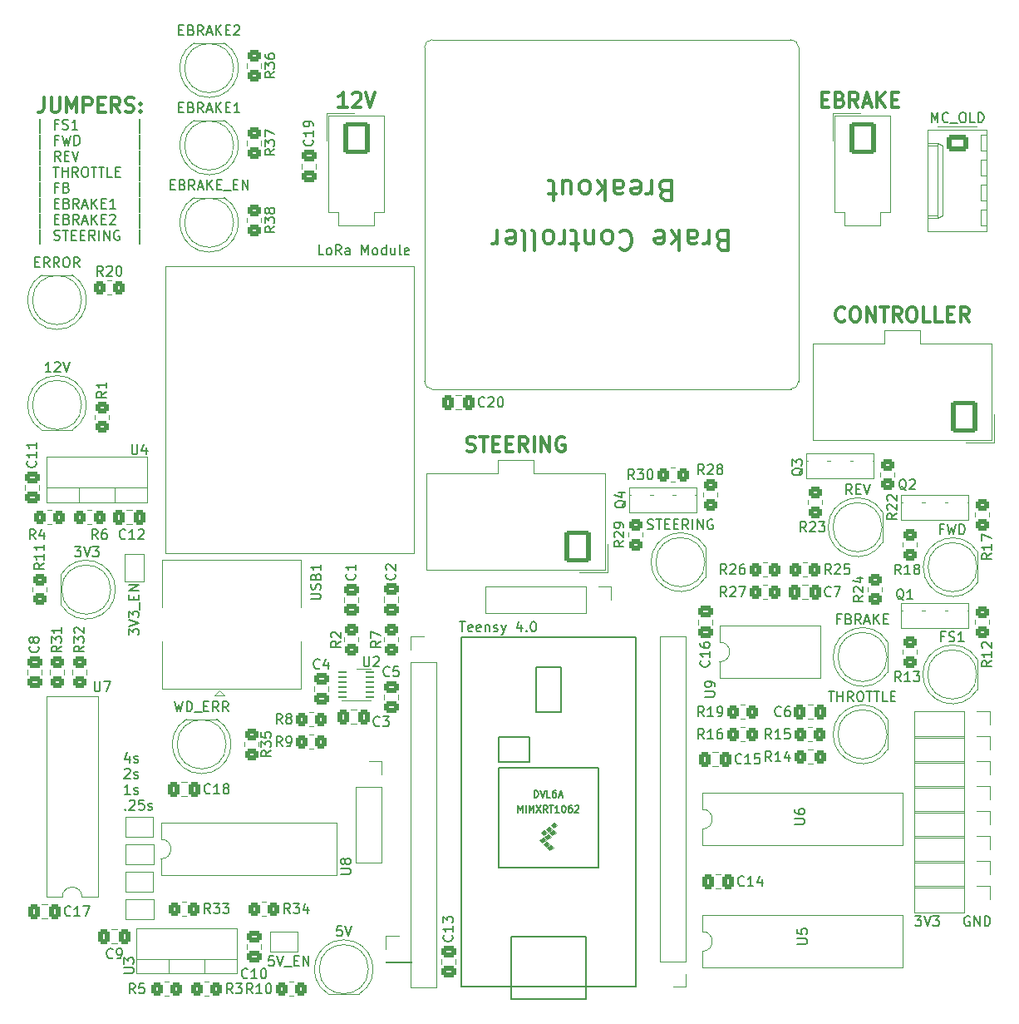
<source format=gto>
%TF.GenerationSoftware,KiCad,Pcbnew,6.0.10-86aedd382b~118~ubuntu20.04.1*%
%TF.CreationDate,2022-12-27T17:01:33-05:00*%
%TF.ProjectId,AMP_PCBv2,414d505f-5043-4427-9632-2e6b69636164,A*%
%TF.SameCoordinates,Original*%
%TF.FileFunction,Legend,Top*%
%TF.FilePolarity,Positive*%
%FSLAX46Y46*%
G04 Gerber Fmt 4.6, Leading zero omitted, Abs format (unit mm)*
G04 Created by KiCad (PCBNEW 6.0.10-86aedd382b~118~ubuntu20.04.1) date 2022-12-27 17:01:33*
%MOMM*%
%LPD*%
G01*
G04 APERTURE LIST*
G04 Aperture macros list*
%AMRoundRect*
0 Rectangle with rounded corners*
0 $1 Rounding radius*
0 $2 $3 $4 $5 $6 $7 $8 $9 X,Y pos of 4 corners*
0 Add a 4 corners polygon primitive as box body*
4,1,4,$2,$3,$4,$5,$6,$7,$8,$9,$2,$3,0*
0 Add four circle primitives for the rounded corners*
1,1,$1+$1,$2,$3*
1,1,$1+$1,$4,$5*
1,1,$1+$1,$6,$7*
1,1,$1+$1,$8,$9*
0 Add four rect primitives between the rounded corners*
20,1,$1+$1,$2,$3,$4,$5,0*
20,1,$1+$1,$4,$5,$6,$7,0*
20,1,$1+$1,$6,$7,$8,$9,0*
20,1,$1+$1,$8,$9,$2,$3,0*%
%AMFreePoly0*
4,1,6,1.000000,0.000000,0.500000,-0.750000,-0.500000,-0.750000,-0.500000,0.750000,0.500000,0.750000,1.000000,0.000000,1.000000,0.000000,$1*%
%AMFreePoly1*
4,1,6,0.500000,-0.750000,-0.650000,-0.750000,-0.150000,0.000000,-0.650000,0.750000,0.500000,0.750000,0.500000,-0.750000,0.500000,-0.750000,$1*%
G04 Aperture macros list end*
%ADD10C,0.300000*%
%ADD11C,0.150000*%
%ADD12C,0.200000*%
%ADD13C,0.120000*%
%ADD14C,0.100000*%
%ADD15RoundRect,0.250000X0.475000X-0.337500X0.475000X0.337500X-0.475000X0.337500X-0.475000X-0.337500X0*%
%ADD16RoundRect,0.062500X-0.362500X-0.062500X0.362500X-0.062500X0.362500X0.062500X-0.362500X0.062500X0*%
%ADD17R,1.600000X2.500000*%
%ADD18R,1.600000X1.600000*%
%ADD19O,1.600000X1.600000*%
%ADD20RoundRect,0.250000X0.450000X-0.350000X0.450000X0.350000X-0.450000X0.350000X-0.450000X-0.350000X0*%
%ADD21R,1.700000X1.700000*%
%ADD22O,1.700000X1.700000*%
%ADD23RoundRect,0.250000X0.337500X0.475000X-0.337500X0.475000X-0.337500X-0.475000X0.337500X-0.475000X0*%
%ADD24RoundRect,0.250000X0.350000X0.450000X-0.350000X0.450000X-0.350000X-0.450000X0.350000X-0.450000X0*%
%ADD25C,1.524000*%
%ADD26RoundRect,0.250000X-0.350000X-0.450000X0.350000X-0.450000X0.350000X0.450000X-0.350000X0.450000X0*%
%ADD27RoundRect,0.250000X-0.337500X-0.475000X0.337500X-0.475000X0.337500X0.475000X-0.337500X0.475000X0*%
%ADD28R,1.717500X1.800000*%
%ADD29O,1.717500X1.800000*%
%ADD30C,3.200000*%
%ADD31RoundRect,0.250001X-1.099999X-1.399999X1.099999X-1.399999X1.099999X1.399999X-1.099999X1.399999X0*%
%ADD32O,2.700000X3.300000*%
%ADD33R,1.800000X1.800000*%
%ADD34C,1.800000*%
%ADD35RoundRect,0.250000X-0.450000X0.350000X-0.450000X-0.350000X0.450000X-0.350000X0.450000X0.350000X0*%
%ADD36FreePoly0,0.000000*%
%ADD37FreePoly1,0.000000*%
%ADD38RoundRect,0.250000X-0.475000X0.337500X-0.475000X-0.337500X0.475000X-0.337500X0.475000X0.337500X0*%
%ADD39RoundRect,0.250001X1.099999X1.399999X-1.099999X1.399999X-1.099999X-1.399999X1.099999X-1.399999X0*%
%ADD40R,1.905000X2.000000*%
%ADD41O,1.905000X2.000000*%
%ADD42FreePoly0,270.000000*%
%ADD43FreePoly1,270.000000*%
%ADD44C,1.600000*%
%ADD45RoundRect,0.250000X-0.845000X0.620000X-0.845000X-0.620000X0.845000X-0.620000X0.845000X0.620000X0*%
%ADD46O,2.190000X1.740000*%
%ADD47R,1.400000X1.400000*%
%ADD48C,1.400000*%
%ADD49C,3.000000*%
G04 APERTURE END LIST*
D10*
X171434857Y-78259714D02*
X171363428Y-78331142D01*
X171149142Y-78402571D01*
X171006285Y-78402571D01*
X170792000Y-78331142D01*
X170649142Y-78188285D01*
X170577714Y-78045428D01*
X170506285Y-77759714D01*
X170506285Y-77545428D01*
X170577714Y-77259714D01*
X170649142Y-77116857D01*
X170792000Y-76974000D01*
X171006285Y-76902571D01*
X171149142Y-76902571D01*
X171363428Y-76974000D01*
X171434857Y-77045428D01*
X172363428Y-76902571D02*
X172649142Y-76902571D01*
X172792000Y-76974000D01*
X172934857Y-77116857D01*
X173006285Y-77402571D01*
X173006285Y-77902571D01*
X172934857Y-78188285D01*
X172792000Y-78331142D01*
X172649142Y-78402571D01*
X172363428Y-78402571D01*
X172220571Y-78331142D01*
X172077714Y-78188285D01*
X172006285Y-77902571D01*
X172006285Y-77402571D01*
X172077714Y-77116857D01*
X172220571Y-76974000D01*
X172363428Y-76902571D01*
X173649142Y-78402571D02*
X173649142Y-76902571D01*
X174506285Y-78402571D01*
X174506285Y-76902571D01*
X175006285Y-76902571D02*
X175863428Y-76902571D01*
X175434857Y-78402571D02*
X175434857Y-76902571D01*
X177220571Y-78402571D02*
X176720571Y-77688285D01*
X176363428Y-78402571D02*
X176363428Y-76902571D01*
X176934857Y-76902571D01*
X177077714Y-76974000D01*
X177149142Y-77045428D01*
X177220571Y-77188285D01*
X177220571Y-77402571D01*
X177149142Y-77545428D01*
X177077714Y-77616857D01*
X176934857Y-77688285D01*
X176363428Y-77688285D01*
X178149142Y-76902571D02*
X178434857Y-76902571D01*
X178577714Y-76974000D01*
X178720571Y-77116857D01*
X178792000Y-77402571D01*
X178792000Y-77902571D01*
X178720571Y-78188285D01*
X178577714Y-78331142D01*
X178434857Y-78402571D01*
X178149142Y-78402571D01*
X178006285Y-78331142D01*
X177863428Y-78188285D01*
X177792000Y-77902571D01*
X177792000Y-77402571D01*
X177863428Y-77116857D01*
X178006285Y-76974000D01*
X178149142Y-76902571D01*
X180149142Y-78402571D02*
X179434857Y-78402571D01*
X179434857Y-76902571D01*
X181363428Y-78402571D02*
X180649142Y-78402571D01*
X180649142Y-76902571D01*
X181863428Y-77616857D02*
X182363428Y-77616857D01*
X182577714Y-78402571D02*
X181863428Y-78402571D01*
X181863428Y-76902571D01*
X182577714Y-76902571D01*
X184077714Y-78402571D02*
X183577714Y-77688285D01*
X183220571Y-78402571D02*
X183220571Y-76902571D01*
X183792000Y-76902571D01*
X183934857Y-76974000D01*
X184006285Y-77045428D01*
X184077714Y-77188285D01*
X184077714Y-77402571D01*
X184006285Y-77545428D01*
X183934857Y-77616857D01*
X183792000Y-77688285D01*
X183220571Y-77688285D01*
D11*
X99568000Y-59158714D02*
X99568000Y-57730142D01*
X99568000Y-60768714D02*
X99568000Y-59340142D01*
X99568000Y-62378714D02*
X99568000Y-60950142D01*
X99568000Y-63988714D02*
X99568000Y-62560142D01*
X99568000Y-65598714D02*
X99568000Y-64170142D01*
X99568000Y-67208714D02*
X99568000Y-65780142D01*
X99568000Y-68818714D02*
X99568000Y-67390142D01*
X99568000Y-70428714D02*
X99568000Y-69000142D01*
X103156095Y-117054380D02*
X103394190Y-118054380D01*
X103584666Y-117340095D01*
X103775142Y-118054380D01*
X104013238Y-117054380D01*
X104394190Y-118054380D02*
X104394190Y-117054380D01*
X104632285Y-117054380D01*
X104775142Y-117102000D01*
X104870380Y-117197238D01*
X104918000Y-117292476D01*
X104965619Y-117482952D01*
X104965619Y-117625809D01*
X104918000Y-117816285D01*
X104870380Y-117911523D01*
X104775142Y-118006761D01*
X104632285Y-118054380D01*
X104394190Y-118054380D01*
X105156095Y-118149619D02*
X105918000Y-118149619D01*
X106156095Y-117530571D02*
X106489428Y-117530571D01*
X106632285Y-118054380D02*
X106156095Y-118054380D01*
X106156095Y-117054380D01*
X106632285Y-117054380D01*
X107632285Y-118054380D02*
X107298952Y-117578190D01*
X107060857Y-118054380D02*
X107060857Y-117054380D01*
X107441809Y-117054380D01*
X107537047Y-117102000D01*
X107584666Y-117149619D01*
X107632285Y-117244857D01*
X107632285Y-117387714D01*
X107584666Y-117482952D01*
X107537047Y-117530571D01*
X107441809Y-117578190D01*
X107060857Y-117578190D01*
X108632285Y-118054380D02*
X108298952Y-117578190D01*
X108060857Y-118054380D02*
X108060857Y-117054380D01*
X108441809Y-117054380D01*
X108537047Y-117102000D01*
X108584666Y-117149619D01*
X108632285Y-117244857D01*
X108632285Y-117387714D01*
X108584666Y-117482952D01*
X108537047Y-117530571D01*
X108441809Y-117578190D01*
X108060857Y-117578190D01*
X180257142Y-58110380D02*
X180257142Y-57110380D01*
X180590476Y-57824666D01*
X180923809Y-57110380D01*
X180923809Y-58110380D01*
X181971428Y-58015142D02*
X181923809Y-58062761D01*
X181780952Y-58110380D01*
X181685714Y-58110380D01*
X181542857Y-58062761D01*
X181447619Y-57967523D01*
X181400000Y-57872285D01*
X181352380Y-57681809D01*
X181352380Y-57538952D01*
X181400000Y-57348476D01*
X181447619Y-57253238D01*
X181542857Y-57158000D01*
X181685714Y-57110380D01*
X181780952Y-57110380D01*
X181923809Y-57158000D01*
X181971428Y-57205619D01*
X182161904Y-58205619D02*
X182923809Y-58205619D01*
X183352380Y-57110380D02*
X183542857Y-57110380D01*
X183638095Y-57158000D01*
X183733333Y-57253238D01*
X183780952Y-57443714D01*
X183780952Y-57777047D01*
X183733333Y-57967523D01*
X183638095Y-58062761D01*
X183542857Y-58110380D01*
X183352380Y-58110380D01*
X183257142Y-58062761D01*
X183161904Y-57967523D01*
X183114285Y-57777047D01*
X183114285Y-57443714D01*
X183161904Y-57253238D01*
X183257142Y-57158000D01*
X183352380Y-57110380D01*
X184685714Y-58110380D02*
X184209523Y-58110380D01*
X184209523Y-57110380D01*
X185019047Y-58110380D02*
X185019047Y-57110380D01*
X185257142Y-57110380D01*
X185400000Y-57158000D01*
X185495238Y-57253238D01*
X185542857Y-57348476D01*
X185590476Y-57538952D01*
X185590476Y-57681809D01*
X185542857Y-57872285D01*
X185495238Y-57967523D01*
X185400000Y-58062761D01*
X185257142Y-58110380D01*
X185019047Y-58110380D01*
D10*
X169081142Y-55772857D02*
X169581142Y-55772857D01*
X169795428Y-56558571D02*
X169081142Y-56558571D01*
X169081142Y-55058571D01*
X169795428Y-55058571D01*
X170938285Y-55772857D02*
X171152571Y-55844285D01*
X171224000Y-55915714D01*
X171295428Y-56058571D01*
X171295428Y-56272857D01*
X171224000Y-56415714D01*
X171152571Y-56487142D01*
X171009714Y-56558571D01*
X170438285Y-56558571D01*
X170438285Y-55058571D01*
X170938285Y-55058571D01*
X171081142Y-55130000D01*
X171152571Y-55201428D01*
X171224000Y-55344285D01*
X171224000Y-55487142D01*
X171152571Y-55630000D01*
X171081142Y-55701428D01*
X170938285Y-55772857D01*
X170438285Y-55772857D01*
X172795428Y-56558571D02*
X172295428Y-55844285D01*
X171938285Y-56558571D02*
X171938285Y-55058571D01*
X172509714Y-55058571D01*
X172652571Y-55130000D01*
X172724000Y-55201428D01*
X172795428Y-55344285D01*
X172795428Y-55558571D01*
X172724000Y-55701428D01*
X172652571Y-55772857D01*
X172509714Y-55844285D01*
X171938285Y-55844285D01*
X173366857Y-56130000D02*
X174081142Y-56130000D01*
X173224000Y-56558571D02*
X173724000Y-55058571D01*
X174224000Y-56558571D01*
X174724000Y-56558571D02*
X174724000Y-55058571D01*
X175581142Y-56558571D02*
X174938285Y-55701428D01*
X175581142Y-55058571D02*
X174724000Y-55915714D01*
X176224000Y-55772857D02*
X176724000Y-55772857D01*
X176938285Y-56558571D02*
X176224000Y-56558571D01*
X176224000Y-55058571D01*
X176938285Y-55058571D01*
D11*
X92995904Y-101306380D02*
X93614952Y-101306380D01*
X93281619Y-101687333D01*
X93424476Y-101687333D01*
X93519714Y-101734952D01*
X93567333Y-101782571D01*
X93614952Y-101877809D01*
X93614952Y-102115904D01*
X93567333Y-102211142D01*
X93519714Y-102258761D01*
X93424476Y-102306380D01*
X93138761Y-102306380D01*
X93043523Y-102258761D01*
X92995904Y-102211142D01*
X93900666Y-101306380D02*
X94234000Y-102306380D01*
X94567333Y-101306380D01*
X94805428Y-101306380D02*
X95424476Y-101306380D01*
X95091142Y-101687333D01*
X95234000Y-101687333D01*
X95329238Y-101734952D01*
X95376857Y-101782571D01*
X95424476Y-101877809D01*
X95424476Y-102115904D01*
X95376857Y-102211142D01*
X95329238Y-102258761D01*
X95234000Y-102306380D01*
X94948285Y-102306380D01*
X94853047Y-102258761D01*
X94805428Y-102211142D01*
X98512380Y-110291238D02*
X98512380Y-109672190D01*
X98893333Y-110005523D01*
X98893333Y-109862666D01*
X98940952Y-109767428D01*
X98988571Y-109719809D01*
X99083809Y-109672190D01*
X99321904Y-109672190D01*
X99417142Y-109719809D01*
X99464761Y-109767428D01*
X99512380Y-109862666D01*
X99512380Y-110148380D01*
X99464761Y-110243619D01*
X99417142Y-110291238D01*
X98512380Y-109386476D02*
X99512380Y-109053142D01*
X98512380Y-108719809D01*
X98512380Y-108481714D02*
X98512380Y-107862666D01*
X98893333Y-108196000D01*
X98893333Y-108053142D01*
X98940952Y-107957904D01*
X98988571Y-107910285D01*
X99083809Y-107862666D01*
X99321904Y-107862666D01*
X99417142Y-107910285D01*
X99464761Y-107957904D01*
X99512380Y-108053142D01*
X99512380Y-108338857D01*
X99464761Y-108434095D01*
X99417142Y-108481714D01*
X99607619Y-107672190D02*
X99607619Y-106910285D01*
X98988571Y-106672190D02*
X98988571Y-106338857D01*
X99512380Y-106196000D02*
X99512380Y-106672190D01*
X98512380Y-106672190D01*
X98512380Y-106196000D01*
X99512380Y-105767428D02*
X98512380Y-105767428D01*
X99512380Y-105196000D01*
X98512380Y-105196000D01*
X169775619Y-116038380D02*
X170347047Y-116038380D01*
X170061333Y-117038380D02*
X170061333Y-116038380D01*
X170680380Y-117038380D02*
X170680380Y-116038380D01*
X170680380Y-116514571D02*
X171251809Y-116514571D01*
X171251809Y-117038380D02*
X171251809Y-116038380D01*
X172299428Y-117038380D02*
X171966095Y-116562190D01*
X171728000Y-117038380D02*
X171728000Y-116038380D01*
X172108952Y-116038380D01*
X172204190Y-116086000D01*
X172251809Y-116133619D01*
X172299428Y-116228857D01*
X172299428Y-116371714D01*
X172251809Y-116466952D01*
X172204190Y-116514571D01*
X172108952Y-116562190D01*
X171728000Y-116562190D01*
X172918476Y-116038380D02*
X173108952Y-116038380D01*
X173204190Y-116086000D01*
X173299428Y-116181238D01*
X173347047Y-116371714D01*
X173347047Y-116705047D01*
X173299428Y-116895523D01*
X173204190Y-116990761D01*
X173108952Y-117038380D01*
X172918476Y-117038380D01*
X172823238Y-116990761D01*
X172728000Y-116895523D01*
X172680380Y-116705047D01*
X172680380Y-116371714D01*
X172728000Y-116181238D01*
X172823238Y-116086000D01*
X172918476Y-116038380D01*
X173632761Y-116038380D02*
X174204190Y-116038380D01*
X173918476Y-117038380D02*
X173918476Y-116038380D01*
X174394666Y-116038380D02*
X174966095Y-116038380D01*
X174680380Y-117038380D02*
X174680380Y-116038380D01*
X175775619Y-117038380D02*
X175299428Y-117038380D01*
X175299428Y-116038380D01*
X176108952Y-116514571D02*
X176442285Y-116514571D01*
X176585142Y-117038380D02*
X176108952Y-117038380D01*
X176108952Y-116038380D01*
X176585142Y-116038380D01*
X132191619Y-108926380D02*
X132763047Y-108926380D01*
X132477333Y-109926380D02*
X132477333Y-108926380D01*
X133477333Y-109878761D02*
X133382095Y-109926380D01*
X133191619Y-109926380D01*
X133096380Y-109878761D01*
X133048761Y-109783523D01*
X133048761Y-109402571D01*
X133096380Y-109307333D01*
X133191619Y-109259714D01*
X133382095Y-109259714D01*
X133477333Y-109307333D01*
X133524952Y-109402571D01*
X133524952Y-109497809D01*
X133048761Y-109593047D01*
X134334476Y-109878761D02*
X134239238Y-109926380D01*
X134048761Y-109926380D01*
X133953523Y-109878761D01*
X133905904Y-109783523D01*
X133905904Y-109402571D01*
X133953523Y-109307333D01*
X134048761Y-109259714D01*
X134239238Y-109259714D01*
X134334476Y-109307333D01*
X134382095Y-109402571D01*
X134382095Y-109497809D01*
X133905904Y-109593047D01*
X134810666Y-109259714D02*
X134810666Y-109926380D01*
X134810666Y-109354952D02*
X134858285Y-109307333D01*
X134953523Y-109259714D01*
X135096380Y-109259714D01*
X135191619Y-109307333D01*
X135239238Y-109402571D01*
X135239238Y-109926380D01*
X135667809Y-109878761D02*
X135763047Y-109926380D01*
X135953523Y-109926380D01*
X136048761Y-109878761D01*
X136096380Y-109783523D01*
X136096380Y-109735904D01*
X136048761Y-109640666D01*
X135953523Y-109593047D01*
X135810666Y-109593047D01*
X135715428Y-109545428D01*
X135667809Y-109450190D01*
X135667809Y-109402571D01*
X135715428Y-109307333D01*
X135810666Y-109259714D01*
X135953523Y-109259714D01*
X136048761Y-109307333D01*
X136429714Y-109259714D02*
X136667809Y-109926380D01*
X136905904Y-109259714D02*
X136667809Y-109926380D01*
X136572571Y-110164476D01*
X136524952Y-110212095D01*
X136429714Y-110259714D01*
X138477333Y-109259714D02*
X138477333Y-109926380D01*
X138239238Y-108878761D02*
X138001142Y-109593047D01*
X138620190Y-109593047D01*
X139001142Y-109831142D02*
X139048761Y-109878761D01*
X139001142Y-109926380D01*
X138953523Y-109878761D01*
X139001142Y-109831142D01*
X139001142Y-109926380D01*
X139667809Y-108926380D02*
X139763047Y-108926380D01*
X139858285Y-108974000D01*
X139905904Y-109021619D01*
X139953523Y-109116857D01*
X140001142Y-109307333D01*
X140001142Y-109545428D01*
X139953523Y-109735904D01*
X139905904Y-109831142D01*
X139858285Y-109878761D01*
X139763047Y-109926380D01*
X139667809Y-109926380D01*
X139572571Y-109878761D01*
X139524952Y-109831142D01*
X139477333Y-109735904D01*
X139429714Y-109545428D01*
X139429714Y-109307333D01*
X139477333Y-109116857D01*
X139524952Y-109021619D01*
X139572571Y-108974000D01*
X139667809Y-108926380D01*
X170989904Y-108640571D02*
X170656571Y-108640571D01*
X170656571Y-109164380D02*
X170656571Y-108164380D01*
X171132761Y-108164380D01*
X171847047Y-108640571D02*
X171989904Y-108688190D01*
X172037523Y-108735809D01*
X172085142Y-108831047D01*
X172085142Y-108973904D01*
X172037523Y-109069142D01*
X171989904Y-109116761D01*
X171894666Y-109164380D01*
X171513714Y-109164380D01*
X171513714Y-108164380D01*
X171847047Y-108164380D01*
X171942285Y-108212000D01*
X171989904Y-108259619D01*
X172037523Y-108354857D01*
X172037523Y-108450095D01*
X171989904Y-108545333D01*
X171942285Y-108592952D01*
X171847047Y-108640571D01*
X171513714Y-108640571D01*
X173085142Y-109164380D02*
X172751809Y-108688190D01*
X172513714Y-109164380D02*
X172513714Y-108164380D01*
X172894666Y-108164380D01*
X172989904Y-108212000D01*
X173037523Y-108259619D01*
X173085142Y-108354857D01*
X173085142Y-108497714D01*
X173037523Y-108592952D01*
X172989904Y-108640571D01*
X172894666Y-108688190D01*
X172513714Y-108688190D01*
X173466095Y-108878666D02*
X173942285Y-108878666D01*
X173370857Y-109164380D02*
X173704190Y-108164380D01*
X174037523Y-109164380D01*
X174370857Y-109164380D02*
X174370857Y-108164380D01*
X174942285Y-109164380D02*
X174513714Y-108592952D01*
X174942285Y-108164380D02*
X174370857Y-108735809D01*
X175370857Y-108640571D02*
X175704190Y-108640571D01*
X175847047Y-109164380D02*
X175370857Y-109164380D01*
X175370857Y-108164380D01*
X175847047Y-108164380D01*
X184150095Y-138946000D02*
X184054857Y-138898380D01*
X183912000Y-138898380D01*
X183769142Y-138946000D01*
X183673904Y-139041238D01*
X183626285Y-139136476D01*
X183578666Y-139326952D01*
X183578666Y-139469809D01*
X183626285Y-139660285D01*
X183673904Y-139755523D01*
X183769142Y-139850761D01*
X183912000Y-139898380D01*
X184007238Y-139898380D01*
X184150095Y-139850761D01*
X184197714Y-139803142D01*
X184197714Y-139469809D01*
X184007238Y-139469809D01*
X184626285Y-139898380D02*
X184626285Y-138898380D01*
X185197714Y-139898380D01*
X185197714Y-138898380D01*
X185673904Y-139898380D02*
X185673904Y-138898380D01*
X185912000Y-138898380D01*
X186054857Y-138946000D01*
X186150095Y-139041238D01*
X186197714Y-139136476D01*
X186245333Y-139326952D01*
X186245333Y-139469809D01*
X186197714Y-139660285D01*
X186150095Y-139755523D01*
X186054857Y-139850761D01*
X185912000Y-139898380D01*
X185673904Y-139898380D01*
X181562476Y-110418571D02*
X181229142Y-110418571D01*
X181229142Y-110942380D02*
X181229142Y-109942380D01*
X181705333Y-109942380D01*
X182038666Y-110894761D02*
X182181523Y-110942380D01*
X182419619Y-110942380D01*
X182514857Y-110894761D01*
X182562476Y-110847142D01*
X182610095Y-110751904D01*
X182610095Y-110656666D01*
X182562476Y-110561428D01*
X182514857Y-110513809D01*
X182419619Y-110466190D01*
X182229142Y-110418571D01*
X182133904Y-110370952D01*
X182086285Y-110323333D01*
X182038666Y-110228095D01*
X182038666Y-110132857D01*
X182086285Y-110037619D01*
X182133904Y-109990000D01*
X182229142Y-109942380D01*
X182467238Y-109942380D01*
X182610095Y-109990000D01*
X183562476Y-110942380D02*
X182991047Y-110942380D01*
X183276761Y-110942380D02*
X183276761Y-109942380D01*
X183181523Y-110085238D01*
X183086285Y-110180476D01*
X182991047Y-110228095D01*
X103608571Y-48701571D02*
X103941904Y-48701571D01*
X104084761Y-49225380D02*
X103608571Y-49225380D01*
X103608571Y-48225380D01*
X104084761Y-48225380D01*
X104846666Y-48701571D02*
X104989523Y-48749190D01*
X105037142Y-48796809D01*
X105084761Y-48892047D01*
X105084761Y-49034904D01*
X105037142Y-49130142D01*
X104989523Y-49177761D01*
X104894285Y-49225380D01*
X104513333Y-49225380D01*
X104513333Y-48225380D01*
X104846666Y-48225380D01*
X104941904Y-48273000D01*
X104989523Y-48320619D01*
X105037142Y-48415857D01*
X105037142Y-48511095D01*
X104989523Y-48606333D01*
X104941904Y-48653952D01*
X104846666Y-48701571D01*
X104513333Y-48701571D01*
X106084761Y-49225380D02*
X105751428Y-48749190D01*
X105513333Y-49225380D02*
X105513333Y-48225380D01*
X105894285Y-48225380D01*
X105989523Y-48273000D01*
X106037142Y-48320619D01*
X106084761Y-48415857D01*
X106084761Y-48558714D01*
X106037142Y-48653952D01*
X105989523Y-48701571D01*
X105894285Y-48749190D01*
X105513333Y-48749190D01*
X106465714Y-48939666D02*
X106941904Y-48939666D01*
X106370476Y-49225380D02*
X106703809Y-48225380D01*
X107037142Y-49225380D01*
X107370476Y-49225380D02*
X107370476Y-48225380D01*
X107941904Y-49225380D02*
X107513333Y-48653952D01*
X107941904Y-48225380D02*
X107370476Y-48796809D01*
X108370476Y-48701571D02*
X108703809Y-48701571D01*
X108846666Y-49225380D02*
X108370476Y-49225380D01*
X108370476Y-48225380D01*
X108846666Y-48225380D01*
X109227619Y-48320619D02*
X109275238Y-48273000D01*
X109370476Y-48225380D01*
X109608571Y-48225380D01*
X109703809Y-48273000D01*
X109751428Y-48320619D01*
X109799047Y-48415857D01*
X109799047Y-48511095D01*
X109751428Y-48653952D01*
X109180000Y-49225380D01*
X109799047Y-49225380D01*
D10*
X89880714Y-55566571D02*
X89880714Y-56638000D01*
X89809285Y-56852285D01*
X89666428Y-56995142D01*
X89452142Y-57066571D01*
X89309285Y-57066571D01*
X90595000Y-55566571D02*
X90595000Y-56780857D01*
X90666428Y-56923714D01*
X90737857Y-56995142D01*
X90880714Y-57066571D01*
X91166428Y-57066571D01*
X91309285Y-56995142D01*
X91380714Y-56923714D01*
X91452142Y-56780857D01*
X91452142Y-55566571D01*
X92166428Y-57066571D02*
X92166428Y-55566571D01*
X92666428Y-56638000D01*
X93166428Y-55566571D01*
X93166428Y-57066571D01*
X93880714Y-57066571D02*
X93880714Y-55566571D01*
X94452142Y-55566571D01*
X94595000Y-55638000D01*
X94666428Y-55709428D01*
X94737857Y-55852285D01*
X94737857Y-56066571D01*
X94666428Y-56209428D01*
X94595000Y-56280857D01*
X94452142Y-56352285D01*
X93880714Y-56352285D01*
X95380714Y-56280857D02*
X95880714Y-56280857D01*
X96095000Y-57066571D02*
X95380714Y-57066571D01*
X95380714Y-55566571D01*
X96095000Y-55566571D01*
X97595000Y-57066571D02*
X97095000Y-56352285D01*
X96737857Y-57066571D02*
X96737857Y-55566571D01*
X97309285Y-55566571D01*
X97452142Y-55638000D01*
X97523571Y-55709428D01*
X97595000Y-55852285D01*
X97595000Y-56066571D01*
X97523571Y-56209428D01*
X97452142Y-56280857D01*
X97309285Y-56352285D01*
X96737857Y-56352285D01*
X98166428Y-56995142D02*
X98380714Y-57066571D01*
X98737857Y-57066571D01*
X98880714Y-56995142D01*
X98952142Y-56923714D01*
X99023571Y-56780857D01*
X99023571Y-56638000D01*
X98952142Y-56495142D01*
X98880714Y-56423714D01*
X98737857Y-56352285D01*
X98452142Y-56280857D01*
X98309285Y-56209428D01*
X98237857Y-56138000D01*
X98166428Y-55995142D01*
X98166428Y-55852285D01*
X98237857Y-55709428D01*
X98309285Y-55638000D01*
X98452142Y-55566571D01*
X98809285Y-55566571D01*
X99023571Y-55638000D01*
X99666428Y-56923714D02*
X99737857Y-56995142D01*
X99666428Y-57066571D01*
X99595000Y-56995142D01*
X99666428Y-56923714D01*
X99666428Y-57066571D01*
X99666428Y-56138000D02*
X99737857Y-56209428D01*
X99666428Y-56280857D01*
X99595000Y-56209428D01*
X99666428Y-56138000D01*
X99666428Y-56280857D01*
D11*
X98554166Y-122592714D02*
X98554166Y-123259380D01*
X98316071Y-122211761D02*
X98077976Y-122926047D01*
X98697023Y-122926047D01*
X99030357Y-123211761D02*
X99125595Y-123259380D01*
X99316071Y-123259380D01*
X99411309Y-123211761D01*
X99458928Y-123116523D01*
X99458928Y-123068904D01*
X99411309Y-122973666D01*
X99316071Y-122926047D01*
X99173214Y-122926047D01*
X99077976Y-122878428D01*
X99030357Y-122783190D01*
X99030357Y-122735571D01*
X99077976Y-122640333D01*
X99173214Y-122592714D01*
X99316071Y-122592714D01*
X99411309Y-122640333D01*
X98077976Y-123964619D02*
X98125595Y-123917000D01*
X98220833Y-123869380D01*
X98458928Y-123869380D01*
X98554166Y-123917000D01*
X98601785Y-123964619D01*
X98649404Y-124059857D01*
X98649404Y-124155095D01*
X98601785Y-124297952D01*
X98030357Y-124869380D01*
X98649404Y-124869380D01*
X99030357Y-124821761D02*
X99125595Y-124869380D01*
X99316071Y-124869380D01*
X99411309Y-124821761D01*
X99458928Y-124726523D01*
X99458928Y-124678904D01*
X99411309Y-124583666D01*
X99316071Y-124536047D01*
X99173214Y-124536047D01*
X99077976Y-124488428D01*
X99030357Y-124393190D01*
X99030357Y-124345571D01*
X99077976Y-124250333D01*
X99173214Y-124202714D01*
X99316071Y-124202714D01*
X99411309Y-124250333D01*
X98649404Y-126479380D02*
X98077976Y-126479380D01*
X98363690Y-126479380D02*
X98363690Y-125479380D01*
X98268452Y-125622238D01*
X98173214Y-125717476D01*
X98077976Y-125765095D01*
X99030357Y-126431761D02*
X99125595Y-126479380D01*
X99316071Y-126479380D01*
X99411309Y-126431761D01*
X99458928Y-126336523D01*
X99458928Y-126288904D01*
X99411309Y-126193666D01*
X99316071Y-126146047D01*
X99173214Y-126146047D01*
X99077976Y-126098428D01*
X99030357Y-126003190D01*
X99030357Y-125955571D01*
X99077976Y-125860333D01*
X99173214Y-125812714D01*
X99316071Y-125812714D01*
X99411309Y-125860333D01*
X98125595Y-127994142D02*
X98173214Y-128041761D01*
X98125595Y-128089380D01*
X98077976Y-128041761D01*
X98125595Y-127994142D01*
X98125595Y-128089380D01*
X98554166Y-127184619D02*
X98601785Y-127137000D01*
X98697023Y-127089380D01*
X98935119Y-127089380D01*
X99030357Y-127137000D01*
X99077976Y-127184619D01*
X99125595Y-127279857D01*
X99125595Y-127375095D01*
X99077976Y-127517952D01*
X98506547Y-128089380D01*
X99125595Y-128089380D01*
X100030357Y-127089380D02*
X99554166Y-127089380D01*
X99506547Y-127565571D01*
X99554166Y-127517952D01*
X99649404Y-127470333D01*
X99887500Y-127470333D01*
X99982738Y-127517952D01*
X100030357Y-127565571D01*
X100077976Y-127660809D01*
X100077976Y-127898904D01*
X100030357Y-127994142D01*
X99982738Y-128041761D01*
X99887500Y-128089380D01*
X99649404Y-128089380D01*
X99554166Y-128041761D01*
X99506547Y-127994142D01*
X100458928Y-128041761D02*
X100554166Y-128089380D01*
X100744642Y-128089380D01*
X100839880Y-128041761D01*
X100887500Y-127946523D01*
X100887500Y-127898904D01*
X100839880Y-127803666D01*
X100744642Y-127756047D01*
X100601785Y-127756047D01*
X100506547Y-127708428D01*
X100458928Y-127613190D01*
X100458928Y-127565571D01*
X100506547Y-127470333D01*
X100601785Y-127422714D01*
X100744642Y-127422714D01*
X100839880Y-127470333D01*
X90566952Y-83510380D02*
X89995523Y-83510380D01*
X90281238Y-83510380D02*
X90281238Y-82510380D01*
X90186000Y-82653238D01*
X90090761Y-82748476D01*
X89995523Y-82796095D01*
X90947904Y-82605619D02*
X90995523Y-82558000D01*
X91090761Y-82510380D01*
X91328857Y-82510380D01*
X91424095Y-82558000D01*
X91471714Y-82605619D01*
X91519333Y-82700857D01*
X91519333Y-82796095D01*
X91471714Y-82938952D01*
X90900285Y-83510380D01*
X91519333Y-83510380D01*
X91805047Y-82510380D02*
X92138380Y-83510380D01*
X92471714Y-82510380D01*
X172153571Y-95956380D02*
X171820238Y-95480190D01*
X171582142Y-95956380D02*
X171582142Y-94956380D01*
X171963095Y-94956380D01*
X172058333Y-95004000D01*
X172105952Y-95051619D01*
X172153571Y-95146857D01*
X172153571Y-95289714D01*
X172105952Y-95384952D01*
X172058333Y-95432571D01*
X171963095Y-95480190D01*
X171582142Y-95480190D01*
X172582142Y-95432571D02*
X172915476Y-95432571D01*
X173058333Y-95956380D02*
X172582142Y-95956380D01*
X172582142Y-94956380D01*
X173058333Y-94956380D01*
X173344047Y-94956380D02*
X173677380Y-95956380D01*
X174010714Y-94956380D01*
D12*
X118332761Y-71572380D02*
X117856571Y-71572380D01*
X117856571Y-70572380D01*
X118808952Y-71572380D02*
X118713714Y-71524761D01*
X118666095Y-71477142D01*
X118618476Y-71381904D01*
X118618476Y-71096190D01*
X118666095Y-71000952D01*
X118713714Y-70953333D01*
X118808952Y-70905714D01*
X118951809Y-70905714D01*
X119047047Y-70953333D01*
X119094666Y-71000952D01*
X119142285Y-71096190D01*
X119142285Y-71381904D01*
X119094666Y-71477142D01*
X119047047Y-71524761D01*
X118951809Y-71572380D01*
X118808952Y-71572380D01*
X120142285Y-71572380D02*
X119808952Y-71096190D01*
X119570857Y-71572380D02*
X119570857Y-70572380D01*
X119951809Y-70572380D01*
X120047047Y-70620000D01*
X120094666Y-70667619D01*
X120142285Y-70762857D01*
X120142285Y-70905714D01*
X120094666Y-71000952D01*
X120047047Y-71048571D01*
X119951809Y-71096190D01*
X119570857Y-71096190D01*
X120999428Y-71572380D02*
X120999428Y-71048571D01*
X120951809Y-70953333D01*
X120856571Y-70905714D01*
X120666095Y-70905714D01*
X120570857Y-70953333D01*
X120999428Y-71524761D02*
X120904190Y-71572380D01*
X120666095Y-71572380D01*
X120570857Y-71524761D01*
X120523238Y-71429523D01*
X120523238Y-71334285D01*
X120570857Y-71239047D01*
X120666095Y-71191428D01*
X120904190Y-71191428D01*
X120999428Y-71143809D01*
X122237523Y-71572380D02*
X122237523Y-70572380D01*
X122570857Y-71286666D01*
X122904190Y-70572380D01*
X122904190Y-71572380D01*
X123523238Y-71572380D02*
X123428000Y-71524761D01*
X123380380Y-71477142D01*
X123332761Y-71381904D01*
X123332761Y-71096190D01*
X123380380Y-71000952D01*
X123428000Y-70953333D01*
X123523238Y-70905714D01*
X123666095Y-70905714D01*
X123761333Y-70953333D01*
X123808952Y-71000952D01*
X123856571Y-71096190D01*
X123856571Y-71381904D01*
X123808952Y-71477142D01*
X123761333Y-71524761D01*
X123666095Y-71572380D01*
X123523238Y-71572380D01*
X124713714Y-71572380D02*
X124713714Y-70572380D01*
X124713714Y-71524761D02*
X124618476Y-71572380D01*
X124428000Y-71572380D01*
X124332761Y-71524761D01*
X124285142Y-71477142D01*
X124237523Y-71381904D01*
X124237523Y-71096190D01*
X124285142Y-71000952D01*
X124332761Y-70953333D01*
X124428000Y-70905714D01*
X124618476Y-70905714D01*
X124713714Y-70953333D01*
X125618476Y-70905714D02*
X125618476Y-71572380D01*
X125189904Y-70905714D02*
X125189904Y-71429523D01*
X125237523Y-71524761D01*
X125332761Y-71572380D01*
X125475619Y-71572380D01*
X125570857Y-71524761D01*
X125618476Y-71477142D01*
X126237523Y-71572380D02*
X126142285Y-71524761D01*
X126094666Y-71429523D01*
X126094666Y-70572380D01*
X126999428Y-71524761D02*
X126904190Y-71572380D01*
X126713714Y-71572380D01*
X126618476Y-71524761D01*
X126570857Y-71429523D01*
X126570857Y-71048571D01*
X126618476Y-70953333D01*
X126713714Y-70905714D01*
X126904190Y-70905714D01*
X126999428Y-70953333D01*
X127047047Y-71048571D01*
X127047047Y-71143809D01*
X126570857Y-71239047D01*
D11*
X178593904Y-138898380D02*
X179212952Y-138898380D01*
X178879619Y-139279333D01*
X179022476Y-139279333D01*
X179117714Y-139326952D01*
X179165333Y-139374571D01*
X179212952Y-139469809D01*
X179212952Y-139707904D01*
X179165333Y-139803142D01*
X179117714Y-139850761D01*
X179022476Y-139898380D01*
X178736761Y-139898380D01*
X178641523Y-139850761D01*
X178593904Y-139803142D01*
X179498666Y-138898380D02*
X179832000Y-139898380D01*
X180165333Y-138898380D01*
X180403428Y-138898380D02*
X181022476Y-138898380D01*
X180689142Y-139279333D01*
X180832000Y-139279333D01*
X180927238Y-139326952D01*
X180974857Y-139374571D01*
X181022476Y-139469809D01*
X181022476Y-139707904D01*
X180974857Y-139803142D01*
X180927238Y-139850761D01*
X180832000Y-139898380D01*
X180546285Y-139898380D01*
X180451047Y-139850761D01*
X180403428Y-139803142D01*
D10*
X120737428Y-56558571D02*
X119880285Y-56558571D01*
X120308857Y-56558571D02*
X120308857Y-55058571D01*
X120166000Y-55272857D01*
X120023142Y-55415714D01*
X119880285Y-55487142D01*
X121308857Y-55201428D02*
X121380285Y-55130000D01*
X121523142Y-55058571D01*
X121880285Y-55058571D01*
X122023142Y-55130000D01*
X122094571Y-55201428D01*
X122166000Y-55344285D01*
X122166000Y-55487142D01*
X122094571Y-55701428D01*
X121237428Y-56558571D01*
X122166000Y-56558571D01*
X122594571Y-55058571D02*
X123094571Y-56558571D01*
X123594571Y-55058571D01*
D11*
X88947904Y-72318571D02*
X89281238Y-72318571D01*
X89424095Y-72842380D02*
X88947904Y-72842380D01*
X88947904Y-71842380D01*
X89424095Y-71842380D01*
X90424095Y-72842380D02*
X90090761Y-72366190D01*
X89852666Y-72842380D02*
X89852666Y-71842380D01*
X90233619Y-71842380D01*
X90328857Y-71890000D01*
X90376476Y-71937619D01*
X90424095Y-72032857D01*
X90424095Y-72175714D01*
X90376476Y-72270952D01*
X90328857Y-72318571D01*
X90233619Y-72366190D01*
X89852666Y-72366190D01*
X91424095Y-72842380D02*
X91090761Y-72366190D01*
X90852666Y-72842380D02*
X90852666Y-71842380D01*
X91233619Y-71842380D01*
X91328857Y-71890000D01*
X91376476Y-71937619D01*
X91424095Y-72032857D01*
X91424095Y-72175714D01*
X91376476Y-72270952D01*
X91328857Y-72318571D01*
X91233619Y-72366190D01*
X90852666Y-72366190D01*
X92043142Y-71842380D02*
X92233619Y-71842380D01*
X92328857Y-71890000D01*
X92424095Y-71985238D01*
X92471714Y-72175714D01*
X92471714Y-72509047D01*
X92424095Y-72699523D01*
X92328857Y-72794761D01*
X92233619Y-72842380D01*
X92043142Y-72842380D01*
X91947904Y-72794761D01*
X91852666Y-72699523D01*
X91805047Y-72509047D01*
X91805047Y-72175714D01*
X91852666Y-71985238D01*
X91947904Y-71890000D01*
X92043142Y-71842380D01*
X93471714Y-72842380D02*
X93138380Y-72366190D01*
X92900285Y-72842380D02*
X92900285Y-71842380D01*
X93281238Y-71842380D01*
X93376476Y-71890000D01*
X93424095Y-71937619D01*
X93471714Y-72032857D01*
X93471714Y-72175714D01*
X93424095Y-72270952D01*
X93376476Y-72318571D01*
X93281238Y-72366190D01*
X92900285Y-72366190D01*
X113260380Y-142962380D02*
X112784190Y-142962380D01*
X112736571Y-143438571D01*
X112784190Y-143390952D01*
X112879428Y-143343333D01*
X113117523Y-143343333D01*
X113212761Y-143390952D01*
X113260380Y-143438571D01*
X113308000Y-143533809D01*
X113308000Y-143771904D01*
X113260380Y-143867142D01*
X113212761Y-143914761D01*
X113117523Y-143962380D01*
X112879428Y-143962380D01*
X112784190Y-143914761D01*
X112736571Y-143867142D01*
X113593714Y-142962380D02*
X113927047Y-143962380D01*
X114260380Y-142962380D01*
X114355619Y-144057619D02*
X115117523Y-144057619D01*
X115355619Y-143438571D02*
X115688952Y-143438571D01*
X115831809Y-143962380D02*
X115355619Y-143962380D01*
X115355619Y-142962380D01*
X115831809Y-142962380D01*
X116260380Y-143962380D02*
X116260380Y-142962380D01*
X116831809Y-143962380D01*
X116831809Y-142962380D01*
X181443428Y-99496571D02*
X181110095Y-99496571D01*
X181110095Y-100020380D02*
X181110095Y-99020380D01*
X181586285Y-99020380D01*
X181872000Y-99020380D02*
X182110095Y-100020380D01*
X182300571Y-99306095D01*
X182491047Y-100020380D01*
X182729142Y-99020380D01*
X183110095Y-100020380D02*
X183110095Y-99020380D01*
X183348190Y-99020380D01*
X183491047Y-99068000D01*
X183586285Y-99163238D01*
X183633904Y-99258476D01*
X183681523Y-99448952D01*
X183681523Y-99591809D01*
X183633904Y-99782285D01*
X183586285Y-99877523D01*
X183491047Y-99972761D01*
X183348190Y-100020380D01*
X183110095Y-100020380D01*
X89473690Y-59158714D02*
X89473690Y-57730142D01*
X91283214Y-58301571D02*
X90949880Y-58301571D01*
X90949880Y-58825380D02*
X90949880Y-57825380D01*
X91426071Y-57825380D01*
X91759404Y-58777761D02*
X91902261Y-58825380D01*
X92140357Y-58825380D01*
X92235595Y-58777761D01*
X92283214Y-58730142D01*
X92330833Y-58634904D01*
X92330833Y-58539666D01*
X92283214Y-58444428D01*
X92235595Y-58396809D01*
X92140357Y-58349190D01*
X91949880Y-58301571D01*
X91854642Y-58253952D01*
X91807023Y-58206333D01*
X91759404Y-58111095D01*
X91759404Y-58015857D01*
X91807023Y-57920619D01*
X91854642Y-57873000D01*
X91949880Y-57825380D01*
X92187976Y-57825380D01*
X92330833Y-57873000D01*
X93283214Y-58825380D02*
X92711785Y-58825380D01*
X92997500Y-58825380D02*
X92997500Y-57825380D01*
X92902261Y-57968238D01*
X92807023Y-58063476D01*
X92711785Y-58111095D01*
X89473690Y-60768714D02*
X89473690Y-59340142D01*
X91283214Y-59911571D02*
X90949880Y-59911571D01*
X90949880Y-60435380D02*
X90949880Y-59435380D01*
X91426071Y-59435380D01*
X91711785Y-59435380D02*
X91949880Y-60435380D01*
X92140357Y-59721095D01*
X92330833Y-60435380D01*
X92568928Y-59435380D01*
X92949880Y-60435380D02*
X92949880Y-59435380D01*
X93187976Y-59435380D01*
X93330833Y-59483000D01*
X93426071Y-59578238D01*
X93473690Y-59673476D01*
X93521309Y-59863952D01*
X93521309Y-60006809D01*
X93473690Y-60197285D01*
X93426071Y-60292523D01*
X93330833Y-60387761D01*
X93187976Y-60435380D01*
X92949880Y-60435380D01*
X89473690Y-62378714D02*
X89473690Y-60950142D01*
X91521309Y-62045380D02*
X91187976Y-61569190D01*
X90949880Y-62045380D02*
X90949880Y-61045380D01*
X91330833Y-61045380D01*
X91426071Y-61093000D01*
X91473690Y-61140619D01*
X91521309Y-61235857D01*
X91521309Y-61378714D01*
X91473690Y-61473952D01*
X91426071Y-61521571D01*
X91330833Y-61569190D01*
X90949880Y-61569190D01*
X91949880Y-61521571D02*
X92283214Y-61521571D01*
X92426071Y-62045380D02*
X91949880Y-62045380D01*
X91949880Y-61045380D01*
X92426071Y-61045380D01*
X92711785Y-61045380D02*
X93045119Y-62045380D01*
X93378452Y-61045380D01*
X89473690Y-63988714D02*
X89473690Y-62560142D01*
X90807023Y-62655380D02*
X91378452Y-62655380D01*
X91092738Y-63655380D02*
X91092738Y-62655380D01*
X91711785Y-63655380D02*
X91711785Y-62655380D01*
X91711785Y-63131571D02*
X92283214Y-63131571D01*
X92283214Y-63655380D02*
X92283214Y-62655380D01*
X93330833Y-63655380D02*
X92997500Y-63179190D01*
X92759404Y-63655380D02*
X92759404Y-62655380D01*
X93140357Y-62655380D01*
X93235595Y-62703000D01*
X93283214Y-62750619D01*
X93330833Y-62845857D01*
X93330833Y-62988714D01*
X93283214Y-63083952D01*
X93235595Y-63131571D01*
X93140357Y-63179190D01*
X92759404Y-63179190D01*
X93949880Y-62655380D02*
X94140357Y-62655380D01*
X94235595Y-62703000D01*
X94330833Y-62798238D01*
X94378452Y-62988714D01*
X94378452Y-63322047D01*
X94330833Y-63512523D01*
X94235595Y-63607761D01*
X94140357Y-63655380D01*
X93949880Y-63655380D01*
X93854642Y-63607761D01*
X93759404Y-63512523D01*
X93711785Y-63322047D01*
X93711785Y-62988714D01*
X93759404Y-62798238D01*
X93854642Y-62703000D01*
X93949880Y-62655380D01*
X94664166Y-62655380D02*
X95235595Y-62655380D01*
X94949880Y-63655380D02*
X94949880Y-62655380D01*
X95426071Y-62655380D02*
X95997500Y-62655380D01*
X95711785Y-63655380D02*
X95711785Y-62655380D01*
X96807023Y-63655380D02*
X96330833Y-63655380D01*
X96330833Y-62655380D01*
X97140357Y-63131571D02*
X97473690Y-63131571D01*
X97616547Y-63655380D02*
X97140357Y-63655380D01*
X97140357Y-62655380D01*
X97616547Y-62655380D01*
X89473690Y-65598714D02*
X89473690Y-64170142D01*
X91283214Y-64741571D02*
X90949880Y-64741571D01*
X90949880Y-65265380D02*
X90949880Y-64265380D01*
X91426071Y-64265380D01*
X92140357Y-64741571D02*
X92283214Y-64789190D01*
X92330833Y-64836809D01*
X92378452Y-64932047D01*
X92378452Y-65074904D01*
X92330833Y-65170142D01*
X92283214Y-65217761D01*
X92187976Y-65265380D01*
X91807023Y-65265380D01*
X91807023Y-64265380D01*
X92140357Y-64265380D01*
X92235595Y-64313000D01*
X92283214Y-64360619D01*
X92330833Y-64455857D01*
X92330833Y-64551095D01*
X92283214Y-64646333D01*
X92235595Y-64693952D01*
X92140357Y-64741571D01*
X91807023Y-64741571D01*
X89473690Y-67208714D02*
X89473690Y-65780142D01*
X90949880Y-66351571D02*
X91283214Y-66351571D01*
X91426071Y-66875380D02*
X90949880Y-66875380D01*
X90949880Y-65875380D01*
X91426071Y-65875380D01*
X92187976Y-66351571D02*
X92330833Y-66399190D01*
X92378452Y-66446809D01*
X92426071Y-66542047D01*
X92426071Y-66684904D01*
X92378452Y-66780142D01*
X92330833Y-66827761D01*
X92235595Y-66875380D01*
X91854642Y-66875380D01*
X91854642Y-65875380D01*
X92187976Y-65875380D01*
X92283214Y-65923000D01*
X92330833Y-65970619D01*
X92378452Y-66065857D01*
X92378452Y-66161095D01*
X92330833Y-66256333D01*
X92283214Y-66303952D01*
X92187976Y-66351571D01*
X91854642Y-66351571D01*
X93426071Y-66875380D02*
X93092738Y-66399190D01*
X92854642Y-66875380D02*
X92854642Y-65875380D01*
X93235595Y-65875380D01*
X93330833Y-65923000D01*
X93378452Y-65970619D01*
X93426071Y-66065857D01*
X93426071Y-66208714D01*
X93378452Y-66303952D01*
X93330833Y-66351571D01*
X93235595Y-66399190D01*
X92854642Y-66399190D01*
X93807023Y-66589666D02*
X94283214Y-66589666D01*
X93711785Y-66875380D02*
X94045119Y-65875380D01*
X94378452Y-66875380D01*
X94711785Y-66875380D02*
X94711785Y-65875380D01*
X95283214Y-66875380D02*
X94854642Y-66303952D01*
X95283214Y-65875380D02*
X94711785Y-66446809D01*
X95711785Y-66351571D02*
X96045119Y-66351571D01*
X96187976Y-66875380D02*
X95711785Y-66875380D01*
X95711785Y-65875380D01*
X96187976Y-65875380D01*
X97140357Y-66875380D02*
X96568928Y-66875380D01*
X96854642Y-66875380D02*
X96854642Y-65875380D01*
X96759404Y-66018238D01*
X96664166Y-66113476D01*
X96568928Y-66161095D01*
X89473690Y-68818714D02*
X89473690Y-67390142D01*
X90949880Y-67961571D02*
X91283214Y-67961571D01*
X91426071Y-68485380D02*
X90949880Y-68485380D01*
X90949880Y-67485380D01*
X91426071Y-67485380D01*
X92187976Y-67961571D02*
X92330833Y-68009190D01*
X92378452Y-68056809D01*
X92426071Y-68152047D01*
X92426071Y-68294904D01*
X92378452Y-68390142D01*
X92330833Y-68437761D01*
X92235595Y-68485380D01*
X91854642Y-68485380D01*
X91854642Y-67485380D01*
X92187976Y-67485380D01*
X92283214Y-67533000D01*
X92330833Y-67580619D01*
X92378452Y-67675857D01*
X92378452Y-67771095D01*
X92330833Y-67866333D01*
X92283214Y-67913952D01*
X92187976Y-67961571D01*
X91854642Y-67961571D01*
X93426071Y-68485380D02*
X93092738Y-68009190D01*
X92854642Y-68485380D02*
X92854642Y-67485380D01*
X93235595Y-67485380D01*
X93330833Y-67533000D01*
X93378452Y-67580619D01*
X93426071Y-67675857D01*
X93426071Y-67818714D01*
X93378452Y-67913952D01*
X93330833Y-67961571D01*
X93235595Y-68009190D01*
X92854642Y-68009190D01*
X93807023Y-68199666D02*
X94283214Y-68199666D01*
X93711785Y-68485380D02*
X94045119Y-67485380D01*
X94378452Y-68485380D01*
X94711785Y-68485380D02*
X94711785Y-67485380D01*
X95283214Y-68485380D02*
X94854642Y-67913952D01*
X95283214Y-67485380D02*
X94711785Y-68056809D01*
X95711785Y-67961571D02*
X96045119Y-67961571D01*
X96187976Y-68485380D02*
X95711785Y-68485380D01*
X95711785Y-67485380D01*
X96187976Y-67485380D01*
X96568928Y-67580619D02*
X96616547Y-67533000D01*
X96711785Y-67485380D01*
X96949880Y-67485380D01*
X97045119Y-67533000D01*
X97092738Y-67580619D01*
X97140357Y-67675857D01*
X97140357Y-67771095D01*
X97092738Y-67913952D01*
X96521309Y-68485380D01*
X97140357Y-68485380D01*
X89473690Y-70428714D02*
X89473690Y-69000142D01*
X90902261Y-70047761D02*
X91045119Y-70095380D01*
X91283214Y-70095380D01*
X91378452Y-70047761D01*
X91426071Y-70000142D01*
X91473690Y-69904904D01*
X91473690Y-69809666D01*
X91426071Y-69714428D01*
X91378452Y-69666809D01*
X91283214Y-69619190D01*
X91092738Y-69571571D01*
X90997500Y-69523952D01*
X90949880Y-69476333D01*
X90902261Y-69381095D01*
X90902261Y-69285857D01*
X90949880Y-69190619D01*
X90997500Y-69143000D01*
X91092738Y-69095380D01*
X91330833Y-69095380D01*
X91473690Y-69143000D01*
X91759404Y-69095380D02*
X92330833Y-69095380D01*
X92045119Y-70095380D02*
X92045119Y-69095380D01*
X92664166Y-69571571D02*
X92997500Y-69571571D01*
X93140357Y-70095380D02*
X92664166Y-70095380D01*
X92664166Y-69095380D01*
X93140357Y-69095380D01*
X93568928Y-69571571D02*
X93902261Y-69571571D01*
X94045119Y-70095380D02*
X93568928Y-70095380D01*
X93568928Y-69095380D01*
X94045119Y-69095380D01*
X95045119Y-70095380D02*
X94711785Y-69619190D01*
X94473690Y-70095380D02*
X94473690Y-69095380D01*
X94854642Y-69095380D01*
X94949880Y-69143000D01*
X94997500Y-69190619D01*
X95045119Y-69285857D01*
X95045119Y-69428714D01*
X94997500Y-69523952D01*
X94949880Y-69571571D01*
X94854642Y-69619190D01*
X94473690Y-69619190D01*
X95473690Y-70095380D02*
X95473690Y-69095380D01*
X95949880Y-70095380D02*
X95949880Y-69095380D01*
X96521309Y-70095380D01*
X96521309Y-69095380D01*
X97521309Y-69143000D02*
X97426071Y-69095380D01*
X97283214Y-69095380D01*
X97140357Y-69143000D01*
X97045119Y-69238238D01*
X96997500Y-69333476D01*
X96949880Y-69523952D01*
X96949880Y-69666809D01*
X96997500Y-69857285D01*
X97045119Y-69952523D01*
X97140357Y-70047761D01*
X97283214Y-70095380D01*
X97378452Y-70095380D01*
X97521309Y-70047761D01*
X97568928Y-70000142D01*
X97568928Y-69666809D01*
X97378452Y-69666809D01*
X103608571Y-56575571D02*
X103941904Y-56575571D01*
X104084761Y-57099380D02*
X103608571Y-57099380D01*
X103608571Y-56099380D01*
X104084761Y-56099380D01*
X104846666Y-56575571D02*
X104989523Y-56623190D01*
X105037142Y-56670809D01*
X105084761Y-56766047D01*
X105084761Y-56908904D01*
X105037142Y-57004142D01*
X104989523Y-57051761D01*
X104894285Y-57099380D01*
X104513333Y-57099380D01*
X104513333Y-56099380D01*
X104846666Y-56099380D01*
X104941904Y-56147000D01*
X104989523Y-56194619D01*
X105037142Y-56289857D01*
X105037142Y-56385095D01*
X104989523Y-56480333D01*
X104941904Y-56527952D01*
X104846666Y-56575571D01*
X104513333Y-56575571D01*
X106084761Y-57099380D02*
X105751428Y-56623190D01*
X105513333Y-57099380D02*
X105513333Y-56099380D01*
X105894285Y-56099380D01*
X105989523Y-56147000D01*
X106037142Y-56194619D01*
X106084761Y-56289857D01*
X106084761Y-56432714D01*
X106037142Y-56527952D01*
X105989523Y-56575571D01*
X105894285Y-56623190D01*
X105513333Y-56623190D01*
X106465714Y-56813666D02*
X106941904Y-56813666D01*
X106370476Y-57099380D02*
X106703809Y-56099380D01*
X107037142Y-57099380D01*
X107370476Y-57099380D02*
X107370476Y-56099380D01*
X107941904Y-57099380D02*
X107513333Y-56527952D01*
X107941904Y-56099380D02*
X107370476Y-56670809D01*
X108370476Y-56575571D02*
X108703809Y-56575571D01*
X108846666Y-57099380D02*
X108370476Y-57099380D01*
X108370476Y-56099380D01*
X108846666Y-56099380D01*
X109799047Y-57099380D02*
X109227619Y-57099380D01*
X109513333Y-57099380D02*
X109513333Y-56099380D01*
X109418095Y-56242238D01*
X109322857Y-56337476D01*
X109227619Y-56385095D01*
D10*
X132922000Y-91539142D02*
X133136285Y-91610571D01*
X133493428Y-91610571D01*
X133636285Y-91539142D01*
X133707714Y-91467714D01*
X133779142Y-91324857D01*
X133779142Y-91182000D01*
X133707714Y-91039142D01*
X133636285Y-90967714D01*
X133493428Y-90896285D01*
X133207714Y-90824857D01*
X133064857Y-90753428D01*
X132993428Y-90682000D01*
X132922000Y-90539142D01*
X132922000Y-90396285D01*
X132993428Y-90253428D01*
X133064857Y-90182000D01*
X133207714Y-90110571D01*
X133564857Y-90110571D01*
X133779142Y-90182000D01*
X134207714Y-90110571D02*
X135064857Y-90110571D01*
X134636285Y-91610571D02*
X134636285Y-90110571D01*
X135564857Y-90824857D02*
X136064857Y-90824857D01*
X136279142Y-91610571D02*
X135564857Y-91610571D01*
X135564857Y-90110571D01*
X136279142Y-90110571D01*
X136922000Y-90824857D02*
X137422000Y-90824857D01*
X137636285Y-91610571D02*
X136922000Y-91610571D01*
X136922000Y-90110571D01*
X137636285Y-90110571D01*
X139136285Y-91610571D02*
X138636285Y-90896285D01*
X138279142Y-91610571D02*
X138279142Y-90110571D01*
X138850571Y-90110571D01*
X138993428Y-90182000D01*
X139064857Y-90253428D01*
X139136285Y-90396285D01*
X139136285Y-90610571D01*
X139064857Y-90753428D01*
X138993428Y-90824857D01*
X138850571Y-90896285D01*
X138279142Y-90896285D01*
X139779142Y-91610571D02*
X139779142Y-90110571D01*
X140493428Y-91610571D02*
X140493428Y-90110571D01*
X141350571Y-91610571D01*
X141350571Y-90110571D01*
X142850571Y-90182000D02*
X142707714Y-90110571D01*
X142493428Y-90110571D01*
X142279142Y-90182000D01*
X142136285Y-90324857D01*
X142064857Y-90467714D01*
X141993428Y-90753428D01*
X141993428Y-90967714D01*
X142064857Y-91253428D01*
X142136285Y-91396285D01*
X142279142Y-91539142D01*
X142493428Y-91610571D01*
X142636285Y-91610571D01*
X142850571Y-91539142D01*
X142922000Y-91467714D01*
X142922000Y-90967714D01*
X142636285Y-90967714D01*
D11*
X151347666Y-99464761D02*
X151490523Y-99512380D01*
X151728619Y-99512380D01*
X151823857Y-99464761D01*
X151871476Y-99417142D01*
X151919095Y-99321904D01*
X151919095Y-99226666D01*
X151871476Y-99131428D01*
X151823857Y-99083809D01*
X151728619Y-99036190D01*
X151538142Y-98988571D01*
X151442904Y-98940952D01*
X151395285Y-98893333D01*
X151347666Y-98798095D01*
X151347666Y-98702857D01*
X151395285Y-98607619D01*
X151442904Y-98560000D01*
X151538142Y-98512380D01*
X151776238Y-98512380D01*
X151919095Y-98560000D01*
X152204809Y-98512380D02*
X152776238Y-98512380D01*
X152490523Y-99512380D02*
X152490523Y-98512380D01*
X153109571Y-98988571D02*
X153442904Y-98988571D01*
X153585761Y-99512380D02*
X153109571Y-99512380D01*
X153109571Y-98512380D01*
X153585761Y-98512380D01*
X154014333Y-98988571D02*
X154347666Y-98988571D01*
X154490523Y-99512380D02*
X154014333Y-99512380D01*
X154014333Y-98512380D01*
X154490523Y-98512380D01*
X155490523Y-99512380D02*
X155157190Y-99036190D01*
X154919095Y-99512380D02*
X154919095Y-98512380D01*
X155300047Y-98512380D01*
X155395285Y-98560000D01*
X155442904Y-98607619D01*
X155490523Y-98702857D01*
X155490523Y-98845714D01*
X155442904Y-98940952D01*
X155395285Y-98988571D01*
X155300047Y-99036190D01*
X154919095Y-99036190D01*
X155919095Y-99512380D02*
X155919095Y-98512380D01*
X156395285Y-99512380D02*
X156395285Y-98512380D01*
X156966714Y-99512380D01*
X156966714Y-98512380D01*
X157966714Y-98560000D02*
X157871476Y-98512380D01*
X157728619Y-98512380D01*
X157585761Y-98560000D01*
X157490523Y-98655238D01*
X157442904Y-98750476D01*
X157395285Y-98940952D01*
X157395285Y-99083809D01*
X157442904Y-99274285D01*
X157490523Y-99369523D01*
X157585761Y-99464761D01*
X157728619Y-99512380D01*
X157823857Y-99512380D01*
X157966714Y-99464761D01*
X158014333Y-99417142D01*
X158014333Y-99083809D01*
X157823857Y-99083809D01*
X120205523Y-139914380D02*
X119729333Y-139914380D01*
X119681714Y-140390571D01*
X119729333Y-140342952D01*
X119824571Y-140295333D01*
X120062666Y-140295333D01*
X120157904Y-140342952D01*
X120205523Y-140390571D01*
X120253142Y-140485809D01*
X120253142Y-140723904D01*
X120205523Y-140819142D01*
X120157904Y-140866761D01*
X120062666Y-140914380D01*
X119824571Y-140914380D01*
X119729333Y-140866761D01*
X119681714Y-140819142D01*
X120538857Y-139914380D02*
X120872190Y-140914380D01*
X121205523Y-139914380D01*
X102727619Y-64444571D02*
X103060952Y-64444571D01*
X103203809Y-64968380D02*
X102727619Y-64968380D01*
X102727619Y-63968380D01*
X103203809Y-63968380D01*
X103965714Y-64444571D02*
X104108571Y-64492190D01*
X104156190Y-64539809D01*
X104203809Y-64635047D01*
X104203809Y-64777904D01*
X104156190Y-64873142D01*
X104108571Y-64920761D01*
X104013333Y-64968380D01*
X103632380Y-64968380D01*
X103632380Y-63968380D01*
X103965714Y-63968380D01*
X104060952Y-64016000D01*
X104108571Y-64063619D01*
X104156190Y-64158857D01*
X104156190Y-64254095D01*
X104108571Y-64349333D01*
X104060952Y-64396952D01*
X103965714Y-64444571D01*
X103632380Y-64444571D01*
X105203809Y-64968380D02*
X104870476Y-64492190D01*
X104632380Y-64968380D02*
X104632380Y-63968380D01*
X105013333Y-63968380D01*
X105108571Y-64016000D01*
X105156190Y-64063619D01*
X105203809Y-64158857D01*
X105203809Y-64301714D01*
X105156190Y-64396952D01*
X105108571Y-64444571D01*
X105013333Y-64492190D01*
X104632380Y-64492190D01*
X105584761Y-64682666D02*
X106060952Y-64682666D01*
X105489523Y-64968380D02*
X105822857Y-63968380D01*
X106156190Y-64968380D01*
X106489523Y-64968380D02*
X106489523Y-63968380D01*
X107060952Y-64968380D02*
X106632380Y-64396952D01*
X107060952Y-63968380D02*
X106489523Y-64539809D01*
X107489523Y-64444571D02*
X107822857Y-64444571D01*
X107965714Y-64968380D02*
X107489523Y-64968380D01*
X107489523Y-63968380D01*
X107965714Y-63968380D01*
X108156190Y-65063619D02*
X108918095Y-65063619D01*
X109156190Y-64444571D02*
X109489523Y-64444571D01*
X109632380Y-64968380D02*
X109156190Y-64968380D01*
X109156190Y-63968380D01*
X109632380Y-63968380D01*
X110060952Y-64968380D02*
X110060952Y-63968380D01*
X110632380Y-64968380D01*
X110632380Y-63968380D01*
%TO.C,C1*%
X121515142Y-104052666D02*
X121562761Y-104100285D01*
X121610380Y-104243142D01*
X121610380Y-104338380D01*
X121562761Y-104481238D01*
X121467523Y-104576476D01*
X121372285Y-104624095D01*
X121181809Y-104671714D01*
X121038952Y-104671714D01*
X120848476Y-104624095D01*
X120753238Y-104576476D01*
X120658000Y-104481238D01*
X120610380Y-104338380D01*
X120610380Y-104243142D01*
X120658000Y-104100285D01*
X120705619Y-104052666D01*
X121610380Y-103100285D02*
X121610380Y-103671714D01*
X121610380Y-103386000D02*
X120610380Y-103386000D01*
X120753238Y-103481238D01*
X120848476Y-103576476D01*
X120896095Y-103671714D01*
%TO.C,U2*%
X122428095Y-112482380D02*
X122428095Y-113291904D01*
X122475714Y-113387142D01*
X122523333Y-113434761D01*
X122618571Y-113482380D01*
X122809047Y-113482380D01*
X122904285Y-113434761D01*
X122951904Y-113387142D01*
X122999523Y-113291904D01*
X122999523Y-112482380D01*
X123428095Y-112577619D02*
X123475714Y-112530000D01*
X123570952Y-112482380D01*
X123809047Y-112482380D01*
X123904285Y-112530000D01*
X123951904Y-112577619D01*
X123999523Y-112672857D01*
X123999523Y-112768095D01*
X123951904Y-112910952D01*
X123380476Y-113482380D01*
X123999523Y-113482380D01*
%TO.C,U9*%
X157196380Y-116575904D02*
X158005904Y-116575904D01*
X158101142Y-116528285D01*
X158148761Y-116480666D01*
X158196380Y-116385428D01*
X158196380Y-116194952D01*
X158148761Y-116099714D01*
X158101142Y-116052095D01*
X158005904Y-116004476D01*
X157196380Y-116004476D01*
X158196380Y-115480666D02*
X158196380Y-115290190D01*
X158148761Y-115194952D01*
X158101142Y-115147333D01*
X157958285Y-115052095D01*
X157767809Y-115004476D01*
X157386857Y-115004476D01*
X157291619Y-115052095D01*
X157244000Y-115099714D01*
X157196380Y-115194952D01*
X157196380Y-115385428D01*
X157244000Y-115480666D01*
X157291619Y-115528285D01*
X157386857Y-115575904D01*
X157624952Y-115575904D01*
X157720190Y-115528285D01*
X157767809Y-115480666D01*
X157815428Y-115385428D01*
X157815428Y-115194952D01*
X157767809Y-115099714D01*
X157720190Y-115052095D01*
X157624952Y-115004476D01*
%TO.C,R13*%
X177157142Y-115006380D02*
X176823809Y-114530190D01*
X176585714Y-115006380D02*
X176585714Y-114006380D01*
X176966666Y-114006380D01*
X177061904Y-114054000D01*
X177109523Y-114101619D01*
X177157142Y-114196857D01*
X177157142Y-114339714D01*
X177109523Y-114434952D01*
X177061904Y-114482571D01*
X176966666Y-114530190D01*
X176585714Y-114530190D01*
X178109523Y-115006380D02*
X177538095Y-115006380D01*
X177823809Y-115006380D02*
X177823809Y-114006380D01*
X177728571Y-114149238D01*
X177633333Y-114244476D01*
X177538095Y-114292095D01*
X178442857Y-114006380D02*
X179061904Y-114006380D01*
X178728571Y-114387333D01*
X178871428Y-114387333D01*
X178966666Y-114434952D01*
X179014285Y-114482571D01*
X179061904Y-114577809D01*
X179061904Y-114815904D01*
X179014285Y-114911142D01*
X178966666Y-114958761D01*
X178871428Y-115006380D01*
X178585714Y-115006380D01*
X178490476Y-114958761D01*
X178442857Y-114911142D01*
%TO.C,C9*%
X96861333Y-143105142D02*
X96813714Y-143152761D01*
X96670857Y-143200380D01*
X96575619Y-143200380D01*
X96432761Y-143152761D01*
X96337523Y-143057523D01*
X96289904Y-142962285D01*
X96242285Y-142771809D01*
X96242285Y-142628952D01*
X96289904Y-142438476D01*
X96337523Y-142343238D01*
X96432761Y-142248000D01*
X96575619Y-142200380D01*
X96670857Y-142200380D01*
X96813714Y-142248000D01*
X96861333Y-142295619D01*
X97337523Y-143200380D02*
X97528000Y-143200380D01*
X97623238Y-143152761D01*
X97670857Y-143105142D01*
X97766095Y-142962285D01*
X97813714Y-142771809D01*
X97813714Y-142390857D01*
X97766095Y-142295619D01*
X97718476Y-142248000D01*
X97623238Y-142200380D01*
X97432761Y-142200380D01*
X97337523Y-142248000D01*
X97289904Y-142295619D01*
X97242285Y-142390857D01*
X97242285Y-142628952D01*
X97289904Y-142724190D01*
X97337523Y-142771809D01*
X97432761Y-142819428D01*
X97623238Y-142819428D01*
X97718476Y-142771809D01*
X97766095Y-142724190D01*
X97813714Y-142628952D01*
%TO.C,R25*%
X170029142Y-104084380D02*
X169695809Y-103608190D01*
X169457714Y-104084380D02*
X169457714Y-103084380D01*
X169838666Y-103084380D01*
X169933904Y-103132000D01*
X169981523Y-103179619D01*
X170029142Y-103274857D01*
X170029142Y-103417714D01*
X169981523Y-103512952D01*
X169933904Y-103560571D01*
X169838666Y-103608190D01*
X169457714Y-103608190D01*
X170410095Y-103179619D02*
X170457714Y-103132000D01*
X170552952Y-103084380D01*
X170791047Y-103084380D01*
X170886285Y-103132000D01*
X170933904Y-103179619D01*
X170981523Y-103274857D01*
X170981523Y-103370095D01*
X170933904Y-103512952D01*
X170362476Y-104084380D01*
X170981523Y-104084380D01*
X171886285Y-103084380D02*
X171410095Y-103084380D01*
X171362476Y-103560571D01*
X171410095Y-103512952D01*
X171505333Y-103465333D01*
X171743428Y-103465333D01*
X171838666Y-103512952D01*
X171886285Y-103560571D01*
X171933904Y-103655809D01*
X171933904Y-103893904D01*
X171886285Y-103989142D01*
X171838666Y-104036761D01*
X171743428Y-104084380D01*
X171505333Y-104084380D01*
X171410095Y-104036761D01*
X171362476Y-103989142D01*
%TO.C,R28*%
X157086142Y-93924380D02*
X156752809Y-93448190D01*
X156514714Y-93924380D02*
X156514714Y-92924380D01*
X156895666Y-92924380D01*
X156990904Y-92972000D01*
X157038523Y-93019619D01*
X157086142Y-93114857D01*
X157086142Y-93257714D01*
X157038523Y-93352952D01*
X156990904Y-93400571D01*
X156895666Y-93448190D01*
X156514714Y-93448190D01*
X157467095Y-93019619D02*
X157514714Y-92972000D01*
X157609952Y-92924380D01*
X157848047Y-92924380D01*
X157943285Y-92972000D01*
X157990904Y-93019619D01*
X158038523Y-93114857D01*
X158038523Y-93210095D01*
X157990904Y-93352952D01*
X157419476Y-93924380D01*
X158038523Y-93924380D01*
X158609952Y-93352952D02*
X158514714Y-93305333D01*
X158467095Y-93257714D01*
X158419476Y-93162476D01*
X158419476Y-93114857D01*
X158467095Y-93019619D01*
X158514714Y-92972000D01*
X158609952Y-92924380D01*
X158800428Y-92924380D01*
X158895666Y-92972000D01*
X158943285Y-93019619D01*
X158990904Y-93114857D01*
X158990904Y-93162476D01*
X158943285Y-93257714D01*
X158895666Y-93305333D01*
X158800428Y-93352952D01*
X158609952Y-93352952D01*
X158514714Y-93400571D01*
X158467095Y-93448190D01*
X158419476Y-93543428D01*
X158419476Y-93733904D01*
X158467095Y-93829142D01*
X158514714Y-93876761D01*
X158609952Y-93924380D01*
X158800428Y-93924380D01*
X158895666Y-93876761D01*
X158943285Y-93829142D01*
X158990904Y-93733904D01*
X158990904Y-93543428D01*
X158943285Y-93448190D01*
X158895666Y-93400571D01*
X158800428Y-93352952D01*
D10*
%TO.C,J6*%
X153097571Y-65071857D02*
X152811857Y-64976619D01*
X152716619Y-64881380D01*
X152621380Y-64690904D01*
X152621380Y-64405190D01*
X152716619Y-64214714D01*
X152811857Y-64119476D01*
X153002333Y-64024238D01*
X153764238Y-64024238D01*
X153764238Y-66024238D01*
X153097571Y-66024238D01*
X152907095Y-65929000D01*
X152811857Y-65833761D01*
X152716619Y-65643285D01*
X152716619Y-65452809D01*
X152811857Y-65262333D01*
X152907095Y-65167095D01*
X153097571Y-65071857D01*
X153764238Y-65071857D01*
X151764238Y-64024238D02*
X151764238Y-65357571D01*
X151764238Y-64976619D02*
X151669000Y-65167095D01*
X151573761Y-65262333D01*
X151383285Y-65357571D01*
X151192809Y-65357571D01*
X149764238Y-64119476D02*
X149954714Y-64024238D01*
X150335666Y-64024238D01*
X150526142Y-64119476D01*
X150621380Y-64309952D01*
X150621380Y-65071857D01*
X150526142Y-65262333D01*
X150335666Y-65357571D01*
X149954714Y-65357571D01*
X149764238Y-65262333D01*
X149669000Y-65071857D01*
X149669000Y-64881380D01*
X150621380Y-64690904D01*
X147954714Y-64024238D02*
X147954714Y-65071857D01*
X148049952Y-65262333D01*
X148240428Y-65357571D01*
X148621380Y-65357571D01*
X148811857Y-65262333D01*
X147954714Y-64119476D02*
X148145190Y-64024238D01*
X148621380Y-64024238D01*
X148811857Y-64119476D01*
X148907095Y-64309952D01*
X148907095Y-64500428D01*
X148811857Y-64690904D01*
X148621380Y-64786142D01*
X148145190Y-64786142D01*
X147954714Y-64881380D01*
X147002333Y-64024238D02*
X147002333Y-66024238D01*
X146811857Y-64786142D02*
X146240428Y-64024238D01*
X146240428Y-65357571D02*
X147002333Y-64595666D01*
X145097571Y-64024238D02*
X145288047Y-64119476D01*
X145383285Y-64214714D01*
X145478523Y-64405190D01*
X145478523Y-64976619D01*
X145383285Y-65167095D01*
X145288047Y-65262333D01*
X145097571Y-65357571D01*
X144811857Y-65357571D01*
X144621380Y-65262333D01*
X144526142Y-65167095D01*
X144430904Y-64976619D01*
X144430904Y-64405190D01*
X144526142Y-64214714D01*
X144621380Y-64119476D01*
X144811857Y-64024238D01*
X145097571Y-64024238D01*
X142716619Y-65357571D02*
X142716619Y-64024238D01*
X143573761Y-65357571D02*
X143573761Y-64309952D01*
X143478523Y-64119476D01*
X143288047Y-64024238D01*
X143002333Y-64024238D01*
X142811857Y-64119476D01*
X142716619Y-64214714D01*
X142049952Y-65357571D02*
X141288047Y-65357571D01*
X141764238Y-66024238D02*
X141764238Y-64309952D01*
X141669000Y-64119476D01*
X141478523Y-64024238D01*
X141288047Y-64024238D01*
X158907095Y-70151857D02*
X158621380Y-70056619D01*
X158526142Y-69961380D01*
X158430904Y-69770904D01*
X158430904Y-69485190D01*
X158526142Y-69294714D01*
X158621380Y-69199476D01*
X158811857Y-69104238D01*
X159573761Y-69104238D01*
X159573761Y-71104238D01*
X158907095Y-71104238D01*
X158716619Y-71009000D01*
X158621380Y-70913761D01*
X158526142Y-70723285D01*
X158526142Y-70532809D01*
X158621380Y-70342333D01*
X158716619Y-70247095D01*
X158907095Y-70151857D01*
X159573761Y-70151857D01*
X157573761Y-69104238D02*
X157573761Y-70437571D01*
X157573761Y-70056619D02*
X157478523Y-70247095D01*
X157383285Y-70342333D01*
X157192809Y-70437571D01*
X157002333Y-70437571D01*
X155478523Y-69104238D02*
X155478523Y-70151857D01*
X155573761Y-70342333D01*
X155764238Y-70437571D01*
X156145190Y-70437571D01*
X156335666Y-70342333D01*
X155478523Y-69199476D02*
X155669000Y-69104238D01*
X156145190Y-69104238D01*
X156335666Y-69199476D01*
X156430904Y-69389952D01*
X156430904Y-69580428D01*
X156335666Y-69770904D01*
X156145190Y-69866142D01*
X155669000Y-69866142D01*
X155478523Y-69961380D01*
X154526142Y-69104238D02*
X154526142Y-71104238D01*
X154335666Y-69866142D02*
X153764238Y-69104238D01*
X153764238Y-70437571D02*
X154526142Y-69675666D01*
X152145190Y-69199476D02*
X152335666Y-69104238D01*
X152716619Y-69104238D01*
X152907095Y-69199476D01*
X153002333Y-69389952D01*
X153002333Y-70151857D01*
X152907095Y-70342333D01*
X152716619Y-70437571D01*
X152335666Y-70437571D01*
X152145190Y-70342333D01*
X152049952Y-70151857D01*
X152049952Y-69961380D01*
X153002333Y-69770904D01*
X148526142Y-69294714D02*
X148621380Y-69199476D01*
X148907095Y-69104238D01*
X149097571Y-69104238D01*
X149383285Y-69199476D01*
X149573761Y-69389952D01*
X149669000Y-69580428D01*
X149764238Y-69961380D01*
X149764238Y-70247095D01*
X149669000Y-70628047D01*
X149573761Y-70818523D01*
X149383285Y-71009000D01*
X149097571Y-71104238D01*
X148907095Y-71104238D01*
X148621380Y-71009000D01*
X148526142Y-70913761D01*
X147383285Y-69104238D02*
X147573761Y-69199476D01*
X147669000Y-69294714D01*
X147764238Y-69485190D01*
X147764238Y-70056619D01*
X147669000Y-70247095D01*
X147573761Y-70342333D01*
X147383285Y-70437571D01*
X147097571Y-70437571D01*
X146907095Y-70342333D01*
X146811857Y-70247095D01*
X146716619Y-70056619D01*
X146716619Y-69485190D01*
X146811857Y-69294714D01*
X146907095Y-69199476D01*
X147097571Y-69104238D01*
X147383285Y-69104238D01*
X145859476Y-70437571D02*
X145859476Y-69104238D01*
X145859476Y-70247095D02*
X145764238Y-70342333D01*
X145573761Y-70437571D01*
X145288047Y-70437571D01*
X145097571Y-70342333D01*
X145002333Y-70151857D01*
X145002333Y-69104238D01*
X144335666Y-70437571D02*
X143573761Y-70437571D01*
X144049952Y-71104238D02*
X144049952Y-69389952D01*
X143954714Y-69199476D01*
X143764238Y-69104238D01*
X143573761Y-69104238D01*
X142907095Y-69104238D02*
X142907095Y-70437571D01*
X142907095Y-70056619D02*
X142811857Y-70247095D01*
X142716619Y-70342333D01*
X142526142Y-70437571D01*
X142335666Y-70437571D01*
X141383285Y-69104238D02*
X141573761Y-69199476D01*
X141669000Y-69294714D01*
X141764238Y-69485190D01*
X141764238Y-70056619D01*
X141669000Y-70247095D01*
X141573761Y-70342333D01*
X141383285Y-70437571D01*
X141097571Y-70437571D01*
X140907095Y-70342333D01*
X140811857Y-70247095D01*
X140716619Y-70056619D01*
X140716619Y-69485190D01*
X140811857Y-69294714D01*
X140907095Y-69199476D01*
X141097571Y-69104238D01*
X141383285Y-69104238D01*
X139573761Y-69104238D02*
X139764238Y-69199476D01*
X139859476Y-69389952D01*
X139859476Y-71104238D01*
X138526142Y-69104238D02*
X138716619Y-69199476D01*
X138811857Y-69389952D01*
X138811857Y-71104238D01*
X137002333Y-69199476D02*
X137192809Y-69104238D01*
X137573761Y-69104238D01*
X137764238Y-69199476D01*
X137859476Y-69389952D01*
X137859476Y-70151857D01*
X137764238Y-70342333D01*
X137573761Y-70437571D01*
X137192809Y-70437571D01*
X137002333Y-70342333D01*
X136907095Y-70151857D01*
X136907095Y-69961380D01*
X137859476Y-69770904D01*
X136049952Y-69104238D02*
X136049952Y-70437571D01*
X136049952Y-70056619D02*
X135954714Y-70247095D01*
X135859476Y-70342333D01*
X135669000Y-70437571D01*
X135478523Y-70437571D01*
D11*
%TO.C,R30*%
X149974142Y-94432380D02*
X149640809Y-93956190D01*
X149402714Y-94432380D02*
X149402714Y-93432380D01*
X149783666Y-93432380D01*
X149878904Y-93480000D01*
X149926523Y-93527619D01*
X149974142Y-93622857D01*
X149974142Y-93765714D01*
X149926523Y-93860952D01*
X149878904Y-93908571D01*
X149783666Y-93956190D01*
X149402714Y-93956190D01*
X150307476Y-93432380D02*
X150926523Y-93432380D01*
X150593190Y-93813333D01*
X150736047Y-93813333D01*
X150831285Y-93860952D01*
X150878904Y-93908571D01*
X150926523Y-94003809D01*
X150926523Y-94241904D01*
X150878904Y-94337142D01*
X150831285Y-94384761D01*
X150736047Y-94432380D01*
X150450333Y-94432380D01*
X150355095Y-94384761D01*
X150307476Y-94337142D01*
X151545571Y-93432380D02*
X151640809Y-93432380D01*
X151736047Y-93480000D01*
X151783666Y-93527619D01*
X151831285Y-93622857D01*
X151878904Y-93813333D01*
X151878904Y-94051428D01*
X151831285Y-94241904D01*
X151783666Y-94337142D01*
X151736047Y-94384761D01*
X151640809Y-94432380D01*
X151545571Y-94432380D01*
X151450333Y-94384761D01*
X151402714Y-94337142D01*
X151355095Y-94241904D01*
X151307476Y-94051428D01*
X151307476Y-93813333D01*
X151355095Y-93622857D01*
X151402714Y-93527619D01*
X151450333Y-93480000D01*
X151545571Y-93432380D01*
%TO.C,R11*%
X89860380Y-102988857D02*
X89384190Y-103322190D01*
X89860380Y-103560285D02*
X88860380Y-103560285D01*
X88860380Y-103179333D01*
X88908000Y-103084095D01*
X88955619Y-103036476D01*
X89050857Y-102988857D01*
X89193714Y-102988857D01*
X89288952Y-103036476D01*
X89336571Y-103084095D01*
X89384190Y-103179333D01*
X89384190Y-103560285D01*
X89860380Y-102036476D02*
X89860380Y-102607904D01*
X89860380Y-102322190D02*
X88860380Y-102322190D01*
X89003238Y-102417428D01*
X89098476Y-102512666D01*
X89146095Y-102607904D01*
X89860380Y-101084095D02*
X89860380Y-101655523D01*
X89860380Y-101369809D02*
X88860380Y-101369809D01*
X89003238Y-101465047D01*
X89098476Y-101560285D01*
X89146095Y-101655523D01*
%TO.C,R5*%
X99147333Y-146756380D02*
X98814000Y-146280190D01*
X98575904Y-146756380D02*
X98575904Y-145756380D01*
X98956857Y-145756380D01*
X99052095Y-145804000D01*
X99099714Y-145851619D01*
X99147333Y-145946857D01*
X99147333Y-146089714D01*
X99099714Y-146184952D01*
X99052095Y-146232571D01*
X98956857Y-146280190D01*
X98575904Y-146280190D01*
X100052095Y-145756380D02*
X99575904Y-145756380D01*
X99528285Y-146232571D01*
X99575904Y-146184952D01*
X99671142Y-146137333D01*
X99909238Y-146137333D01*
X100004476Y-146184952D01*
X100052095Y-146232571D01*
X100099714Y-146327809D01*
X100099714Y-146565904D01*
X100052095Y-146661142D01*
X100004476Y-146708761D01*
X99909238Y-146756380D01*
X99671142Y-146756380D01*
X99575904Y-146708761D01*
X99528285Y-146661142D01*
%TO.C,C12*%
X98163142Y-100433142D02*
X98115523Y-100480761D01*
X97972666Y-100528380D01*
X97877428Y-100528380D01*
X97734571Y-100480761D01*
X97639333Y-100385523D01*
X97591714Y-100290285D01*
X97544095Y-100099809D01*
X97544095Y-99956952D01*
X97591714Y-99766476D01*
X97639333Y-99671238D01*
X97734571Y-99576000D01*
X97877428Y-99528380D01*
X97972666Y-99528380D01*
X98115523Y-99576000D01*
X98163142Y-99623619D01*
X99115523Y-100528380D02*
X98544095Y-100528380D01*
X98829809Y-100528380D02*
X98829809Y-99528380D01*
X98734571Y-99671238D01*
X98639333Y-99766476D01*
X98544095Y-99814095D01*
X99496476Y-99623619D02*
X99544095Y-99576000D01*
X99639333Y-99528380D01*
X99877428Y-99528380D01*
X99972666Y-99576000D01*
X100020285Y-99623619D01*
X100067904Y-99718857D01*
X100067904Y-99814095D01*
X100020285Y-99956952D01*
X99448857Y-100528380D01*
X100067904Y-100528380D01*
%TO.C,Q2*%
X177704761Y-95543619D02*
X177609523Y-95496000D01*
X177514285Y-95400761D01*
X177371428Y-95257904D01*
X177276190Y-95210285D01*
X177180952Y-95210285D01*
X177228571Y-95448380D02*
X177133333Y-95400761D01*
X177038095Y-95305523D01*
X176990476Y-95115047D01*
X176990476Y-94781714D01*
X177038095Y-94591238D01*
X177133333Y-94496000D01*
X177228571Y-94448380D01*
X177419047Y-94448380D01*
X177514285Y-94496000D01*
X177609523Y-94591238D01*
X177657142Y-94781714D01*
X177657142Y-95115047D01*
X177609523Y-95305523D01*
X177514285Y-95400761D01*
X177419047Y-95448380D01*
X177228571Y-95448380D01*
X178038095Y-94543619D02*
X178085714Y-94496000D01*
X178180952Y-94448380D01*
X178419047Y-94448380D01*
X178514285Y-94496000D01*
X178561904Y-94543619D01*
X178609523Y-94638857D01*
X178609523Y-94734095D01*
X178561904Y-94876952D01*
X177990476Y-95448380D01*
X178609523Y-95448380D01*
%TO.C,R33*%
X106794142Y-138618380D02*
X106460809Y-138142190D01*
X106222714Y-138618380D02*
X106222714Y-137618380D01*
X106603666Y-137618380D01*
X106698904Y-137666000D01*
X106746523Y-137713619D01*
X106794142Y-137808857D01*
X106794142Y-137951714D01*
X106746523Y-138046952D01*
X106698904Y-138094571D01*
X106603666Y-138142190D01*
X106222714Y-138142190D01*
X107127476Y-137618380D02*
X107746523Y-137618380D01*
X107413190Y-137999333D01*
X107556047Y-137999333D01*
X107651285Y-138046952D01*
X107698904Y-138094571D01*
X107746523Y-138189809D01*
X107746523Y-138427904D01*
X107698904Y-138523142D01*
X107651285Y-138570761D01*
X107556047Y-138618380D01*
X107270333Y-138618380D01*
X107175095Y-138570761D01*
X107127476Y-138523142D01*
X108079857Y-137618380D02*
X108698904Y-137618380D01*
X108365571Y-137999333D01*
X108508428Y-137999333D01*
X108603666Y-138046952D01*
X108651285Y-138094571D01*
X108698904Y-138189809D01*
X108698904Y-138427904D01*
X108651285Y-138523142D01*
X108603666Y-138570761D01*
X108508428Y-138618380D01*
X108222714Y-138618380D01*
X108127476Y-138570761D01*
X108079857Y-138523142D01*
%TO.C,R27*%
X159377142Y-106370380D02*
X159043809Y-105894190D01*
X158805714Y-106370380D02*
X158805714Y-105370380D01*
X159186666Y-105370380D01*
X159281904Y-105418000D01*
X159329523Y-105465619D01*
X159377142Y-105560857D01*
X159377142Y-105703714D01*
X159329523Y-105798952D01*
X159281904Y-105846571D01*
X159186666Y-105894190D01*
X158805714Y-105894190D01*
X159758095Y-105465619D02*
X159805714Y-105418000D01*
X159900952Y-105370380D01*
X160139047Y-105370380D01*
X160234285Y-105418000D01*
X160281904Y-105465619D01*
X160329523Y-105560857D01*
X160329523Y-105656095D01*
X160281904Y-105798952D01*
X159710476Y-106370380D01*
X160329523Y-106370380D01*
X160662857Y-105370380D02*
X161329523Y-105370380D01*
X160900952Y-106370380D01*
%TO.C,R36*%
X113354380Y-52971857D02*
X112878190Y-53305190D01*
X113354380Y-53543285D02*
X112354380Y-53543285D01*
X112354380Y-53162333D01*
X112402000Y-53067095D01*
X112449619Y-53019476D01*
X112544857Y-52971857D01*
X112687714Y-52971857D01*
X112782952Y-53019476D01*
X112830571Y-53067095D01*
X112878190Y-53162333D01*
X112878190Y-53543285D01*
X112354380Y-52638523D02*
X112354380Y-52019476D01*
X112735333Y-52352809D01*
X112735333Y-52209952D01*
X112782952Y-52114714D01*
X112830571Y-52067095D01*
X112925809Y-52019476D01*
X113163904Y-52019476D01*
X113259142Y-52067095D01*
X113306761Y-52114714D01*
X113354380Y-52209952D01*
X113354380Y-52495666D01*
X113306761Y-52590904D01*
X113259142Y-52638523D01*
X112354380Y-51162333D02*
X112354380Y-51352809D01*
X112402000Y-51448047D01*
X112449619Y-51495666D01*
X112592476Y-51590904D01*
X112782952Y-51638523D01*
X113163904Y-51638523D01*
X113259142Y-51590904D01*
X113306761Y-51543285D01*
X113354380Y-51448047D01*
X113354380Y-51257571D01*
X113306761Y-51162333D01*
X113259142Y-51114714D01*
X113163904Y-51067095D01*
X112925809Y-51067095D01*
X112830571Y-51114714D01*
X112782952Y-51162333D01*
X112735333Y-51257571D01*
X112735333Y-51448047D01*
X112782952Y-51543285D01*
X112830571Y-51590904D01*
X112925809Y-51638523D01*
%TO.C,C2*%
X125579142Y-104031166D02*
X125626761Y-104078785D01*
X125674380Y-104221642D01*
X125674380Y-104316880D01*
X125626761Y-104459738D01*
X125531523Y-104554976D01*
X125436285Y-104602595D01*
X125245809Y-104650214D01*
X125102952Y-104650214D01*
X124912476Y-104602595D01*
X124817238Y-104554976D01*
X124722000Y-104459738D01*
X124674380Y-104316880D01*
X124674380Y-104221642D01*
X124722000Y-104078785D01*
X124769619Y-104031166D01*
X124769619Y-103650214D02*
X124722000Y-103602595D01*
X124674380Y-103507357D01*
X124674380Y-103269261D01*
X124722000Y-103174023D01*
X124769619Y-103126404D01*
X124864857Y-103078785D01*
X124960095Y-103078785D01*
X125102952Y-103126404D01*
X125674380Y-103697833D01*
X125674380Y-103078785D01*
%TO.C,C7*%
X170013333Y-106275142D02*
X169965714Y-106322761D01*
X169822857Y-106370380D01*
X169727619Y-106370380D01*
X169584761Y-106322761D01*
X169489523Y-106227523D01*
X169441904Y-106132285D01*
X169394285Y-105941809D01*
X169394285Y-105798952D01*
X169441904Y-105608476D01*
X169489523Y-105513238D01*
X169584761Y-105418000D01*
X169727619Y-105370380D01*
X169822857Y-105370380D01*
X169965714Y-105418000D01*
X170013333Y-105465619D01*
X170346666Y-105370380D02*
X171013333Y-105370380D01*
X170584761Y-106370380D01*
%TO.C,C14*%
X161170142Y-135739142D02*
X161122523Y-135786761D01*
X160979666Y-135834380D01*
X160884428Y-135834380D01*
X160741571Y-135786761D01*
X160646333Y-135691523D01*
X160598714Y-135596285D01*
X160551095Y-135405809D01*
X160551095Y-135262952D01*
X160598714Y-135072476D01*
X160646333Y-134977238D01*
X160741571Y-134882000D01*
X160884428Y-134834380D01*
X160979666Y-134834380D01*
X161122523Y-134882000D01*
X161170142Y-134929619D01*
X162122523Y-135834380D02*
X161551095Y-135834380D01*
X161836809Y-135834380D02*
X161836809Y-134834380D01*
X161741571Y-134977238D01*
X161646333Y-135072476D01*
X161551095Y-135120095D01*
X162979666Y-135167714D02*
X162979666Y-135834380D01*
X162741571Y-134786761D02*
X162503476Y-135501047D01*
X163122523Y-135501047D01*
%TO.C,C17*%
X92575142Y-138787142D02*
X92527523Y-138834761D01*
X92384666Y-138882380D01*
X92289428Y-138882380D01*
X92146571Y-138834761D01*
X92051333Y-138739523D01*
X92003714Y-138644285D01*
X91956095Y-138453809D01*
X91956095Y-138310952D01*
X92003714Y-138120476D01*
X92051333Y-138025238D01*
X92146571Y-137930000D01*
X92289428Y-137882380D01*
X92384666Y-137882380D01*
X92527523Y-137930000D01*
X92575142Y-137977619D01*
X93527523Y-138882380D02*
X92956095Y-138882380D01*
X93241809Y-138882380D02*
X93241809Y-137882380D01*
X93146571Y-138025238D01*
X93051333Y-138120476D01*
X92956095Y-138168095D01*
X93860857Y-137882380D02*
X94527523Y-137882380D01*
X94098952Y-138882380D01*
%TO.C,R34*%
X114922142Y-138618380D02*
X114588809Y-138142190D01*
X114350714Y-138618380D02*
X114350714Y-137618380D01*
X114731666Y-137618380D01*
X114826904Y-137666000D01*
X114874523Y-137713619D01*
X114922142Y-137808857D01*
X114922142Y-137951714D01*
X114874523Y-138046952D01*
X114826904Y-138094571D01*
X114731666Y-138142190D01*
X114350714Y-138142190D01*
X115255476Y-137618380D02*
X115874523Y-137618380D01*
X115541190Y-137999333D01*
X115684047Y-137999333D01*
X115779285Y-138046952D01*
X115826904Y-138094571D01*
X115874523Y-138189809D01*
X115874523Y-138427904D01*
X115826904Y-138523142D01*
X115779285Y-138570761D01*
X115684047Y-138618380D01*
X115398333Y-138618380D01*
X115303095Y-138570761D01*
X115255476Y-138523142D01*
X116731666Y-137951714D02*
X116731666Y-138618380D01*
X116493571Y-137570761D02*
X116255476Y-138285047D01*
X116874523Y-138285047D01*
%TO.C,Q3*%
X167171619Y-93313238D02*
X167124000Y-93408476D01*
X167028761Y-93503714D01*
X166885904Y-93646571D01*
X166838285Y-93741809D01*
X166838285Y-93837047D01*
X167076380Y-93789428D02*
X167028761Y-93884666D01*
X166933523Y-93979904D01*
X166743047Y-94027523D01*
X166409714Y-94027523D01*
X166219238Y-93979904D01*
X166124000Y-93884666D01*
X166076380Y-93789428D01*
X166076380Y-93598952D01*
X166124000Y-93503714D01*
X166219238Y-93408476D01*
X166409714Y-93360857D01*
X166743047Y-93360857D01*
X166933523Y-93408476D01*
X167028761Y-93503714D01*
X167076380Y-93598952D01*
X167076380Y-93789428D01*
X166076380Y-93027523D02*
X166076380Y-92408476D01*
X166457333Y-92741809D01*
X166457333Y-92598952D01*
X166504952Y-92503714D01*
X166552571Y-92456095D01*
X166647809Y-92408476D01*
X166885904Y-92408476D01*
X166981142Y-92456095D01*
X167028761Y-92503714D01*
X167076380Y-92598952D01*
X167076380Y-92884666D01*
X167028761Y-92979904D01*
X166981142Y-93027523D01*
%TO.C,C16*%
X157593142Y-112900857D02*
X157640761Y-112948476D01*
X157688380Y-113091333D01*
X157688380Y-113186571D01*
X157640761Y-113329428D01*
X157545523Y-113424666D01*
X157450285Y-113472285D01*
X157259809Y-113519904D01*
X157116952Y-113519904D01*
X156926476Y-113472285D01*
X156831238Y-113424666D01*
X156736000Y-113329428D01*
X156688380Y-113186571D01*
X156688380Y-113091333D01*
X156736000Y-112948476D01*
X156783619Y-112900857D01*
X157688380Y-111948476D02*
X157688380Y-112519904D01*
X157688380Y-112234190D02*
X156688380Y-112234190D01*
X156831238Y-112329428D01*
X156926476Y-112424666D01*
X156974095Y-112519904D01*
X156688380Y-111091333D02*
X156688380Y-111281809D01*
X156736000Y-111377047D01*
X156783619Y-111424666D01*
X156926476Y-111519904D01*
X157116952Y-111567523D01*
X157497904Y-111567523D01*
X157593142Y-111519904D01*
X157640761Y-111472285D01*
X157688380Y-111377047D01*
X157688380Y-111186571D01*
X157640761Y-111091333D01*
X157593142Y-111043714D01*
X157497904Y-110996095D01*
X157259809Y-110996095D01*
X157164571Y-111043714D01*
X157116952Y-111091333D01*
X157069333Y-111186571D01*
X157069333Y-111377047D01*
X157116952Y-111472285D01*
X157164571Y-111519904D01*
X157259809Y-111567523D01*
%TO.C,R31*%
X91638380Y-111408357D02*
X91162190Y-111741690D01*
X91638380Y-111979785D02*
X90638380Y-111979785D01*
X90638380Y-111598833D01*
X90686000Y-111503595D01*
X90733619Y-111455976D01*
X90828857Y-111408357D01*
X90971714Y-111408357D01*
X91066952Y-111455976D01*
X91114571Y-111503595D01*
X91162190Y-111598833D01*
X91162190Y-111979785D01*
X90638380Y-111075023D02*
X90638380Y-110455976D01*
X91019333Y-110789309D01*
X91019333Y-110646452D01*
X91066952Y-110551214D01*
X91114571Y-110503595D01*
X91209809Y-110455976D01*
X91447904Y-110455976D01*
X91543142Y-110503595D01*
X91590761Y-110551214D01*
X91638380Y-110646452D01*
X91638380Y-110932166D01*
X91590761Y-111027404D01*
X91543142Y-111075023D01*
X91638380Y-109503595D02*
X91638380Y-110075023D01*
X91638380Y-109789309D02*
X90638380Y-109789309D01*
X90781238Y-109884547D01*
X90876476Y-109979785D01*
X90924095Y-110075023D01*
%TO.C,R26*%
X159377142Y-104084380D02*
X159043809Y-103608190D01*
X158805714Y-104084380D02*
X158805714Y-103084380D01*
X159186666Y-103084380D01*
X159281904Y-103132000D01*
X159329523Y-103179619D01*
X159377142Y-103274857D01*
X159377142Y-103417714D01*
X159329523Y-103512952D01*
X159281904Y-103560571D01*
X159186666Y-103608190D01*
X158805714Y-103608190D01*
X159758095Y-103179619D02*
X159805714Y-103132000D01*
X159900952Y-103084380D01*
X160139047Y-103084380D01*
X160234285Y-103132000D01*
X160281904Y-103179619D01*
X160329523Y-103274857D01*
X160329523Y-103370095D01*
X160281904Y-103512952D01*
X159710476Y-104084380D01*
X160329523Y-104084380D01*
X161186666Y-103084380D02*
X160996190Y-103084380D01*
X160900952Y-103132000D01*
X160853333Y-103179619D01*
X160758095Y-103322476D01*
X160710476Y-103512952D01*
X160710476Y-103893904D01*
X160758095Y-103989142D01*
X160805714Y-104036761D01*
X160900952Y-104084380D01*
X161091428Y-104084380D01*
X161186666Y-104036761D01*
X161234285Y-103989142D01*
X161281904Y-103893904D01*
X161281904Y-103655809D01*
X161234285Y-103560571D01*
X161186666Y-103512952D01*
X161091428Y-103465333D01*
X160900952Y-103465333D01*
X160805714Y-103512952D01*
X160758095Y-103560571D01*
X160710476Y-103655809D01*
%TO.C,C20*%
X134739142Y-86971142D02*
X134691523Y-87018761D01*
X134548666Y-87066380D01*
X134453428Y-87066380D01*
X134310571Y-87018761D01*
X134215333Y-86923523D01*
X134167714Y-86828285D01*
X134120095Y-86637809D01*
X134120095Y-86494952D01*
X134167714Y-86304476D01*
X134215333Y-86209238D01*
X134310571Y-86114000D01*
X134453428Y-86066380D01*
X134548666Y-86066380D01*
X134691523Y-86114000D01*
X134739142Y-86161619D01*
X135120095Y-86161619D02*
X135167714Y-86114000D01*
X135262952Y-86066380D01*
X135501047Y-86066380D01*
X135596285Y-86114000D01*
X135643904Y-86161619D01*
X135691523Y-86256857D01*
X135691523Y-86352095D01*
X135643904Y-86494952D01*
X135072476Y-87066380D01*
X135691523Y-87066380D01*
X136310571Y-86066380D02*
X136405809Y-86066380D01*
X136501047Y-86114000D01*
X136548666Y-86161619D01*
X136596285Y-86256857D01*
X136643904Y-86447333D01*
X136643904Y-86685428D01*
X136596285Y-86875904D01*
X136548666Y-86971142D01*
X136501047Y-87018761D01*
X136405809Y-87066380D01*
X136310571Y-87066380D01*
X136215333Y-87018761D01*
X136167714Y-86971142D01*
X136120095Y-86875904D01*
X136072476Y-86685428D01*
X136072476Y-86447333D01*
X136120095Y-86256857D01*
X136167714Y-86161619D01*
X136215333Y-86114000D01*
X136310571Y-86066380D01*
%TO.C,U3*%
X98004380Y-144708904D02*
X98813904Y-144708904D01*
X98909142Y-144661285D01*
X98956761Y-144613666D01*
X99004380Y-144518428D01*
X99004380Y-144327952D01*
X98956761Y-144232714D01*
X98909142Y-144185095D01*
X98813904Y-144137476D01*
X98004380Y-144137476D01*
X98004380Y-143756523D02*
X98004380Y-143137476D01*
X98385333Y-143470809D01*
X98385333Y-143327952D01*
X98432952Y-143232714D01*
X98480571Y-143185095D01*
X98575809Y-143137476D01*
X98813904Y-143137476D01*
X98909142Y-143185095D01*
X98956761Y-143232714D01*
X99004380Y-143327952D01*
X99004380Y-143613666D01*
X98956761Y-143708904D01*
X98909142Y-143756523D01*
%TO.C,U8*%
X120102380Y-134619904D02*
X120911904Y-134619904D01*
X121007142Y-134572285D01*
X121054761Y-134524666D01*
X121102380Y-134429428D01*
X121102380Y-134238952D01*
X121054761Y-134143714D01*
X121007142Y-134096095D01*
X120911904Y-134048476D01*
X120102380Y-134048476D01*
X120530952Y-133429428D02*
X120483333Y-133524666D01*
X120435714Y-133572285D01*
X120340476Y-133619904D01*
X120292857Y-133619904D01*
X120197619Y-133572285D01*
X120150000Y-133524666D01*
X120102380Y-133429428D01*
X120102380Y-133238952D01*
X120150000Y-133143714D01*
X120197619Y-133096095D01*
X120292857Y-133048476D01*
X120340476Y-133048476D01*
X120435714Y-133096095D01*
X120483333Y-133143714D01*
X120530952Y-133238952D01*
X120530952Y-133429428D01*
X120578571Y-133524666D01*
X120626190Y-133572285D01*
X120721428Y-133619904D01*
X120911904Y-133619904D01*
X121007142Y-133572285D01*
X121054761Y-133524666D01*
X121102380Y-133429428D01*
X121102380Y-133238952D01*
X121054761Y-133143714D01*
X121007142Y-133096095D01*
X120911904Y-133048476D01*
X120721428Y-133048476D01*
X120626190Y-133096095D01*
X120578571Y-133143714D01*
X120530952Y-133238952D01*
%TO.C,C18*%
X106799142Y-126341142D02*
X106751523Y-126388761D01*
X106608666Y-126436380D01*
X106513428Y-126436380D01*
X106370571Y-126388761D01*
X106275333Y-126293523D01*
X106227714Y-126198285D01*
X106180095Y-126007809D01*
X106180095Y-125864952D01*
X106227714Y-125674476D01*
X106275333Y-125579238D01*
X106370571Y-125484000D01*
X106513428Y-125436380D01*
X106608666Y-125436380D01*
X106751523Y-125484000D01*
X106799142Y-125531619D01*
X107751523Y-126436380D02*
X107180095Y-126436380D01*
X107465809Y-126436380D02*
X107465809Y-125436380D01*
X107370571Y-125579238D01*
X107275333Y-125674476D01*
X107180095Y-125722095D01*
X108322952Y-125864952D02*
X108227714Y-125817333D01*
X108180095Y-125769714D01*
X108132476Y-125674476D01*
X108132476Y-125626857D01*
X108180095Y-125531619D01*
X108227714Y-125484000D01*
X108322952Y-125436380D01*
X108513428Y-125436380D01*
X108608666Y-125484000D01*
X108656285Y-125531619D01*
X108703904Y-125626857D01*
X108703904Y-125674476D01*
X108656285Y-125769714D01*
X108608666Y-125817333D01*
X108513428Y-125864952D01*
X108322952Y-125864952D01*
X108227714Y-125912571D01*
X108180095Y-125960190D01*
X108132476Y-126055428D01*
X108132476Y-126245904D01*
X108180095Y-126341142D01*
X108227714Y-126388761D01*
X108322952Y-126436380D01*
X108513428Y-126436380D01*
X108608666Y-126388761D01*
X108656285Y-126341142D01*
X108703904Y-126245904D01*
X108703904Y-126055428D01*
X108656285Y-125960190D01*
X108608666Y-125912571D01*
X108513428Y-125864952D01*
%TO.C,R19*%
X157091142Y-118562380D02*
X156757809Y-118086190D01*
X156519714Y-118562380D02*
X156519714Y-117562380D01*
X156900666Y-117562380D01*
X156995904Y-117610000D01*
X157043523Y-117657619D01*
X157091142Y-117752857D01*
X157091142Y-117895714D01*
X157043523Y-117990952D01*
X156995904Y-118038571D01*
X156900666Y-118086190D01*
X156519714Y-118086190D01*
X158043523Y-118562380D02*
X157472095Y-118562380D01*
X157757809Y-118562380D02*
X157757809Y-117562380D01*
X157662571Y-117705238D01*
X157567333Y-117800476D01*
X157472095Y-117848095D01*
X158519714Y-118562380D02*
X158710190Y-118562380D01*
X158805428Y-118514761D01*
X158853047Y-118467142D01*
X158948285Y-118324285D01*
X158995904Y-118133809D01*
X158995904Y-117752857D01*
X158948285Y-117657619D01*
X158900666Y-117610000D01*
X158805428Y-117562380D01*
X158614952Y-117562380D01*
X158519714Y-117610000D01*
X158472095Y-117657619D01*
X158424476Y-117752857D01*
X158424476Y-117990952D01*
X158472095Y-118086190D01*
X158519714Y-118133809D01*
X158614952Y-118181428D01*
X158805428Y-118181428D01*
X158900666Y-118133809D01*
X158948285Y-118086190D01*
X158995904Y-117990952D01*
%TO.C,U6*%
X166330380Y-129539904D02*
X167139904Y-129539904D01*
X167235142Y-129492285D01*
X167282761Y-129444666D01*
X167330380Y-129349428D01*
X167330380Y-129158952D01*
X167282761Y-129063714D01*
X167235142Y-129016095D01*
X167139904Y-128968476D01*
X166330380Y-128968476D01*
X166330380Y-128063714D02*
X166330380Y-128254190D01*
X166378000Y-128349428D01*
X166425619Y-128397047D01*
X166568476Y-128492285D01*
X166758952Y-128539904D01*
X167139904Y-128539904D01*
X167235142Y-128492285D01*
X167282761Y-128444666D01*
X167330380Y-128349428D01*
X167330380Y-128158952D01*
X167282761Y-128063714D01*
X167235142Y-128016095D01*
X167139904Y-127968476D01*
X166901809Y-127968476D01*
X166806571Y-128016095D01*
X166758952Y-128063714D01*
X166711333Y-128158952D01*
X166711333Y-128349428D01*
X166758952Y-128444666D01*
X166806571Y-128492285D01*
X166901809Y-128539904D01*
%TO.C,C10*%
X110609142Y-145137142D02*
X110561523Y-145184761D01*
X110418666Y-145232380D01*
X110323428Y-145232380D01*
X110180571Y-145184761D01*
X110085333Y-145089523D01*
X110037714Y-144994285D01*
X109990095Y-144803809D01*
X109990095Y-144660952D01*
X110037714Y-144470476D01*
X110085333Y-144375238D01*
X110180571Y-144280000D01*
X110323428Y-144232380D01*
X110418666Y-144232380D01*
X110561523Y-144280000D01*
X110609142Y-144327619D01*
X111561523Y-145232380D02*
X110990095Y-145232380D01*
X111275809Y-145232380D02*
X111275809Y-144232380D01*
X111180571Y-144375238D01*
X111085333Y-144470476D01*
X110990095Y-144518095D01*
X112180571Y-144232380D02*
X112275809Y-144232380D01*
X112371047Y-144280000D01*
X112418666Y-144327619D01*
X112466285Y-144422857D01*
X112513904Y-144613333D01*
X112513904Y-144851428D01*
X112466285Y-145041904D01*
X112418666Y-145137142D01*
X112371047Y-145184761D01*
X112275809Y-145232380D01*
X112180571Y-145232380D01*
X112085333Y-145184761D01*
X112037714Y-145137142D01*
X111990095Y-145041904D01*
X111942476Y-144851428D01*
X111942476Y-144613333D01*
X111990095Y-144422857D01*
X112037714Y-144327619D01*
X112085333Y-144280000D01*
X112180571Y-144232380D01*
%TO.C,U5*%
X166599380Y-141731904D02*
X167408904Y-141731904D01*
X167504142Y-141684285D01*
X167551761Y-141636666D01*
X167599380Y-141541428D01*
X167599380Y-141350952D01*
X167551761Y-141255714D01*
X167504142Y-141208095D01*
X167408904Y-141160476D01*
X166599380Y-141160476D01*
X166599380Y-140208095D02*
X166599380Y-140684285D01*
X167075571Y-140731904D01*
X167027952Y-140684285D01*
X166980333Y-140589047D01*
X166980333Y-140350952D01*
X167027952Y-140255714D01*
X167075571Y-140208095D01*
X167170809Y-140160476D01*
X167408904Y-140160476D01*
X167504142Y-140208095D01*
X167551761Y-140255714D01*
X167599380Y-140350952D01*
X167599380Y-140589047D01*
X167551761Y-140684285D01*
X167504142Y-140731904D01*
%TO.C,R6*%
X95337333Y-100528380D02*
X95004000Y-100052190D01*
X94765904Y-100528380D02*
X94765904Y-99528380D01*
X95146857Y-99528380D01*
X95242095Y-99576000D01*
X95289714Y-99623619D01*
X95337333Y-99718857D01*
X95337333Y-99861714D01*
X95289714Y-99956952D01*
X95242095Y-100004571D01*
X95146857Y-100052190D01*
X94765904Y-100052190D01*
X96194476Y-99528380D02*
X96004000Y-99528380D01*
X95908761Y-99576000D01*
X95861142Y-99623619D01*
X95765904Y-99766476D01*
X95718285Y-99956952D01*
X95718285Y-100337904D01*
X95765904Y-100433142D01*
X95813523Y-100480761D01*
X95908761Y-100528380D01*
X96099238Y-100528380D01*
X96194476Y-100480761D01*
X96242095Y-100433142D01*
X96289714Y-100337904D01*
X96289714Y-100099809D01*
X96242095Y-100004571D01*
X96194476Y-99956952D01*
X96099238Y-99909333D01*
X95908761Y-99909333D01*
X95813523Y-99956952D01*
X95765904Y-100004571D01*
X95718285Y-100099809D01*
%TO.C,R3*%
X109069333Y-146756380D02*
X108736000Y-146280190D01*
X108497904Y-146756380D02*
X108497904Y-145756380D01*
X108878857Y-145756380D01*
X108974095Y-145804000D01*
X109021714Y-145851619D01*
X109069333Y-145946857D01*
X109069333Y-146089714D01*
X109021714Y-146184952D01*
X108974095Y-146232571D01*
X108878857Y-146280190D01*
X108497904Y-146280190D01*
X109402666Y-145756380D02*
X110021714Y-145756380D01*
X109688380Y-146137333D01*
X109831238Y-146137333D01*
X109926476Y-146184952D01*
X109974095Y-146232571D01*
X110021714Y-146327809D01*
X110021714Y-146565904D01*
X109974095Y-146661142D01*
X109926476Y-146708761D01*
X109831238Y-146756380D01*
X109545523Y-146756380D01*
X109450285Y-146708761D01*
X109402666Y-146661142D01*
%TO.C,R15*%
X163954142Y-120848380D02*
X163620809Y-120372190D01*
X163382714Y-120848380D02*
X163382714Y-119848380D01*
X163763666Y-119848380D01*
X163858904Y-119896000D01*
X163906523Y-119943619D01*
X163954142Y-120038857D01*
X163954142Y-120181714D01*
X163906523Y-120276952D01*
X163858904Y-120324571D01*
X163763666Y-120372190D01*
X163382714Y-120372190D01*
X164906523Y-120848380D02*
X164335095Y-120848380D01*
X164620809Y-120848380D02*
X164620809Y-119848380D01*
X164525571Y-119991238D01*
X164430333Y-120086476D01*
X164335095Y-120134095D01*
X165811285Y-119848380D02*
X165335095Y-119848380D01*
X165287476Y-120324571D01*
X165335095Y-120276952D01*
X165430333Y-120229333D01*
X165668428Y-120229333D01*
X165763666Y-120276952D01*
X165811285Y-120324571D01*
X165858904Y-120419809D01*
X165858904Y-120657904D01*
X165811285Y-120753142D01*
X165763666Y-120800761D01*
X165668428Y-120848380D01*
X165430333Y-120848380D01*
X165335095Y-120800761D01*
X165287476Y-120753142D01*
%TO.C,U1*%
X139824000Y-126808666D02*
X139824000Y-126108666D01*
X139990666Y-126108666D01*
X140090666Y-126142000D01*
X140157333Y-126208666D01*
X140190666Y-126275333D01*
X140224000Y-126408666D01*
X140224000Y-126508666D01*
X140190666Y-126642000D01*
X140157333Y-126708666D01*
X140090666Y-126775333D01*
X139990666Y-126808666D01*
X139824000Y-126808666D01*
X140424000Y-126108666D02*
X140657333Y-126808666D01*
X140890666Y-126108666D01*
X141457333Y-126808666D02*
X141124000Y-126808666D01*
X141124000Y-126108666D01*
X141990666Y-126108666D02*
X141857333Y-126108666D01*
X141790666Y-126142000D01*
X141757333Y-126175333D01*
X141690666Y-126275333D01*
X141657333Y-126408666D01*
X141657333Y-126675333D01*
X141690666Y-126742000D01*
X141724000Y-126775333D01*
X141790666Y-126808666D01*
X141924000Y-126808666D01*
X141990666Y-126775333D01*
X142024000Y-126742000D01*
X142057333Y-126675333D01*
X142057333Y-126508666D01*
X142024000Y-126442000D01*
X141990666Y-126408666D01*
X141924000Y-126375333D01*
X141790666Y-126375333D01*
X141724000Y-126408666D01*
X141690666Y-126442000D01*
X141657333Y-126508666D01*
X142324000Y-126608666D02*
X142657333Y-126608666D01*
X142257333Y-126808666D02*
X142490666Y-126108666D01*
X142724000Y-126808666D01*
X138140666Y-128332666D02*
X138140666Y-127632666D01*
X138374000Y-128132666D01*
X138607333Y-127632666D01*
X138607333Y-128332666D01*
X138940666Y-128332666D02*
X138940666Y-127632666D01*
X139274000Y-128332666D02*
X139274000Y-127632666D01*
X139507333Y-128132666D01*
X139740666Y-127632666D01*
X139740666Y-128332666D01*
X140007333Y-127632666D02*
X140474000Y-128332666D01*
X140474000Y-127632666D02*
X140007333Y-128332666D01*
X141140666Y-128332666D02*
X140907333Y-127999333D01*
X140740666Y-128332666D02*
X140740666Y-127632666D01*
X141007333Y-127632666D01*
X141074000Y-127666000D01*
X141107333Y-127699333D01*
X141140666Y-127766000D01*
X141140666Y-127866000D01*
X141107333Y-127932666D01*
X141074000Y-127966000D01*
X141007333Y-127999333D01*
X140740666Y-127999333D01*
X141340666Y-127632666D02*
X141740666Y-127632666D01*
X141540666Y-128332666D02*
X141540666Y-127632666D01*
X142340666Y-128332666D02*
X141940666Y-128332666D01*
X142140666Y-128332666D02*
X142140666Y-127632666D01*
X142074000Y-127732666D01*
X142007333Y-127799333D01*
X141940666Y-127832666D01*
X142774000Y-127632666D02*
X142840666Y-127632666D01*
X142907333Y-127666000D01*
X142940666Y-127699333D01*
X142974000Y-127766000D01*
X143007333Y-127899333D01*
X143007333Y-128066000D01*
X142974000Y-128199333D01*
X142940666Y-128266000D01*
X142907333Y-128299333D01*
X142840666Y-128332666D01*
X142774000Y-128332666D01*
X142707333Y-128299333D01*
X142674000Y-128266000D01*
X142640666Y-128199333D01*
X142607333Y-128066000D01*
X142607333Y-127899333D01*
X142640666Y-127766000D01*
X142674000Y-127699333D01*
X142707333Y-127666000D01*
X142774000Y-127632666D01*
X143607333Y-127632666D02*
X143474000Y-127632666D01*
X143407333Y-127666000D01*
X143374000Y-127699333D01*
X143307333Y-127799333D01*
X143274000Y-127932666D01*
X143274000Y-128199333D01*
X143307333Y-128266000D01*
X143340666Y-128299333D01*
X143407333Y-128332666D01*
X143540666Y-128332666D01*
X143607333Y-128299333D01*
X143640666Y-128266000D01*
X143674000Y-128199333D01*
X143674000Y-128032666D01*
X143640666Y-127966000D01*
X143607333Y-127932666D01*
X143540666Y-127899333D01*
X143407333Y-127899333D01*
X143340666Y-127932666D01*
X143307333Y-127966000D01*
X143274000Y-128032666D01*
X143940666Y-127699333D02*
X143974000Y-127666000D01*
X144040666Y-127632666D01*
X144207333Y-127632666D01*
X144274000Y-127666000D01*
X144307333Y-127699333D01*
X144340666Y-127766000D01*
X144340666Y-127832666D01*
X144307333Y-127932666D01*
X143907333Y-128332666D01*
X144340666Y-128332666D01*
%TO.C,C15*%
X160901142Y-123293142D02*
X160853523Y-123340761D01*
X160710666Y-123388380D01*
X160615428Y-123388380D01*
X160472571Y-123340761D01*
X160377333Y-123245523D01*
X160329714Y-123150285D01*
X160282095Y-122959809D01*
X160282095Y-122816952D01*
X160329714Y-122626476D01*
X160377333Y-122531238D01*
X160472571Y-122436000D01*
X160615428Y-122388380D01*
X160710666Y-122388380D01*
X160853523Y-122436000D01*
X160901142Y-122483619D01*
X161853523Y-123388380D02*
X161282095Y-123388380D01*
X161567809Y-123388380D02*
X161567809Y-122388380D01*
X161472571Y-122531238D01*
X161377333Y-122626476D01*
X161282095Y-122674095D01*
X162758285Y-122388380D02*
X162282095Y-122388380D01*
X162234476Y-122864571D01*
X162282095Y-122816952D01*
X162377333Y-122769333D01*
X162615428Y-122769333D01*
X162710666Y-122816952D01*
X162758285Y-122864571D01*
X162805904Y-122959809D01*
X162805904Y-123197904D01*
X162758285Y-123293142D01*
X162710666Y-123340761D01*
X162615428Y-123388380D01*
X162377333Y-123388380D01*
X162282095Y-123340761D01*
X162234476Y-123293142D01*
%TO.C,R29*%
X148916380Y-100718857D02*
X148440190Y-101052190D01*
X148916380Y-101290285D02*
X147916380Y-101290285D01*
X147916380Y-100909333D01*
X147964000Y-100814095D01*
X148011619Y-100766476D01*
X148106857Y-100718857D01*
X148249714Y-100718857D01*
X148344952Y-100766476D01*
X148392571Y-100814095D01*
X148440190Y-100909333D01*
X148440190Y-101290285D01*
X148011619Y-100337904D02*
X147964000Y-100290285D01*
X147916380Y-100195047D01*
X147916380Y-99956952D01*
X147964000Y-99861714D01*
X148011619Y-99814095D01*
X148106857Y-99766476D01*
X148202095Y-99766476D01*
X148344952Y-99814095D01*
X148916380Y-100385523D01*
X148916380Y-99766476D01*
X148916380Y-99290285D02*
X148916380Y-99099809D01*
X148868761Y-99004571D01*
X148821142Y-98956952D01*
X148678285Y-98861714D01*
X148487809Y-98814095D01*
X148106857Y-98814095D01*
X148011619Y-98861714D01*
X147964000Y-98909333D01*
X147916380Y-99004571D01*
X147916380Y-99195047D01*
X147964000Y-99290285D01*
X148011619Y-99337904D01*
X148106857Y-99385523D01*
X148344952Y-99385523D01*
X148440190Y-99337904D01*
X148487809Y-99290285D01*
X148535428Y-99195047D01*
X148535428Y-99004571D01*
X148487809Y-98909333D01*
X148440190Y-98861714D01*
X148344952Y-98814095D01*
%TO.C,C13*%
X131421142Y-140850857D02*
X131468761Y-140898476D01*
X131516380Y-141041333D01*
X131516380Y-141136571D01*
X131468761Y-141279428D01*
X131373523Y-141374666D01*
X131278285Y-141422285D01*
X131087809Y-141469904D01*
X130944952Y-141469904D01*
X130754476Y-141422285D01*
X130659238Y-141374666D01*
X130564000Y-141279428D01*
X130516380Y-141136571D01*
X130516380Y-141041333D01*
X130564000Y-140898476D01*
X130611619Y-140850857D01*
X131516380Y-139898476D02*
X131516380Y-140469904D01*
X131516380Y-140184190D02*
X130516380Y-140184190D01*
X130659238Y-140279428D01*
X130754476Y-140374666D01*
X130802095Y-140469904D01*
X130516380Y-139565142D02*
X130516380Y-138946095D01*
X130897333Y-139279428D01*
X130897333Y-139136571D01*
X130944952Y-139041333D01*
X130992571Y-138993714D01*
X131087809Y-138946095D01*
X131325904Y-138946095D01*
X131421142Y-138993714D01*
X131468761Y-139041333D01*
X131516380Y-139136571D01*
X131516380Y-139422285D01*
X131468761Y-139517523D01*
X131421142Y-139565142D01*
%TO.C,R2*%
X120086380Y-110910666D02*
X119610190Y-111244000D01*
X120086380Y-111482095D02*
X119086380Y-111482095D01*
X119086380Y-111101142D01*
X119134000Y-111005904D01*
X119181619Y-110958285D01*
X119276857Y-110910666D01*
X119419714Y-110910666D01*
X119514952Y-110958285D01*
X119562571Y-111005904D01*
X119610190Y-111101142D01*
X119610190Y-111482095D01*
X119181619Y-110529714D02*
X119134000Y-110482095D01*
X119086380Y-110386857D01*
X119086380Y-110148761D01*
X119134000Y-110053523D01*
X119181619Y-110005904D01*
X119276857Y-109958285D01*
X119372095Y-109958285D01*
X119514952Y-110005904D01*
X120086380Y-110577333D01*
X120086380Y-109958285D01*
%TO.C,Q1*%
X177450761Y-106719619D02*
X177355523Y-106672000D01*
X177260285Y-106576761D01*
X177117428Y-106433904D01*
X177022190Y-106386285D01*
X176926952Y-106386285D01*
X176974571Y-106624380D02*
X176879333Y-106576761D01*
X176784095Y-106481523D01*
X176736476Y-106291047D01*
X176736476Y-105957714D01*
X176784095Y-105767238D01*
X176879333Y-105672000D01*
X176974571Y-105624380D01*
X177165047Y-105624380D01*
X177260285Y-105672000D01*
X177355523Y-105767238D01*
X177403142Y-105957714D01*
X177403142Y-106291047D01*
X177355523Y-106481523D01*
X177260285Y-106576761D01*
X177165047Y-106624380D01*
X176974571Y-106624380D01*
X178355523Y-106624380D02*
X177784095Y-106624380D01*
X178069809Y-106624380D02*
X178069809Y-105624380D01*
X177974571Y-105767238D01*
X177879333Y-105862476D01*
X177784095Y-105910095D01*
%TO.C,R18*%
X177157142Y-104100380D02*
X176823809Y-103624190D01*
X176585714Y-104100380D02*
X176585714Y-103100380D01*
X176966666Y-103100380D01*
X177061904Y-103148000D01*
X177109523Y-103195619D01*
X177157142Y-103290857D01*
X177157142Y-103433714D01*
X177109523Y-103528952D01*
X177061904Y-103576571D01*
X176966666Y-103624190D01*
X176585714Y-103624190D01*
X178109523Y-104100380D02*
X177538095Y-104100380D01*
X177823809Y-104100380D02*
X177823809Y-103100380D01*
X177728571Y-103243238D01*
X177633333Y-103338476D01*
X177538095Y-103386095D01*
X178680952Y-103528952D02*
X178585714Y-103481333D01*
X178538095Y-103433714D01*
X178490476Y-103338476D01*
X178490476Y-103290857D01*
X178538095Y-103195619D01*
X178585714Y-103148000D01*
X178680952Y-103100380D01*
X178871428Y-103100380D01*
X178966666Y-103148000D01*
X179014285Y-103195619D01*
X179061904Y-103290857D01*
X179061904Y-103338476D01*
X179014285Y-103433714D01*
X178966666Y-103481333D01*
X178871428Y-103528952D01*
X178680952Y-103528952D01*
X178585714Y-103576571D01*
X178538095Y-103624190D01*
X178490476Y-103719428D01*
X178490476Y-103909904D01*
X178538095Y-104005142D01*
X178585714Y-104052761D01*
X178680952Y-104100380D01*
X178871428Y-104100380D01*
X178966666Y-104052761D01*
X179014285Y-104005142D01*
X179061904Y-103909904D01*
X179061904Y-103719428D01*
X179014285Y-103624190D01*
X178966666Y-103576571D01*
X178871428Y-103528952D01*
%TO.C,C5*%
X125055333Y-114403142D02*
X125007714Y-114450761D01*
X124864857Y-114498380D01*
X124769619Y-114498380D01*
X124626761Y-114450761D01*
X124531523Y-114355523D01*
X124483904Y-114260285D01*
X124436285Y-114069809D01*
X124436285Y-113926952D01*
X124483904Y-113736476D01*
X124531523Y-113641238D01*
X124626761Y-113546000D01*
X124769619Y-113498380D01*
X124864857Y-113498380D01*
X125007714Y-113546000D01*
X125055333Y-113593619D01*
X125960095Y-113498380D02*
X125483904Y-113498380D01*
X125436285Y-113974571D01*
X125483904Y-113926952D01*
X125579142Y-113879333D01*
X125817238Y-113879333D01*
X125912476Y-113926952D01*
X125960095Y-113974571D01*
X126007714Y-114069809D01*
X126007714Y-114307904D01*
X125960095Y-114403142D01*
X125912476Y-114450761D01*
X125817238Y-114498380D01*
X125579142Y-114498380D01*
X125483904Y-114450761D01*
X125436285Y-114403142D01*
%TO.C,C8*%
X89257142Y-111440166D02*
X89304761Y-111487785D01*
X89352380Y-111630642D01*
X89352380Y-111725880D01*
X89304761Y-111868738D01*
X89209523Y-111963976D01*
X89114285Y-112011595D01*
X88923809Y-112059214D01*
X88780952Y-112059214D01*
X88590476Y-112011595D01*
X88495238Y-111963976D01*
X88400000Y-111868738D01*
X88352380Y-111725880D01*
X88352380Y-111630642D01*
X88400000Y-111487785D01*
X88447619Y-111440166D01*
X88780952Y-110868738D02*
X88733333Y-110963976D01*
X88685714Y-111011595D01*
X88590476Y-111059214D01*
X88542857Y-111059214D01*
X88447619Y-111011595D01*
X88400000Y-110963976D01*
X88352380Y-110868738D01*
X88352380Y-110678261D01*
X88400000Y-110583023D01*
X88447619Y-110535404D01*
X88542857Y-110487785D01*
X88590476Y-110487785D01*
X88685714Y-110535404D01*
X88733333Y-110583023D01*
X88780952Y-110678261D01*
X88780952Y-110868738D01*
X88828571Y-110963976D01*
X88876190Y-111011595D01*
X88971428Y-111059214D01*
X89161904Y-111059214D01*
X89257142Y-111011595D01*
X89304761Y-110963976D01*
X89352380Y-110868738D01*
X89352380Y-110678261D01*
X89304761Y-110583023D01*
X89257142Y-110535404D01*
X89161904Y-110487785D01*
X88971428Y-110487785D01*
X88876190Y-110535404D01*
X88828571Y-110583023D01*
X88780952Y-110678261D01*
%TO.C,C4*%
X117943333Y-113641142D02*
X117895714Y-113688761D01*
X117752857Y-113736380D01*
X117657619Y-113736380D01*
X117514761Y-113688761D01*
X117419523Y-113593523D01*
X117371904Y-113498285D01*
X117324285Y-113307809D01*
X117324285Y-113164952D01*
X117371904Y-112974476D01*
X117419523Y-112879238D01*
X117514761Y-112784000D01*
X117657619Y-112736380D01*
X117752857Y-112736380D01*
X117895714Y-112784000D01*
X117943333Y-112831619D01*
X118800476Y-113069714D02*
X118800476Y-113736380D01*
X118562380Y-112688761D02*
X118324285Y-113403047D01*
X118943333Y-113403047D01*
%TO.C,C3*%
X124039333Y-119483142D02*
X123991714Y-119530761D01*
X123848857Y-119578380D01*
X123753619Y-119578380D01*
X123610761Y-119530761D01*
X123515523Y-119435523D01*
X123467904Y-119340285D01*
X123420285Y-119149809D01*
X123420285Y-119006952D01*
X123467904Y-118816476D01*
X123515523Y-118721238D01*
X123610761Y-118626000D01*
X123753619Y-118578380D01*
X123848857Y-118578380D01*
X123991714Y-118626000D01*
X124039333Y-118673619D01*
X124372666Y-118578380D02*
X124991714Y-118578380D01*
X124658380Y-118959333D01*
X124801238Y-118959333D01*
X124896476Y-119006952D01*
X124944095Y-119054571D01*
X124991714Y-119149809D01*
X124991714Y-119387904D01*
X124944095Y-119483142D01*
X124896476Y-119530761D01*
X124801238Y-119578380D01*
X124515523Y-119578380D01*
X124420285Y-119530761D01*
X124372666Y-119483142D01*
%TO.C,U7*%
X94996095Y-115022380D02*
X94996095Y-115831904D01*
X95043714Y-115927142D01*
X95091333Y-115974761D01*
X95186571Y-116022380D01*
X95377047Y-116022380D01*
X95472285Y-115974761D01*
X95519904Y-115927142D01*
X95567523Y-115831904D01*
X95567523Y-115022380D01*
X95948476Y-115022380D02*
X96615142Y-115022380D01*
X96186571Y-116022380D01*
%TO.C,R7*%
X124150380Y-110910666D02*
X123674190Y-111244000D01*
X124150380Y-111482095D02*
X123150380Y-111482095D01*
X123150380Y-111101142D01*
X123198000Y-111005904D01*
X123245619Y-110958285D01*
X123340857Y-110910666D01*
X123483714Y-110910666D01*
X123578952Y-110958285D01*
X123626571Y-111005904D01*
X123674190Y-111101142D01*
X123674190Y-111482095D01*
X123150380Y-110577333D02*
X123150380Y-109910666D01*
X124150380Y-110339238D01*
%TO.C,R17*%
X186380380Y-101988857D02*
X185904190Y-102322190D01*
X186380380Y-102560285D02*
X185380380Y-102560285D01*
X185380380Y-102179333D01*
X185428000Y-102084095D01*
X185475619Y-102036476D01*
X185570857Y-101988857D01*
X185713714Y-101988857D01*
X185808952Y-102036476D01*
X185856571Y-102084095D01*
X185904190Y-102179333D01*
X185904190Y-102560285D01*
X186380380Y-101036476D02*
X186380380Y-101607904D01*
X186380380Y-101322190D02*
X185380380Y-101322190D01*
X185523238Y-101417428D01*
X185618476Y-101512666D01*
X185666095Y-101607904D01*
X185380380Y-100703142D02*
X185380380Y-100036476D01*
X186380380Y-100465047D01*
%TO.C,R4*%
X88987333Y-100528380D02*
X88654000Y-100052190D01*
X88415904Y-100528380D02*
X88415904Y-99528380D01*
X88796857Y-99528380D01*
X88892095Y-99576000D01*
X88939714Y-99623619D01*
X88987333Y-99718857D01*
X88987333Y-99861714D01*
X88939714Y-99956952D01*
X88892095Y-100004571D01*
X88796857Y-100052190D01*
X88415904Y-100052190D01*
X89844476Y-99861714D02*
X89844476Y-100528380D01*
X89606380Y-99480761D02*
X89368285Y-100195047D01*
X89987333Y-100195047D01*
%TO.C,R23*%
X167505142Y-99766380D02*
X167171809Y-99290190D01*
X166933714Y-99766380D02*
X166933714Y-98766380D01*
X167314666Y-98766380D01*
X167409904Y-98814000D01*
X167457523Y-98861619D01*
X167505142Y-98956857D01*
X167505142Y-99099714D01*
X167457523Y-99194952D01*
X167409904Y-99242571D01*
X167314666Y-99290190D01*
X166933714Y-99290190D01*
X167886095Y-98861619D02*
X167933714Y-98814000D01*
X168028952Y-98766380D01*
X168267047Y-98766380D01*
X168362285Y-98814000D01*
X168409904Y-98861619D01*
X168457523Y-98956857D01*
X168457523Y-99052095D01*
X168409904Y-99194952D01*
X167838476Y-99766380D01*
X168457523Y-99766380D01*
X168790857Y-98766380D02*
X169409904Y-98766380D01*
X169076571Y-99147333D01*
X169219428Y-99147333D01*
X169314666Y-99194952D01*
X169362285Y-99242571D01*
X169409904Y-99337809D01*
X169409904Y-99575904D01*
X169362285Y-99671142D01*
X169314666Y-99718761D01*
X169219428Y-99766380D01*
X168933714Y-99766380D01*
X168838476Y-99718761D01*
X168790857Y-99671142D01*
%TO.C,R38*%
X113354380Y-68714857D02*
X112878190Y-69048190D01*
X113354380Y-69286285D02*
X112354380Y-69286285D01*
X112354380Y-68905333D01*
X112402000Y-68810095D01*
X112449619Y-68762476D01*
X112544857Y-68714857D01*
X112687714Y-68714857D01*
X112782952Y-68762476D01*
X112830571Y-68810095D01*
X112878190Y-68905333D01*
X112878190Y-69286285D01*
X112354380Y-68381523D02*
X112354380Y-67762476D01*
X112735333Y-68095809D01*
X112735333Y-67952952D01*
X112782952Y-67857714D01*
X112830571Y-67810095D01*
X112925809Y-67762476D01*
X113163904Y-67762476D01*
X113259142Y-67810095D01*
X113306761Y-67857714D01*
X113354380Y-67952952D01*
X113354380Y-68238666D01*
X113306761Y-68333904D01*
X113259142Y-68381523D01*
X112782952Y-67191047D02*
X112735333Y-67286285D01*
X112687714Y-67333904D01*
X112592476Y-67381523D01*
X112544857Y-67381523D01*
X112449619Y-67333904D01*
X112402000Y-67286285D01*
X112354380Y-67191047D01*
X112354380Y-67000571D01*
X112402000Y-66905333D01*
X112449619Y-66857714D01*
X112544857Y-66810095D01*
X112592476Y-66810095D01*
X112687714Y-66857714D01*
X112735333Y-66905333D01*
X112782952Y-67000571D01*
X112782952Y-67191047D01*
X112830571Y-67286285D01*
X112878190Y-67333904D01*
X112973428Y-67381523D01*
X113163904Y-67381523D01*
X113259142Y-67333904D01*
X113306761Y-67286285D01*
X113354380Y-67191047D01*
X113354380Y-67000571D01*
X113306761Y-66905333D01*
X113259142Y-66857714D01*
X113163904Y-66810095D01*
X112973428Y-66810095D01*
X112878190Y-66857714D01*
X112830571Y-66905333D01*
X112782952Y-67000571D01*
%TO.C,R12*%
X186380380Y-112910857D02*
X185904190Y-113244190D01*
X186380380Y-113482285D02*
X185380380Y-113482285D01*
X185380380Y-113101333D01*
X185428000Y-113006095D01*
X185475619Y-112958476D01*
X185570857Y-112910857D01*
X185713714Y-112910857D01*
X185808952Y-112958476D01*
X185856571Y-113006095D01*
X185904190Y-113101333D01*
X185904190Y-113482285D01*
X186380380Y-111958476D02*
X186380380Y-112529904D01*
X186380380Y-112244190D02*
X185380380Y-112244190D01*
X185523238Y-112339428D01*
X185618476Y-112434666D01*
X185666095Y-112529904D01*
X185475619Y-111577523D02*
X185428000Y-111529904D01*
X185380380Y-111434666D01*
X185380380Y-111196571D01*
X185428000Y-111101333D01*
X185475619Y-111053714D01*
X185570857Y-111006095D01*
X185666095Y-111006095D01*
X185808952Y-111053714D01*
X186380380Y-111625142D01*
X186380380Y-111006095D01*
%TO.C,C11*%
X89003142Y-92590857D02*
X89050761Y-92638476D01*
X89098380Y-92781333D01*
X89098380Y-92876571D01*
X89050761Y-93019428D01*
X88955523Y-93114666D01*
X88860285Y-93162285D01*
X88669809Y-93209904D01*
X88526952Y-93209904D01*
X88336476Y-93162285D01*
X88241238Y-93114666D01*
X88146000Y-93019428D01*
X88098380Y-92876571D01*
X88098380Y-92781333D01*
X88146000Y-92638476D01*
X88193619Y-92590857D01*
X89098380Y-91638476D02*
X89098380Y-92209904D01*
X89098380Y-91924190D02*
X88098380Y-91924190D01*
X88241238Y-92019428D01*
X88336476Y-92114666D01*
X88384095Y-92209904D01*
X89098380Y-90686095D02*
X89098380Y-91257523D01*
X89098380Y-90971809D02*
X88098380Y-90971809D01*
X88241238Y-91067047D01*
X88336476Y-91162285D01*
X88384095Y-91257523D01*
%TO.C,R1*%
X96210380Y-85510666D02*
X95734190Y-85844000D01*
X96210380Y-86082095D02*
X95210380Y-86082095D01*
X95210380Y-85701142D01*
X95258000Y-85605904D01*
X95305619Y-85558285D01*
X95400857Y-85510666D01*
X95543714Y-85510666D01*
X95638952Y-85558285D01*
X95686571Y-85605904D01*
X95734190Y-85701142D01*
X95734190Y-86082095D01*
X96210380Y-84558285D02*
X96210380Y-85129714D01*
X96210380Y-84844000D02*
X95210380Y-84844000D01*
X95353238Y-84939238D01*
X95448476Y-85034476D01*
X95496095Y-85129714D01*
%TO.C,R35*%
X112974380Y-122054857D02*
X112498190Y-122388190D01*
X112974380Y-122626285D02*
X111974380Y-122626285D01*
X111974380Y-122245333D01*
X112022000Y-122150095D01*
X112069619Y-122102476D01*
X112164857Y-122054857D01*
X112307714Y-122054857D01*
X112402952Y-122102476D01*
X112450571Y-122150095D01*
X112498190Y-122245333D01*
X112498190Y-122626285D01*
X111974380Y-121721523D02*
X111974380Y-121102476D01*
X112355333Y-121435809D01*
X112355333Y-121292952D01*
X112402952Y-121197714D01*
X112450571Y-121150095D01*
X112545809Y-121102476D01*
X112783904Y-121102476D01*
X112879142Y-121150095D01*
X112926761Y-121197714D01*
X112974380Y-121292952D01*
X112974380Y-121578666D01*
X112926761Y-121673904D01*
X112879142Y-121721523D01*
X111974380Y-120197714D02*
X111974380Y-120673904D01*
X112450571Y-120721523D01*
X112402952Y-120673904D01*
X112355333Y-120578666D01*
X112355333Y-120340571D01*
X112402952Y-120245333D01*
X112450571Y-120197714D01*
X112545809Y-120150095D01*
X112783904Y-120150095D01*
X112879142Y-120197714D01*
X112926761Y-120245333D01*
X112974380Y-120340571D01*
X112974380Y-120578666D01*
X112926761Y-120673904D01*
X112879142Y-120721523D01*
%TO.C,U4*%
X98806095Y-90892380D02*
X98806095Y-91701904D01*
X98853714Y-91797142D01*
X98901333Y-91844761D01*
X98996571Y-91892380D01*
X99187047Y-91892380D01*
X99282285Y-91844761D01*
X99329904Y-91797142D01*
X99377523Y-91701904D01*
X99377523Y-90892380D01*
X100282285Y-91225714D02*
X100282285Y-91892380D01*
X100044190Y-90844761D02*
X99806095Y-91559047D01*
X100425142Y-91559047D01*
%TO.C,R22*%
X176728380Y-97924857D02*
X176252190Y-98258190D01*
X176728380Y-98496285D02*
X175728380Y-98496285D01*
X175728380Y-98115333D01*
X175776000Y-98020095D01*
X175823619Y-97972476D01*
X175918857Y-97924857D01*
X176061714Y-97924857D01*
X176156952Y-97972476D01*
X176204571Y-98020095D01*
X176252190Y-98115333D01*
X176252190Y-98496285D01*
X175823619Y-97543904D02*
X175776000Y-97496285D01*
X175728380Y-97401047D01*
X175728380Y-97162952D01*
X175776000Y-97067714D01*
X175823619Y-97020095D01*
X175918857Y-96972476D01*
X176014095Y-96972476D01*
X176156952Y-97020095D01*
X176728380Y-97591523D01*
X176728380Y-96972476D01*
X175823619Y-96591523D02*
X175776000Y-96543904D01*
X175728380Y-96448666D01*
X175728380Y-96210571D01*
X175776000Y-96115333D01*
X175823619Y-96067714D01*
X175918857Y-96020095D01*
X176014095Y-96020095D01*
X176156952Y-96067714D01*
X176728380Y-96639142D01*
X176728380Y-96020095D01*
%TO.C,R32*%
X93924380Y-111408357D02*
X93448190Y-111741690D01*
X93924380Y-111979785D02*
X92924380Y-111979785D01*
X92924380Y-111598833D01*
X92972000Y-111503595D01*
X93019619Y-111455976D01*
X93114857Y-111408357D01*
X93257714Y-111408357D01*
X93352952Y-111455976D01*
X93400571Y-111503595D01*
X93448190Y-111598833D01*
X93448190Y-111979785D01*
X92924380Y-111075023D02*
X92924380Y-110455976D01*
X93305333Y-110789309D01*
X93305333Y-110646452D01*
X93352952Y-110551214D01*
X93400571Y-110503595D01*
X93495809Y-110455976D01*
X93733904Y-110455976D01*
X93829142Y-110503595D01*
X93876761Y-110551214D01*
X93924380Y-110646452D01*
X93924380Y-110932166D01*
X93876761Y-111027404D01*
X93829142Y-111075023D01*
X93019619Y-110075023D02*
X92972000Y-110027404D01*
X92924380Y-109932166D01*
X92924380Y-109694071D01*
X92972000Y-109598833D01*
X93019619Y-109551214D01*
X93114857Y-109503595D01*
X93210095Y-109503595D01*
X93352952Y-109551214D01*
X93924380Y-110122642D01*
X93924380Y-109503595D01*
%TO.C,R10*%
X111117142Y-146756380D02*
X110783809Y-146280190D01*
X110545714Y-146756380D02*
X110545714Y-145756380D01*
X110926666Y-145756380D01*
X111021904Y-145804000D01*
X111069523Y-145851619D01*
X111117142Y-145946857D01*
X111117142Y-146089714D01*
X111069523Y-146184952D01*
X111021904Y-146232571D01*
X110926666Y-146280190D01*
X110545714Y-146280190D01*
X112069523Y-146756380D02*
X111498095Y-146756380D01*
X111783809Y-146756380D02*
X111783809Y-145756380D01*
X111688571Y-145899238D01*
X111593333Y-145994476D01*
X111498095Y-146042095D01*
X112688571Y-145756380D02*
X112783809Y-145756380D01*
X112879047Y-145804000D01*
X112926666Y-145851619D01*
X112974285Y-145946857D01*
X113021904Y-146137333D01*
X113021904Y-146375428D01*
X112974285Y-146565904D01*
X112926666Y-146661142D01*
X112879047Y-146708761D01*
X112783809Y-146756380D01*
X112688571Y-146756380D01*
X112593333Y-146708761D01*
X112545714Y-146661142D01*
X112498095Y-146565904D01*
X112450476Y-146375428D01*
X112450476Y-146137333D01*
X112498095Y-145946857D01*
X112545714Y-145851619D01*
X112593333Y-145804000D01*
X112688571Y-145756380D01*
%TO.C,Q4*%
X149132619Y-96615238D02*
X149085000Y-96710476D01*
X148989761Y-96805714D01*
X148846904Y-96948571D01*
X148799285Y-97043809D01*
X148799285Y-97139047D01*
X149037380Y-97091428D02*
X148989761Y-97186666D01*
X148894523Y-97281904D01*
X148704047Y-97329523D01*
X148370714Y-97329523D01*
X148180238Y-97281904D01*
X148085000Y-97186666D01*
X148037380Y-97091428D01*
X148037380Y-96900952D01*
X148085000Y-96805714D01*
X148180238Y-96710476D01*
X148370714Y-96662857D01*
X148704047Y-96662857D01*
X148894523Y-96710476D01*
X148989761Y-96805714D01*
X149037380Y-96900952D01*
X149037380Y-97091428D01*
X148370714Y-95805714D02*
X149037380Y-95805714D01*
X147989761Y-96043809D02*
X148704047Y-96281904D01*
X148704047Y-95662857D01*
%TO.C,R14*%
X163954142Y-123134380D02*
X163620809Y-122658190D01*
X163382714Y-123134380D02*
X163382714Y-122134380D01*
X163763666Y-122134380D01*
X163858904Y-122182000D01*
X163906523Y-122229619D01*
X163954142Y-122324857D01*
X163954142Y-122467714D01*
X163906523Y-122562952D01*
X163858904Y-122610571D01*
X163763666Y-122658190D01*
X163382714Y-122658190D01*
X164906523Y-123134380D02*
X164335095Y-123134380D01*
X164620809Y-123134380D02*
X164620809Y-122134380D01*
X164525571Y-122277238D01*
X164430333Y-122372476D01*
X164335095Y-122420095D01*
X165763666Y-122467714D02*
X165763666Y-123134380D01*
X165525571Y-122086761D02*
X165287476Y-122801047D01*
X165906523Y-122801047D01*
%TO.C,C6*%
X164938333Y-118467142D02*
X164890714Y-118514761D01*
X164747857Y-118562380D01*
X164652619Y-118562380D01*
X164509761Y-118514761D01*
X164414523Y-118419523D01*
X164366904Y-118324285D01*
X164319285Y-118133809D01*
X164319285Y-117990952D01*
X164366904Y-117800476D01*
X164414523Y-117705238D01*
X164509761Y-117610000D01*
X164652619Y-117562380D01*
X164747857Y-117562380D01*
X164890714Y-117610000D01*
X164938333Y-117657619D01*
X165795476Y-117562380D02*
X165605000Y-117562380D01*
X165509761Y-117610000D01*
X165462142Y-117657619D01*
X165366904Y-117800476D01*
X165319285Y-117990952D01*
X165319285Y-118371904D01*
X165366904Y-118467142D01*
X165414523Y-118514761D01*
X165509761Y-118562380D01*
X165700238Y-118562380D01*
X165795476Y-118514761D01*
X165843095Y-118467142D01*
X165890714Y-118371904D01*
X165890714Y-118133809D01*
X165843095Y-118038571D01*
X165795476Y-117990952D01*
X165700238Y-117943333D01*
X165509761Y-117943333D01*
X165414523Y-117990952D01*
X165366904Y-118038571D01*
X165319285Y-118133809D01*
%TO.C,R16*%
X157091142Y-120848380D02*
X156757809Y-120372190D01*
X156519714Y-120848380D02*
X156519714Y-119848380D01*
X156900666Y-119848380D01*
X156995904Y-119896000D01*
X157043523Y-119943619D01*
X157091142Y-120038857D01*
X157091142Y-120181714D01*
X157043523Y-120276952D01*
X156995904Y-120324571D01*
X156900666Y-120372190D01*
X156519714Y-120372190D01*
X158043523Y-120848380D02*
X157472095Y-120848380D01*
X157757809Y-120848380D02*
X157757809Y-119848380D01*
X157662571Y-119991238D01*
X157567333Y-120086476D01*
X157472095Y-120134095D01*
X158900666Y-119848380D02*
X158710190Y-119848380D01*
X158614952Y-119896000D01*
X158567333Y-119943619D01*
X158472095Y-120086476D01*
X158424476Y-120276952D01*
X158424476Y-120657904D01*
X158472095Y-120753142D01*
X158519714Y-120800761D01*
X158614952Y-120848380D01*
X158805428Y-120848380D01*
X158900666Y-120800761D01*
X158948285Y-120753142D01*
X158995904Y-120657904D01*
X158995904Y-120419809D01*
X158948285Y-120324571D01*
X158900666Y-120276952D01*
X158805428Y-120229333D01*
X158614952Y-120229333D01*
X158519714Y-120276952D01*
X158472095Y-120324571D01*
X158424476Y-120419809D01*
%TO.C,C19*%
X117197142Y-59876857D02*
X117244761Y-59924476D01*
X117292380Y-60067333D01*
X117292380Y-60162571D01*
X117244761Y-60305428D01*
X117149523Y-60400666D01*
X117054285Y-60448285D01*
X116863809Y-60495904D01*
X116720952Y-60495904D01*
X116530476Y-60448285D01*
X116435238Y-60400666D01*
X116340000Y-60305428D01*
X116292380Y-60162571D01*
X116292380Y-60067333D01*
X116340000Y-59924476D01*
X116387619Y-59876857D01*
X117292380Y-58924476D02*
X117292380Y-59495904D01*
X117292380Y-59210190D02*
X116292380Y-59210190D01*
X116435238Y-59305428D01*
X116530476Y-59400666D01*
X116578095Y-59495904D01*
X117292380Y-58448285D02*
X117292380Y-58257809D01*
X117244761Y-58162571D01*
X117197142Y-58114952D01*
X117054285Y-58019714D01*
X116863809Y-57972095D01*
X116482857Y-57972095D01*
X116387619Y-58019714D01*
X116340000Y-58067333D01*
X116292380Y-58162571D01*
X116292380Y-58353047D01*
X116340000Y-58448285D01*
X116387619Y-58495904D01*
X116482857Y-58543523D01*
X116720952Y-58543523D01*
X116816190Y-58495904D01*
X116863809Y-58448285D01*
X116911428Y-58353047D01*
X116911428Y-58162571D01*
X116863809Y-58067333D01*
X116816190Y-58019714D01*
X116720952Y-57972095D01*
%TO.C,USB1*%
X117054380Y-106640095D02*
X117863904Y-106640095D01*
X117959142Y-106592476D01*
X118006761Y-106544857D01*
X118054380Y-106449619D01*
X118054380Y-106259142D01*
X118006761Y-106163904D01*
X117959142Y-106116285D01*
X117863904Y-106068666D01*
X117054380Y-106068666D01*
X118006761Y-105640095D02*
X118054380Y-105497238D01*
X118054380Y-105259142D01*
X118006761Y-105163904D01*
X117959142Y-105116285D01*
X117863904Y-105068666D01*
X117768666Y-105068666D01*
X117673428Y-105116285D01*
X117625809Y-105163904D01*
X117578190Y-105259142D01*
X117530571Y-105449619D01*
X117482952Y-105544857D01*
X117435333Y-105592476D01*
X117340095Y-105640095D01*
X117244857Y-105640095D01*
X117149619Y-105592476D01*
X117102000Y-105544857D01*
X117054380Y-105449619D01*
X117054380Y-105211523D01*
X117102000Y-105068666D01*
X117530571Y-104306761D02*
X117578190Y-104163904D01*
X117625809Y-104116285D01*
X117721047Y-104068666D01*
X117863904Y-104068666D01*
X117959142Y-104116285D01*
X118006761Y-104163904D01*
X118054380Y-104259142D01*
X118054380Y-104640095D01*
X117054380Y-104640095D01*
X117054380Y-104306761D01*
X117102000Y-104211523D01*
X117149619Y-104163904D01*
X117244857Y-104116285D01*
X117340095Y-104116285D01*
X117435333Y-104163904D01*
X117482952Y-104211523D01*
X117530571Y-104306761D01*
X117530571Y-104640095D01*
X118054380Y-103116285D02*
X118054380Y-103687714D01*
X118054380Y-103402000D02*
X117054380Y-103402000D01*
X117197238Y-103497238D01*
X117292476Y-103592476D01*
X117340095Y-103687714D01*
%TO.C,R8*%
X114133333Y-119324380D02*
X113800000Y-118848190D01*
X113561904Y-119324380D02*
X113561904Y-118324380D01*
X113942857Y-118324380D01*
X114038095Y-118372000D01*
X114085714Y-118419619D01*
X114133333Y-118514857D01*
X114133333Y-118657714D01*
X114085714Y-118752952D01*
X114038095Y-118800571D01*
X113942857Y-118848190D01*
X113561904Y-118848190D01*
X114704761Y-118752952D02*
X114609523Y-118705333D01*
X114561904Y-118657714D01*
X114514285Y-118562476D01*
X114514285Y-118514857D01*
X114561904Y-118419619D01*
X114609523Y-118372000D01*
X114704761Y-118324380D01*
X114895238Y-118324380D01*
X114990476Y-118372000D01*
X115038095Y-118419619D01*
X115085714Y-118514857D01*
X115085714Y-118562476D01*
X115038095Y-118657714D01*
X114990476Y-118705333D01*
X114895238Y-118752952D01*
X114704761Y-118752952D01*
X114609523Y-118800571D01*
X114561904Y-118848190D01*
X114514285Y-118943428D01*
X114514285Y-119133904D01*
X114561904Y-119229142D01*
X114609523Y-119276761D01*
X114704761Y-119324380D01*
X114895238Y-119324380D01*
X114990476Y-119276761D01*
X115038095Y-119229142D01*
X115085714Y-119133904D01*
X115085714Y-118943428D01*
X115038095Y-118848190D01*
X114990476Y-118800571D01*
X114895238Y-118752952D01*
%TO.C,R9*%
X114133333Y-121610380D02*
X113800000Y-121134190D01*
X113561904Y-121610380D02*
X113561904Y-120610380D01*
X113942857Y-120610380D01*
X114038095Y-120658000D01*
X114085714Y-120705619D01*
X114133333Y-120800857D01*
X114133333Y-120943714D01*
X114085714Y-121038952D01*
X114038095Y-121086571D01*
X113942857Y-121134190D01*
X113561904Y-121134190D01*
X114609523Y-121610380D02*
X114800000Y-121610380D01*
X114895238Y-121562761D01*
X114942857Y-121515142D01*
X115038095Y-121372285D01*
X115085714Y-121181809D01*
X115085714Y-120800857D01*
X115038095Y-120705619D01*
X114990476Y-120658000D01*
X114895238Y-120610380D01*
X114704761Y-120610380D01*
X114609523Y-120658000D01*
X114561904Y-120705619D01*
X114514285Y-120800857D01*
X114514285Y-121038952D01*
X114561904Y-121134190D01*
X114609523Y-121181809D01*
X114704761Y-121229428D01*
X114895238Y-121229428D01*
X114990476Y-121181809D01*
X115038095Y-121134190D01*
X115085714Y-121038952D01*
%TO.C,R20*%
X95877142Y-73732380D02*
X95543809Y-73256190D01*
X95305714Y-73732380D02*
X95305714Y-72732380D01*
X95686666Y-72732380D01*
X95781904Y-72780000D01*
X95829523Y-72827619D01*
X95877142Y-72922857D01*
X95877142Y-73065714D01*
X95829523Y-73160952D01*
X95781904Y-73208571D01*
X95686666Y-73256190D01*
X95305714Y-73256190D01*
X96258095Y-72827619D02*
X96305714Y-72780000D01*
X96400952Y-72732380D01*
X96639047Y-72732380D01*
X96734285Y-72780000D01*
X96781904Y-72827619D01*
X96829523Y-72922857D01*
X96829523Y-73018095D01*
X96781904Y-73160952D01*
X96210476Y-73732380D01*
X96829523Y-73732380D01*
X97448571Y-72732380D02*
X97543809Y-72732380D01*
X97639047Y-72780000D01*
X97686666Y-72827619D01*
X97734285Y-72922857D01*
X97781904Y-73113333D01*
X97781904Y-73351428D01*
X97734285Y-73541904D01*
X97686666Y-73637142D01*
X97639047Y-73684761D01*
X97543809Y-73732380D01*
X97448571Y-73732380D01*
X97353333Y-73684761D01*
X97305714Y-73637142D01*
X97258095Y-73541904D01*
X97210476Y-73351428D01*
X97210476Y-73113333D01*
X97258095Y-72922857D01*
X97305714Y-72827619D01*
X97353333Y-72780000D01*
X97448571Y-72732380D01*
%TO.C,R24*%
X173300380Y-106290857D02*
X172824190Y-106624190D01*
X173300380Y-106862285D02*
X172300380Y-106862285D01*
X172300380Y-106481333D01*
X172348000Y-106386095D01*
X172395619Y-106338476D01*
X172490857Y-106290857D01*
X172633714Y-106290857D01*
X172728952Y-106338476D01*
X172776571Y-106386095D01*
X172824190Y-106481333D01*
X172824190Y-106862285D01*
X172395619Y-105909904D02*
X172348000Y-105862285D01*
X172300380Y-105767047D01*
X172300380Y-105528952D01*
X172348000Y-105433714D01*
X172395619Y-105386095D01*
X172490857Y-105338476D01*
X172586095Y-105338476D01*
X172728952Y-105386095D01*
X173300380Y-105957523D01*
X173300380Y-105338476D01*
X172633714Y-104481333D02*
X173300380Y-104481333D01*
X172252761Y-104719428D02*
X172967047Y-104957523D01*
X172967047Y-104338476D01*
%TO.C,R37*%
X113354380Y-60845857D02*
X112878190Y-61179190D01*
X113354380Y-61417285D02*
X112354380Y-61417285D01*
X112354380Y-61036333D01*
X112402000Y-60941095D01*
X112449619Y-60893476D01*
X112544857Y-60845857D01*
X112687714Y-60845857D01*
X112782952Y-60893476D01*
X112830571Y-60941095D01*
X112878190Y-61036333D01*
X112878190Y-61417285D01*
X112354380Y-60512523D02*
X112354380Y-59893476D01*
X112735333Y-60226809D01*
X112735333Y-60083952D01*
X112782952Y-59988714D01*
X112830571Y-59941095D01*
X112925809Y-59893476D01*
X113163904Y-59893476D01*
X113259142Y-59941095D01*
X113306761Y-59988714D01*
X113354380Y-60083952D01*
X113354380Y-60369666D01*
X113306761Y-60464904D01*
X113259142Y-60512523D01*
X112354380Y-59560142D02*
X112354380Y-58893476D01*
X113354380Y-59322047D01*
D13*
%TO.C,C1*%
X121893000Y-106941252D02*
X121893000Y-106418748D01*
X120423000Y-106941252D02*
X120423000Y-106418748D01*
%TO.C,U2*%
X121666000Y-113706000D02*
X123166000Y-113706000D01*
X120166000Y-116926000D02*
X123166000Y-116926000D01*
%TO.C,U9*%
X158700000Y-109354000D02*
X158700000Y-111004000D01*
X158700000Y-113004000D02*
X158700000Y-114654000D01*
X168980000Y-109354000D02*
X158700000Y-109354000D01*
X158700000Y-114654000D02*
X168980000Y-114654000D01*
X168980000Y-114654000D02*
X168980000Y-109354000D01*
X158700000Y-113004000D02*
G75*
G03*
X158700000Y-111004000I0J1000000D01*
G01*
%TO.C,R13*%
X178789000Y-112241064D02*
X178789000Y-111786936D01*
X177319000Y-112241064D02*
X177319000Y-111786936D01*
%TO.C,JT2*%
X134809000Y-105350000D02*
X134809000Y-108010000D01*
X146299000Y-105350000D02*
X147629000Y-105350000D01*
X145029000Y-108010000D02*
X134809000Y-108010000D01*
X147629000Y-105350000D02*
X147629000Y-106680000D01*
X145029000Y-105350000D02*
X134809000Y-105350000D01*
X145029000Y-105350000D02*
X145029000Y-108010000D01*
%TO.C,C9*%
X97289252Y-141705000D02*
X96766748Y-141705000D01*
X97289252Y-140235000D02*
X96766748Y-140235000D01*
%TO.C,R25*%
X167613064Y-102897000D02*
X167158936Y-102897000D01*
X167613064Y-104367000D02*
X167158936Y-104367000D01*
%TO.C,R28*%
X158464000Y-96239064D02*
X158464000Y-95784936D01*
X156994000Y-96239064D02*
X156994000Y-95784936D01*
%TO.C,J6*%
X165957000Y-49689000D02*
X129381000Y-49689000D01*
X165957000Y-85249000D02*
X129381000Y-85249000D01*
X166719000Y-84487000D02*
X166719000Y-50451000D01*
X128619000Y-84487000D02*
X128619000Y-50451000D01*
X129381000Y-49689000D02*
G75*
G03*
X128619000Y-50451000I0J-762000D01*
G01*
X166719000Y-50451000D02*
G75*
G03*
X165957000Y-49689000I-762000J0D01*
G01*
X128619000Y-84487000D02*
G75*
G03*
X129381000Y-85249000I762000J0D01*
G01*
X165957000Y-85249000D02*
G75*
G03*
X166719000Y-84487000I0J762000D01*
G01*
%TO.C,JP8*%
X178487000Y-123130000D02*
X178487000Y-125790000D01*
X183627000Y-125790000D02*
X178487000Y-125790000D01*
X186227000Y-123130000D02*
X186227000Y-124460000D01*
X183627000Y-123130000D02*
X178487000Y-123130000D01*
X183627000Y-123130000D02*
X183627000Y-125790000D01*
X184897000Y-123130000D02*
X186227000Y-123130000D01*
%TO.C,R30*%
X153707936Y-94715000D02*
X154162064Y-94715000D01*
X153707936Y-93245000D02*
X154162064Y-93245000D01*
%TO.C,R11*%
X88673000Y-105875064D02*
X88673000Y-105420936D01*
X90143000Y-105875064D02*
X90143000Y-105420936D01*
%TO.C,JP4*%
X183627000Y-133290000D02*
X178487000Y-133290000D01*
X186227000Y-133290000D02*
X186227000Y-134620000D01*
X178487000Y-133290000D02*
X178487000Y-135950000D01*
X184897000Y-133290000D02*
X186227000Y-133290000D01*
X183627000Y-133290000D02*
X183627000Y-135950000D01*
X183627000Y-135950000D02*
X178487000Y-135950000D01*
%TO.C,R5*%
X102118936Y-147039000D02*
X102573064Y-147039000D01*
X102118936Y-145569000D02*
X102573064Y-145569000D01*
%TO.C,C12*%
X98290748Y-97563000D02*
X98813252Y-97563000D01*
X98290748Y-99033000D02*
X98813252Y-99033000D01*
%TO.C,Q2*%
X177184000Y-96012000D02*
X177184000Y-98552000D01*
X183893000Y-96751000D02*
X184004000Y-96751000D01*
X184004000Y-96012000D02*
X184004000Y-98552000D01*
X179313000Y-96751000D02*
X179586000Y-96751000D01*
X181603000Y-96751000D02*
X181876000Y-96751000D01*
X177184000Y-96751000D02*
X177295000Y-96751000D01*
X177184000Y-96012000D02*
X184004000Y-96012000D01*
X177184000Y-98552000D02*
X184004000Y-98552000D01*
%TO.C,R33*%
X103907936Y-137431000D02*
X104362064Y-137431000D01*
X103907936Y-138901000D02*
X104362064Y-138901000D01*
%TO.C,U10*%
X102254000Y-72709000D02*
X127554000Y-72709000D01*
X127554000Y-72709000D02*
X127554000Y-101919000D01*
X127554000Y-101919000D02*
X102254000Y-101919000D01*
X102254000Y-101919000D02*
X102254000Y-72709000D01*
%TO.C,JT1*%
X155254000Y-143500000D02*
X152594000Y-143500000D01*
X155254000Y-143500000D02*
X155254000Y-110420000D01*
X155254000Y-144770000D02*
X155254000Y-146100000D01*
X152594000Y-143500000D02*
X152594000Y-110420000D01*
X155254000Y-110420000D02*
X152594000Y-110420000D01*
X155254000Y-146100000D02*
X153924000Y-146100000D01*
%TO.C,JP5*%
X186227000Y-130750000D02*
X186227000Y-132080000D01*
X178487000Y-130750000D02*
X178487000Y-133410000D01*
X183627000Y-130750000D02*
X183627000Y-133410000D01*
X183627000Y-130750000D02*
X178487000Y-130750000D01*
X183627000Y-133410000D02*
X178487000Y-133410000D01*
X184897000Y-130750000D02*
X186227000Y-130750000D01*
%TO.C,JP10*%
X183627000Y-118050000D02*
X183627000Y-120710000D01*
X183627000Y-118050000D02*
X178487000Y-118050000D01*
X178487000Y-118050000D02*
X178487000Y-120710000D01*
X183627000Y-120710000D02*
X178487000Y-120710000D01*
X186227000Y-118050000D02*
X186227000Y-119380000D01*
X184897000Y-118050000D02*
X186227000Y-118050000D01*
%TO.C,R27*%
X163549064Y-105183000D02*
X163094936Y-105183000D01*
X163549064Y-106653000D02*
X163094936Y-106653000D01*
%TO.C,J2*%
X170418000Y-57382000D02*
X170418000Y-67202000D01*
X171418000Y-68602000D02*
X173228000Y-68602000D01*
X171418000Y-67202000D02*
X171418000Y-68602000D01*
X173228000Y-57382000D02*
X170418000Y-57382000D01*
X176038000Y-67202000D02*
X175038000Y-67202000D01*
X173028000Y-57142000D02*
X170178000Y-57142000D01*
X175038000Y-68602000D02*
X173228000Y-68602000D01*
X170418000Y-67202000D02*
X171418000Y-67202000D01*
X175038000Y-67202000D02*
X175038000Y-68602000D01*
X170178000Y-57142000D02*
X170178000Y-59992000D01*
X173228000Y-57382000D02*
X176038000Y-57382000D01*
X176038000Y-57382000D02*
X176038000Y-67202000D01*
%TO.C,D11*%
X108225000Y-57897000D02*
X105135000Y-57897000D01*
X105135170Y-57897000D02*
G75*
G03*
X106680462Y-63447000I1544830J-2560000D01*
G01*
X106679538Y-63447000D02*
G75*
G03*
X108224830Y-57897000I462J2990000D01*
G01*
X109180000Y-60457000D02*
G75*
G03*
X109180000Y-60457000I-2500000J0D01*
G01*
%TO.C,R36*%
X111987000Y-52101936D02*
X111987000Y-52556064D01*
X110517000Y-52101936D02*
X110517000Y-52556064D01*
%TO.C,C2*%
X125957000Y-106919752D02*
X125957000Y-106397248D01*
X124487000Y-106919752D02*
X124487000Y-106397248D01*
%TO.C,C7*%
X167124748Y-106653000D02*
X167647252Y-106653000D01*
X167124748Y-105183000D02*
X167647252Y-105183000D01*
%TO.C,C14*%
X158249748Y-134647000D02*
X158772252Y-134647000D01*
X158249748Y-136117000D02*
X158772252Y-136117000D01*
%TO.C,JP12*%
X98168000Y-134382000D02*
X100968000Y-134382000D01*
X100968000Y-136382000D02*
X98168000Y-136382000D01*
X100968000Y-134382000D02*
X100968000Y-136382000D01*
X98168000Y-136382000D02*
X98168000Y-134382000D01*
%TO.C,C17*%
X89654748Y-137695000D02*
X90177252Y-137695000D01*
X89654748Y-139165000D02*
X90177252Y-139165000D01*
%TO.C,R34*%
X112490064Y-137431000D02*
X112035936Y-137431000D01*
X112490064Y-138901000D02*
X112035936Y-138901000D01*
%TO.C,Q3*%
X174241000Y-92567000D02*
X174352000Y-92567000D01*
X167532000Y-92567000D02*
X167643000Y-92567000D01*
X169661000Y-92567000D02*
X169934000Y-92567000D01*
X174352000Y-91828000D02*
X174352000Y-94368000D01*
X167532000Y-91828000D02*
X174352000Y-91828000D01*
X171951000Y-92567000D02*
X172224000Y-92567000D01*
X167532000Y-91828000D02*
X167532000Y-94368000D01*
X167532000Y-94368000D02*
X174352000Y-94368000D01*
%TO.C,C16*%
X157971000Y-108694748D02*
X157971000Y-109217252D01*
X156501000Y-108694748D02*
X156501000Y-109217252D01*
%TO.C,D10*%
X108225000Y-65766000D02*
X105135000Y-65766000D01*
X105135170Y-65766000D02*
G75*
G03*
X106680462Y-71316000I1544830J-2560000D01*
G01*
X106679538Y-71316000D02*
G75*
G03*
X108224830Y-65766000I462J2990000D01*
G01*
X109180000Y-68326000D02*
G75*
G03*
X109180000Y-68326000I-2500000J0D01*
G01*
%TO.C,JT4*%
X124654000Y-140910000D02*
X125984000Y-140910000D01*
X124654000Y-143510000D02*
X124654000Y-143570000D01*
X124654000Y-142240000D02*
X124654000Y-140910000D01*
X124654000Y-143570000D02*
X127314000Y-143570000D01*
X127314000Y-143510000D02*
X127314000Y-143570000D01*
X124654000Y-143510000D02*
X127314000Y-143510000D01*
%TO.C,J4*%
X147032000Y-103654000D02*
X147032000Y-93834000D01*
X139732000Y-92434000D02*
X137922000Y-92434000D01*
X139732000Y-93834000D02*
X139732000Y-92434000D01*
X128812000Y-103654000D02*
X128812000Y-93834000D01*
X147032000Y-93834000D02*
X139732000Y-93834000D01*
X137922000Y-103654000D02*
X147032000Y-103654000D01*
X136112000Y-93834000D02*
X136112000Y-92434000D01*
X128812000Y-93834000D02*
X136112000Y-93834000D01*
X136112000Y-92434000D02*
X137922000Y-92434000D01*
X147272000Y-103894000D02*
X147272000Y-101044000D01*
X137922000Y-103654000D02*
X128812000Y-103654000D01*
X144422000Y-103894000D02*
X147272000Y-103894000D01*
%TO.C,R31*%
X91921000Y-113840436D02*
X91921000Y-114294564D01*
X90451000Y-113840436D02*
X90451000Y-114294564D01*
%TO.C,JP7*%
X183627000Y-125670000D02*
X178487000Y-125670000D01*
X178487000Y-125670000D02*
X178487000Y-128330000D01*
X184897000Y-125670000D02*
X186227000Y-125670000D01*
X183627000Y-128330000D02*
X178487000Y-128330000D01*
X186227000Y-125670000D02*
X186227000Y-127000000D01*
X183627000Y-125670000D02*
X183627000Y-128330000D01*
%TO.C,R26*%
X163549064Y-104367000D02*
X163094936Y-104367000D01*
X163549064Y-102897000D02*
X163094936Y-102897000D01*
%TO.C,D13*%
X107463000Y-118852000D02*
X104373000Y-118852000D01*
X105917538Y-124402000D02*
G75*
G03*
X107462830Y-118852000I462J2990000D01*
G01*
X104373170Y-118852000D02*
G75*
G03*
X105918462Y-124402000I1544830J-2560000D01*
G01*
X108418000Y-121412000D02*
G75*
G03*
X108418000Y-121412000I-2500000J0D01*
G01*
%TO.C,JP1*%
X115700000Y-140478000D02*
X115700000Y-142478000D01*
X112900000Y-140478000D02*
X115700000Y-140478000D01*
X112900000Y-142478000D02*
X112900000Y-140478000D01*
X115700000Y-142478000D02*
X112900000Y-142478000D01*
%TO.C,C20*%
X131818748Y-87349000D02*
X132341252Y-87349000D01*
X131818748Y-85879000D02*
X132341252Y-85879000D01*
%TO.C,U3*%
X109514000Y-144748000D02*
X99274000Y-144748000D01*
X109514000Y-140107000D02*
X99274000Y-140107000D01*
X99274000Y-144748000D02*
X99274000Y-140107000D01*
X109514000Y-143238000D02*
X99274000Y-143238000D01*
X109514000Y-144748000D02*
X109514000Y-140107000D01*
X102543000Y-144748000D02*
X102543000Y-143238000D01*
X106244000Y-144748000D02*
X106244000Y-143238000D01*
%TO.C,D3*%
X91594000Y-104119000D02*
X91594000Y-107209000D01*
X97144000Y-105664462D02*
G75*
G03*
X91594000Y-104119170I-2990000J462D01*
G01*
X91594000Y-107208830D02*
G75*
G03*
X97144000Y-105663538I2560000J1544830D01*
G01*
X96654000Y-105664000D02*
G75*
G03*
X96654000Y-105664000I-2500000J0D01*
G01*
%TO.C,U8*%
X101789000Y-133070000D02*
X101789000Y-134720000D01*
X101789000Y-134720000D02*
X119689000Y-134720000D01*
X101789000Y-129420000D02*
X101789000Y-131070000D01*
X119689000Y-129420000D02*
X101789000Y-129420000D01*
X119689000Y-134720000D02*
X119689000Y-129420000D01*
X101789000Y-133070000D02*
G75*
G03*
X101789000Y-131070000I0J1000000D01*
G01*
%TO.C,C18*%
X103878748Y-126719000D02*
X104401252Y-126719000D01*
X103878748Y-125249000D02*
X104401252Y-125249000D01*
%TO.C,J5*%
X124266000Y-123130000D02*
X124266000Y-124460000D01*
X121606000Y-125730000D02*
X124266000Y-125730000D01*
X121606000Y-125730000D02*
X121606000Y-133410000D01*
X122936000Y-123130000D02*
X124266000Y-123130000D01*
X121606000Y-133410000D02*
X124266000Y-133410000D01*
X124266000Y-125730000D02*
X124266000Y-133410000D01*
%TO.C,JP6*%
X183627000Y-130870000D02*
X178487000Y-130870000D01*
X184897000Y-128210000D02*
X186227000Y-128210000D01*
X186227000Y-128210000D02*
X186227000Y-129540000D01*
X183627000Y-128210000D02*
X178487000Y-128210000D01*
X183627000Y-128210000D02*
X183627000Y-130870000D01*
X178487000Y-128210000D02*
X178487000Y-130870000D01*
%TO.C,D4*%
X184932000Y-115845000D02*
X184932000Y-112755000D01*
X184932000Y-112755170D02*
G75*
G03*
X179382000Y-114300462I-2560000J-1544830D01*
G01*
X179382000Y-114299538D02*
G75*
G03*
X184932000Y-115844830I2990000J-462D01*
G01*
X184872000Y-114300000D02*
G75*
G03*
X184872000Y-114300000I-2500000J0D01*
G01*
%TO.C,R19*%
X161263064Y-118845000D02*
X160808936Y-118845000D01*
X161263064Y-117375000D02*
X160808936Y-117375000D01*
%TO.C,U6*%
X156927000Y-126372000D02*
X156927000Y-128022000D01*
X177367000Y-126372000D02*
X156927000Y-126372000D01*
X156927000Y-130022000D02*
X156927000Y-131672000D01*
X156927000Y-131672000D02*
X177367000Y-131672000D01*
X177367000Y-131672000D02*
X177367000Y-126372000D01*
X156927000Y-130022000D02*
G75*
G03*
X156927000Y-128022000I0J1000000D01*
G01*
%TO.C,C10*%
X111987000Y-141724748D02*
X111987000Y-142247252D01*
X110517000Y-141724748D02*
X110517000Y-142247252D01*
%TO.C,JP9*%
X184897000Y-120590000D02*
X186227000Y-120590000D01*
X183627000Y-123250000D02*
X178487000Y-123250000D01*
X183627000Y-120590000D02*
X183627000Y-123250000D01*
X186227000Y-120590000D02*
X186227000Y-121920000D01*
X183627000Y-120590000D02*
X178487000Y-120590000D01*
X178487000Y-120590000D02*
X178487000Y-123250000D01*
%TO.C,D6*%
X175285000Y-100859000D02*
X175285000Y-97769000D01*
X175285000Y-97769170D02*
G75*
G03*
X169735000Y-99314462I-2560000J-1544830D01*
G01*
X169735000Y-99313538D02*
G75*
G03*
X175285000Y-100858830I2990000J-462D01*
G01*
X175225000Y-99314000D02*
G75*
G03*
X175225000Y-99314000I-2500000J0D01*
G01*
%TO.C,JP2*%
X98060000Y-104815000D02*
X98060000Y-102015000D01*
X100060000Y-102015000D02*
X100060000Y-104815000D01*
X98060000Y-102015000D02*
X100060000Y-102015000D01*
X100060000Y-104815000D02*
X98060000Y-104815000D01*
%TO.C,U5*%
X156927000Y-144118000D02*
X177367000Y-144118000D01*
X156927000Y-142468000D02*
X156927000Y-144118000D01*
X156927000Y-138818000D02*
X156927000Y-140468000D01*
X177367000Y-144118000D02*
X177367000Y-138818000D01*
X177367000Y-138818000D02*
X156927000Y-138818000D01*
X156927000Y-142468000D02*
G75*
G03*
X156927000Y-140468000I0J1000000D01*
G01*
%TO.C,R6*%
X94731064Y-97563000D02*
X94276936Y-97563000D01*
X94731064Y-99033000D02*
X94276936Y-99033000D01*
%TO.C,D7*%
X157246000Y-104415000D02*
X157246000Y-101325000D01*
X157246000Y-101325170D02*
G75*
G03*
X151696000Y-102870462I-2560000J-1544830D01*
G01*
X151696000Y-102869538D02*
G75*
G03*
X157246000Y-104414830I2990000J-462D01*
G01*
X157186000Y-102870000D02*
G75*
G03*
X157186000Y-102870000I-2500000J0D01*
G01*
%TO.C,R3*%
X106653064Y-147039000D02*
X106198936Y-147039000D01*
X106653064Y-145569000D02*
X106198936Y-145569000D01*
%TO.C,R15*%
X168126064Y-121131000D02*
X167671936Y-121131000D01*
X168126064Y-119661000D02*
X167671936Y-119661000D01*
D11*
%TO.C,U1*%
X139954000Y-118110000D02*
X139954000Y-113538000D01*
X136144000Y-120650000D02*
X139319000Y-120650000D01*
X137414000Y-147320000D02*
X137414000Y-146050000D01*
X142494000Y-113538000D02*
X142494000Y-118110000D01*
X139319000Y-123190000D02*
X136144000Y-123190000D01*
X136144000Y-133985000D02*
X146304000Y-133985000D01*
X146304000Y-123825000D02*
X146304000Y-133985000D01*
X146304000Y-123825000D02*
X136144000Y-123825000D01*
X150114000Y-110490000D02*
X150114000Y-146050000D01*
X136144000Y-123825000D02*
X136144000Y-133985000D01*
X136144000Y-123190000D02*
X136144000Y-120650000D01*
X132334000Y-110490000D02*
X150114000Y-110490000D01*
X139954000Y-113538000D02*
X142494000Y-113538000D01*
X145034000Y-146050000D02*
X145034000Y-147320000D01*
X150114000Y-146050000D02*
X132334000Y-146050000D01*
X142494000Y-118110000D02*
X139954000Y-118110000D01*
X137414000Y-140970000D02*
X137414000Y-146050000D01*
X145034000Y-140970000D02*
X145034000Y-146050000D01*
X132334000Y-146050000D02*
X132334000Y-110490000D01*
X145034000Y-147320000D02*
X137414000Y-147320000D01*
X139319000Y-120650000D02*
X139319000Y-123190000D01*
X145034000Y-140970000D02*
X137414000Y-140970000D01*
G36*
X141732000Y-131953000D02*
G01*
X141351000Y-132207000D01*
X141097000Y-131953000D01*
X141478000Y-131699000D01*
X141732000Y-131953000D01*
G37*
D14*
X141732000Y-131953000D02*
X141351000Y-132207000D01*
X141097000Y-131953000D01*
X141478000Y-131699000D01*
X141732000Y-131953000D01*
G36*
X140970000Y-131191000D02*
G01*
X140589000Y-131445000D01*
X140335000Y-131191000D01*
X140716000Y-130937000D01*
X140970000Y-131191000D01*
G37*
X140970000Y-131191000D02*
X140589000Y-131445000D01*
X140335000Y-131191000D01*
X140716000Y-130937000D01*
X140970000Y-131191000D01*
G36*
X141097000Y-130429000D02*
G01*
X140716000Y-130683000D01*
X140462000Y-130429000D01*
X140843000Y-130175000D01*
X141097000Y-130429000D01*
G37*
X141097000Y-130429000D02*
X140716000Y-130683000D01*
X140462000Y-130429000D01*
X140843000Y-130175000D01*
X141097000Y-130429000D01*
G36*
X142113000Y-129667000D02*
G01*
X141732000Y-129921000D01*
X141478000Y-129667000D01*
X141859000Y-129413000D01*
X142113000Y-129667000D01*
G37*
X142113000Y-129667000D02*
X141732000Y-129921000D01*
X141478000Y-129667000D01*
X141859000Y-129413000D01*
X142113000Y-129667000D01*
G36*
X141605000Y-130048000D02*
G01*
X141224000Y-130302000D01*
X140970000Y-130048000D01*
X141351000Y-129794000D01*
X141605000Y-130048000D01*
G37*
X141605000Y-130048000D02*
X141224000Y-130302000D01*
X140970000Y-130048000D01*
X141351000Y-129794000D01*
X141605000Y-130048000D01*
G36*
X141351000Y-131572000D02*
G01*
X140970000Y-131826000D01*
X140716000Y-131572000D01*
X141097000Y-131318000D01*
X141351000Y-131572000D01*
G37*
X141351000Y-131572000D02*
X140970000Y-131826000D01*
X140716000Y-131572000D01*
X141097000Y-131318000D01*
X141351000Y-131572000D01*
G36*
X141986000Y-130429000D02*
G01*
X141605000Y-130683000D01*
X141351000Y-130429000D01*
X141732000Y-130175000D01*
X141986000Y-130429000D01*
G37*
X141986000Y-130429000D02*
X141605000Y-130683000D01*
X141351000Y-130429000D01*
X141732000Y-130175000D01*
X141986000Y-130429000D01*
G36*
X141478000Y-130810000D02*
G01*
X141097000Y-131064000D01*
X140843000Y-130810000D01*
X141224000Y-130556000D01*
X141478000Y-130810000D01*
G37*
X141478000Y-130810000D02*
X141097000Y-131064000D01*
X140843000Y-130810000D01*
X141224000Y-130556000D01*
X141478000Y-130810000D01*
D13*
%TO.C,C15*%
X157980748Y-123671000D02*
X158503252Y-123671000D01*
X157980748Y-122201000D02*
X158503252Y-122201000D01*
%TO.C,R29*%
X150849000Y-100303064D02*
X150849000Y-99848936D01*
X149379000Y-100303064D02*
X149379000Y-99848936D01*
%TO.C,C13*%
X130329000Y-143771252D02*
X130329000Y-143248748D01*
X131799000Y-143771252D02*
X131799000Y-143248748D01*
%TO.C,R2*%
X120423000Y-110516936D02*
X120423000Y-110971064D01*
X121893000Y-110516936D02*
X121893000Y-110971064D01*
%TO.C,Q1*%
X181603000Y-107807000D02*
X181876000Y-107807000D01*
X183893000Y-107807000D02*
X184004000Y-107807000D01*
X177184000Y-109608000D02*
X184004000Y-109608000D01*
X179313000Y-107807000D02*
X179586000Y-107807000D01*
X177184000Y-107807000D02*
X177295000Y-107807000D01*
X184004000Y-107068000D02*
X184004000Y-109608000D01*
X177184000Y-107068000D02*
X184004000Y-107068000D01*
X177184000Y-107068000D02*
X177184000Y-109608000D01*
%TO.C,R18*%
X178789000Y-101319064D02*
X178789000Y-100864936D01*
X177319000Y-101319064D02*
X177319000Y-100864936D01*
%TO.C,C5*%
X124487000Y-116324748D02*
X124487000Y-116847252D01*
X125957000Y-116324748D02*
X125957000Y-116847252D01*
%TO.C,C8*%
X89635000Y-113784748D02*
X89635000Y-114307252D01*
X88165000Y-113784748D02*
X88165000Y-114307252D01*
%TO.C,C4*%
X117375000Y-115495248D02*
X117375000Y-116017752D01*
X118845000Y-115495248D02*
X118845000Y-116017752D01*
%TO.C,J1*%
X118616000Y-57142000D02*
X118616000Y-59992000D01*
X123476000Y-68602000D02*
X121666000Y-68602000D01*
X118856000Y-67202000D02*
X119856000Y-67202000D01*
X124476000Y-67202000D02*
X123476000Y-67202000D01*
X119856000Y-67202000D02*
X119856000Y-68602000D01*
X121666000Y-57382000D02*
X124476000Y-57382000D01*
X123476000Y-67202000D02*
X123476000Y-68602000D01*
X121466000Y-57142000D02*
X118616000Y-57142000D01*
X119856000Y-68602000D02*
X121666000Y-68602000D01*
X121666000Y-57382000D02*
X118856000Y-57382000D01*
X118856000Y-57382000D02*
X118856000Y-67202000D01*
X124476000Y-57382000D02*
X124476000Y-67202000D01*
%TO.C,C3*%
X121150748Y-119353000D02*
X121673252Y-119353000D01*
X121150748Y-117883000D02*
X121673252Y-117883000D01*
%TO.C,U7*%
X90081500Y-116511000D02*
X90081500Y-136951000D01*
X93731500Y-136951000D02*
X95381500Y-136951000D01*
X90081500Y-136951000D02*
X91731500Y-136951000D01*
X95381500Y-136951000D02*
X95381500Y-116511000D01*
X95381500Y-116511000D02*
X90081500Y-116511000D01*
X93731500Y-136951000D02*
G75*
G03*
X91731500Y-136951000I-1000000J0D01*
G01*
%TO.C,JT3*%
X127194000Y-111760000D02*
X127194000Y-110430000D01*
X127194000Y-110430000D02*
X128524000Y-110430000D01*
X127194000Y-113030000D02*
X129854000Y-113030000D01*
X127194000Y-146110000D02*
X129854000Y-146110000D01*
X127194000Y-113030000D02*
X127194000Y-146110000D01*
X129854000Y-113030000D02*
X129854000Y-146110000D01*
%TO.C,R7*%
X125957000Y-110516936D02*
X125957000Y-110971064D01*
X124487000Y-110516936D02*
X124487000Y-110971064D01*
%TO.C,R17*%
X184685000Y-98271064D02*
X184685000Y-97816936D01*
X186155000Y-98271064D02*
X186155000Y-97816936D01*
%TO.C,D14*%
X92731000Y-73635000D02*
X89641000Y-73635000D01*
X91185538Y-79185000D02*
G75*
G03*
X92730830Y-73635000I462J2990000D01*
G01*
X89641170Y-73635000D02*
G75*
G03*
X91186462Y-79185000I1544830J-2560000D01*
G01*
X93686000Y-76195000D02*
G75*
G03*
X93686000Y-76195000I-2500000J0D01*
G01*
%TO.C,R4*%
X90180936Y-99033000D02*
X90635064Y-99033000D01*
X90180936Y-97563000D02*
X90635064Y-97563000D01*
%TO.C,R23*%
X167667000Y-97001064D02*
X167667000Y-96546936D01*
X169137000Y-97001064D02*
X169137000Y-96546936D01*
%TO.C,D8*%
X175793000Y-121941000D02*
X175793000Y-118851000D01*
X170243000Y-120395538D02*
G75*
G03*
X175793000Y-121940830I2990000J-462D01*
G01*
X175793000Y-118851170D02*
G75*
G03*
X170243000Y-120396462I-2560000J-1544830D01*
G01*
X175733000Y-120396000D02*
G75*
G03*
X175733000Y-120396000I-2500000J0D01*
G01*
%TO.C,JX1*%
X180890000Y-67818000D02*
X179890000Y-67818000D01*
X185310000Y-68618000D02*
X185910000Y-68618000D01*
X179890000Y-58818000D02*
X179890000Y-69198000D01*
X185310000Y-59398000D02*
X185310000Y-60998000D01*
X179890000Y-69198000D02*
X185910000Y-69198000D01*
X185310000Y-63538000D02*
X185910000Y-63538000D01*
X185910000Y-67018000D02*
X185310000Y-67018000D01*
X181420000Y-67568000D02*
X180890000Y-67818000D01*
X185310000Y-61938000D02*
X185310000Y-63538000D01*
X184880000Y-58528000D02*
X180880000Y-58528000D01*
X185910000Y-64478000D02*
X185310000Y-64478000D01*
X185310000Y-60998000D02*
X185910000Y-60998000D01*
X180890000Y-60198000D02*
X180890000Y-67818000D01*
X185910000Y-69198000D02*
X185910000Y-58818000D01*
X179890000Y-60448000D02*
X180890000Y-60448000D01*
X179890000Y-60198000D02*
X180890000Y-60198000D01*
X185310000Y-64478000D02*
X185310000Y-66078000D01*
X185910000Y-61938000D02*
X185310000Y-61938000D01*
X185310000Y-67018000D02*
X185310000Y-68618000D01*
X185910000Y-59398000D02*
X185310000Y-59398000D01*
X179890000Y-67568000D02*
X180890000Y-67568000D01*
X181420000Y-60448000D02*
X181420000Y-67568000D01*
X185910000Y-58818000D02*
X179890000Y-58818000D01*
X180890000Y-60198000D02*
X181420000Y-60448000D01*
X185310000Y-66078000D02*
X185910000Y-66078000D01*
%TO.C,R38*%
X111987000Y-67844936D02*
X111987000Y-68299064D01*
X110517000Y-67844936D02*
X110517000Y-68299064D01*
%TO.C,R12*%
X186155000Y-109193064D02*
X186155000Y-108738936D01*
X184685000Y-109193064D02*
X184685000Y-108738936D01*
%TO.C,C11*%
X87911000Y-94988748D02*
X87911000Y-95511252D01*
X89381000Y-94988748D02*
X89381000Y-95511252D01*
%TO.C,D5*%
X184972000Y-104923000D02*
X184972000Y-101833000D01*
X184972000Y-101833170D02*
G75*
G03*
X179422000Y-103378462I-2560000J-1544830D01*
G01*
X179422000Y-103377538D02*
G75*
G03*
X184972000Y-104922830I2990000J-462D01*
G01*
X184912000Y-103378000D02*
G75*
G03*
X184912000Y-103378000I-2500000J0D01*
G01*
%TO.C,JP13*%
X101005000Y-131588000D02*
X101005000Y-133588000D01*
X101005000Y-133588000D02*
X98205000Y-133588000D01*
X98205000Y-133588000D02*
X98205000Y-131588000D01*
X98205000Y-131588000D02*
X101005000Y-131588000D01*
%TO.C,D2*%
X118851000Y-146852000D02*
X121941000Y-146852000D01*
X120396462Y-141302000D02*
G75*
G03*
X118851170Y-146852000I-462J-2990000D01*
G01*
X121940830Y-146852000D02*
G75*
G03*
X120395538Y-141302000I-1544830J2560000D01*
G01*
X122896000Y-144292000D02*
G75*
G03*
X122896000Y-144292000I-2500000J0D01*
G01*
%TO.C,JP11*%
X101005000Y-137176000D02*
X101005000Y-139176000D01*
X98205000Y-139176000D02*
X98205000Y-137176000D01*
X101005000Y-139176000D02*
X98205000Y-139176000D01*
X98205000Y-137176000D02*
X101005000Y-137176000D01*
%TO.C,R1*%
X95023000Y-88349064D02*
X95023000Y-87894936D01*
X96493000Y-88349064D02*
X96493000Y-87894936D01*
%TO.C,R35*%
X110263000Y-121184936D02*
X110263000Y-121639064D01*
X111733000Y-121184936D02*
X111733000Y-121639064D01*
%TO.C,U4*%
X100370000Y-96813000D02*
X90130000Y-96813000D01*
X93399000Y-96813000D02*
X93399000Y-95303000D01*
X90130000Y-96813000D02*
X90130000Y-92172000D01*
X97100000Y-96813000D02*
X97100000Y-95303000D01*
X100370000Y-96813000D02*
X100370000Y-92172000D01*
X100370000Y-92172000D02*
X90130000Y-92172000D01*
X100370000Y-95303000D02*
X90130000Y-95303000D01*
%TO.C,R22*%
X175033000Y-94191064D02*
X175033000Y-93736936D01*
X176503000Y-94191064D02*
X176503000Y-93736936D01*
%TO.C,R32*%
X92737000Y-113840436D02*
X92737000Y-114294564D01*
X94207000Y-113840436D02*
X94207000Y-114294564D01*
%TO.C,D1*%
X89641000Y-89428000D02*
X92731000Y-89428000D01*
X91186462Y-83878000D02*
G75*
G03*
X89641170Y-89428000I-462J-2990000D01*
G01*
X92730830Y-89428000D02*
G75*
G03*
X91185538Y-83878000I-1544830J2560000D01*
G01*
X93686000Y-86868000D02*
G75*
G03*
X93686000Y-86868000I-2500000J0D01*
G01*
%TO.C,D9*%
X175793000Y-114067000D02*
X175793000Y-110977000D01*
X170243000Y-112521538D02*
G75*
G03*
X175793000Y-114066830I2990000J-462D01*
G01*
X175793000Y-110977170D02*
G75*
G03*
X170243000Y-112522462I-2560000J-1544830D01*
G01*
X175733000Y-112522000D02*
G75*
G03*
X175733000Y-112522000I-2500000J0D01*
G01*
%TO.C,R10*%
X115289064Y-145569000D02*
X114834936Y-145569000D01*
X115289064Y-147039000D02*
X114834936Y-147039000D01*
%TO.C,J3*%
X186642000Y-90686000D02*
X186642000Y-87836000D01*
X175482000Y-79226000D02*
X177292000Y-79226000D01*
X177292000Y-90446000D02*
X186402000Y-90446000D01*
X179102000Y-79226000D02*
X177292000Y-79226000D01*
X183792000Y-90686000D02*
X186642000Y-90686000D01*
X175482000Y-80626000D02*
X175482000Y-79226000D01*
X177292000Y-90446000D02*
X168182000Y-90446000D01*
X179102000Y-80626000D02*
X179102000Y-79226000D01*
X168182000Y-90446000D02*
X168182000Y-80626000D01*
X168182000Y-80626000D02*
X175482000Y-80626000D01*
X186402000Y-80626000D02*
X179102000Y-80626000D01*
X186402000Y-90446000D02*
X186402000Y-80626000D01*
%TO.C,JP3*%
X183627000Y-138490000D02*
X178487000Y-138490000D01*
X183627000Y-135830000D02*
X183627000Y-138490000D01*
X178487000Y-135830000D02*
X178487000Y-138490000D01*
X183627000Y-135830000D02*
X178487000Y-135830000D01*
X184897000Y-135830000D02*
X186227000Y-135830000D01*
X186227000Y-135830000D02*
X186227000Y-137160000D01*
%TO.C,D12*%
X108225000Y-50023000D02*
X105135000Y-50023000D01*
X106679538Y-55573000D02*
G75*
G03*
X108224830Y-50023000I462J2990000D01*
G01*
X105135170Y-50023000D02*
G75*
G03*
X106680462Y-55573000I1544830J-2560000D01*
G01*
X109180000Y-52583000D02*
G75*
G03*
X109180000Y-52583000I-2500000J0D01*
G01*
%TO.C,Q4*%
X153912000Y-95989000D02*
X154185000Y-95989000D01*
X149493000Y-95989000D02*
X149604000Y-95989000D01*
X151622000Y-95989000D02*
X151895000Y-95989000D01*
X156202000Y-95989000D02*
X156313000Y-95989000D01*
X156313000Y-95250000D02*
X156313000Y-97790000D01*
X149493000Y-97790000D02*
X156313000Y-97790000D01*
X149493000Y-95250000D02*
X149493000Y-97790000D01*
X149493000Y-95250000D02*
X156313000Y-95250000D01*
%TO.C,R14*%
X168142064Y-123417000D02*
X167687936Y-123417000D01*
X168142064Y-121947000D02*
X167687936Y-121947000D01*
%TO.C,C6*%
X167637748Y-117375000D02*
X168160252Y-117375000D01*
X167637748Y-118845000D02*
X168160252Y-118845000D01*
%TO.C,R16*%
X161263064Y-119661000D02*
X160808936Y-119661000D01*
X161263064Y-121131000D02*
X160808936Y-121131000D01*
%TO.C,C19*%
X116105000Y-62818752D02*
X116105000Y-62296248D01*
X117575000Y-62818752D02*
X117575000Y-62296248D01*
%TO.C,USB1*%
X116016000Y-115756500D02*
X101916000Y-115756500D01*
X116016000Y-110956500D02*
X116016000Y-115756500D01*
X107716000Y-115956500D02*
X107216000Y-116456500D01*
X101916000Y-115756500D02*
X101916000Y-110956500D01*
X108216000Y-116456500D02*
X107716000Y-115956500D01*
X101916000Y-102656500D02*
X116016000Y-102656500D01*
X107216000Y-116456500D02*
X108216000Y-116456500D01*
X101916000Y-107456500D02*
X101916000Y-102656500D01*
X116016000Y-102656500D02*
X116016000Y-107456500D01*
%TO.C,R8*%
X116866936Y-119607000D02*
X117321064Y-119607000D01*
X116866936Y-118137000D02*
X117321064Y-118137000D01*
%TO.C,R9*%
X117321064Y-120423000D02*
X116866936Y-120423000D01*
X117321064Y-121893000D02*
X116866936Y-121893000D01*
%TO.C,R20*%
X96292936Y-74195000D02*
X96747064Y-74195000D01*
X96292936Y-75665000D02*
X96747064Y-75665000D01*
%TO.C,R24*%
X175233000Y-105875064D02*
X175233000Y-105420936D01*
X173763000Y-105875064D02*
X173763000Y-105420936D01*
%TO.C,R37*%
X111987000Y-59975936D02*
X111987000Y-60430064D01*
X110517000Y-59975936D02*
X110517000Y-60430064D01*
%TO.C,JP14*%
X98168000Y-130794000D02*
X98168000Y-128794000D01*
X98168000Y-128794000D02*
X100968000Y-128794000D01*
X100968000Y-128794000D02*
X100968000Y-130794000D01*
X100968000Y-130794000D02*
X98168000Y-130794000D01*
%TD*%
%LPC*%
D15*
%TO.C,C1*%
X121158000Y-107717500D03*
X121158000Y-105642500D03*
%TD*%
D16*
%TO.C,U2*%
X120241000Y-114066000D03*
X120241000Y-114566000D03*
X120241000Y-115066000D03*
X120241000Y-115566000D03*
X120241000Y-116066000D03*
X120241000Y-116566000D03*
X123091000Y-116566000D03*
X123091000Y-116066000D03*
X123091000Y-115566000D03*
X123091000Y-115066000D03*
X123091000Y-114566000D03*
X123091000Y-114066000D03*
D17*
X121666000Y-115316000D03*
%TD*%
D18*
%TO.C,U9*%
X160030000Y-115814000D03*
D19*
X162570000Y-115814000D03*
X165110000Y-115814000D03*
X167650000Y-115814000D03*
X167650000Y-108194000D03*
X165110000Y-108194000D03*
X162570000Y-108194000D03*
X160030000Y-108194000D03*
%TD*%
D20*
%TO.C,R13*%
X178054000Y-113014000D03*
X178054000Y-111014000D03*
%TD*%
D21*
%TO.C,JT2*%
X146299000Y-106680000D03*
D22*
X143759000Y-106680000D03*
X141219000Y-106680000D03*
X138679000Y-106680000D03*
X136139000Y-106680000D03*
%TD*%
D23*
%TO.C,C9*%
X98065500Y-140970000D03*
X95990500Y-140970000D03*
%TD*%
D24*
%TO.C,R25*%
X168386000Y-103632000D03*
X166386000Y-103632000D03*
%TD*%
D20*
%TO.C,R28*%
X157729000Y-97012000D03*
X157729000Y-95012000D03*
%TD*%
D25*
%TO.C,J6*%
X164179000Y-82709000D03*
X164179000Y-80169000D03*
X164179000Y-77629000D03*
X164179000Y-75089000D03*
X164179000Y-72549000D03*
X164179000Y-70009000D03*
X164179000Y-67469000D03*
X164179000Y-64929000D03*
X164179000Y-62389000D03*
X164179000Y-59849000D03*
X164179000Y-57309000D03*
X164179000Y-54769000D03*
X164179000Y-52229000D03*
X131159000Y-52229000D03*
X131159000Y-54769000D03*
X131159000Y-57309000D03*
X131159000Y-59849000D03*
X131159000Y-62389000D03*
X131159000Y-64929000D03*
X131159000Y-67469000D03*
X131159000Y-70009000D03*
X131159000Y-72549000D03*
X131159000Y-75089000D03*
X131159000Y-77629000D03*
X131159000Y-80169000D03*
X131159000Y-82709000D03*
%TD*%
D21*
%TO.C,JP8*%
X184897000Y-124460000D03*
D22*
X182357000Y-124460000D03*
X179817000Y-124460000D03*
%TD*%
D26*
%TO.C,R30*%
X152935000Y-93980000D03*
X154935000Y-93980000D03*
%TD*%
D20*
%TO.C,R11*%
X89408000Y-106648000D03*
X89408000Y-104648000D03*
%TD*%
D21*
%TO.C,JP4*%
X184897000Y-134620000D03*
D22*
X182357000Y-134620000D03*
X179817000Y-134620000D03*
%TD*%
D26*
%TO.C,R5*%
X101346000Y-146304000D03*
X103346000Y-146304000D03*
%TD*%
D27*
%TO.C,C12*%
X97514500Y-98298000D03*
X99589500Y-98298000D03*
%TD*%
D28*
%TO.C,Q2*%
X178304000Y-97402000D03*
D29*
X180594000Y-97402000D03*
X182884000Y-97402000D03*
%TD*%
D26*
%TO.C,R33*%
X103135000Y-138166000D03*
X105135000Y-138166000D03*
%TD*%
D25*
%TO.C,U10*%
X104394000Y-99314000D03*
X106934000Y-99314000D03*
X109474000Y-99314000D03*
X112014000Y-99314000D03*
X114554000Y-99314000D03*
X117094000Y-99314000D03*
X119634000Y-99314000D03*
X122174000Y-99314000D03*
X124714000Y-99314000D03*
X104394000Y-73914000D03*
X106934000Y-73914000D03*
X109474000Y-73914000D03*
X112014000Y-73914000D03*
X114554000Y-73914000D03*
%TD*%
D21*
%TO.C,JT1*%
X153924000Y-144770000D03*
D22*
X153924000Y-142230000D03*
X153924000Y-139690000D03*
X153924000Y-137150000D03*
X153924000Y-134610000D03*
X153924000Y-132070000D03*
X153924000Y-129530000D03*
X153924000Y-126990000D03*
X153924000Y-124450000D03*
X153924000Y-121910000D03*
X153924000Y-119370000D03*
X153924000Y-116830000D03*
X153924000Y-114290000D03*
X153924000Y-111750000D03*
%TD*%
D21*
%TO.C,JP5*%
X184897000Y-132080000D03*
D22*
X182357000Y-132080000D03*
X179817000Y-132080000D03*
%TD*%
D30*
%TO.C,H4*%
X91694000Y-51816000D03*
%TD*%
D21*
%TO.C,JP10*%
X184897000Y-119380000D03*
D22*
X182357000Y-119380000D03*
X179817000Y-119380000D03*
%TD*%
D24*
%TO.C,R27*%
X164322000Y-105918000D03*
X162322000Y-105918000D03*
%TD*%
D31*
%TO.C,J2*%
X173228000Y-59742000D03*
D32*
X173228000Y-65242000D03*
%TD*%
D33*
%TO.C,D11*%
X106680000Y-59187000D03*
D34*
X106680000Y-61727000D03*
%TD*%
D35*
%TO.C,R36*%
X111252000Y-51329000D03*
X111252000Y-53329000D03*
%TD*%
D30*
%TO.C,H1*%
X91694000Y-143256000D03*
%TD*%
D15*
%TO.C,C2*%
X125222000Y-107696000D03*
X125222000Y-105621000D03*
%TD*%
D27*
%TO.C,C7*%
X166348500Y-105918000D03*
X168423500Y-105918000D03*
%TD*%
%TO.C,C14*%
X157473500Y-135382000D03*
X159548500Y-135382000D03*
%TD*%
D36*
%TO.C,JP12*%
X98843000Y-135382000D03*
D37*
X100293000Y-135382000D03*
%TD*%
D27*
%TO.C,C17*%
X88878500Y-138430000D03*
X90953500Y-138430000D03*
%TD*%
D24*
%TO.C,R34*%
X113263000Y-138166000D03*
X111263000Y-138166000D03*
%TD*%
D28*
%TO.C,Q3*%
X168652000Y-93218000D03*
D29*
X170942000Y-93218000D03*
X173232000Y-93218000D03*
%TD*%
D38*
%TO.C,C16*%
X157236000Y-107918500D03*
X157236000Y-109993500D03*
%TD*%
D33*
%TO.C,D10*%
X106680000Y-67056000D03*
D34*
X106680000Y-69596000D03*
%TD*%
D21*
%TO.C,JT4*%
X125984000Y-142240000D03*
%TD*%
D39*
%TO.C,J4*%
X144222000Y-101294000D03*
D32*
X140022000Y-101294000D03*
X135822000Y-101294000D03*
X131622000Y-101294000D03*
X144222000Y-95794000D03*
X140022000Y-95794000D03*
X135822000Y-95794000D03*
X131622000Y-95794000D03*
%TD*%
D35*
%TO.C,R31*%
X91186000Y-113067500D03*
X91186000Y-115067500D03*
%TD*%
D21*
%TO.C,JP7*%
X184897000Y-127000000D03*
D22*
X182357000Y-127000000D03*
X179817000Y-127000000D03*
%TD*%
D24*
%TO.C,R26*%
X164322000Y-103632000D03*
X162322000Y-103632000D03*
%TD*%
D33*
%TO.C,D13*%
X105918000Y-120142000D03*
D34*
X105918000Y-122682000D03*
%TD*%
D36*
%TO.C,JP1*%
X113575000Y-141478000D03*
D37*
X115025000Y-141478000D03*
%TD*%
D27*
%TO.C,C20*%
X131042500Y-86614000D03*
X133117500Y-86614000D03*
%TD*%
D40*
%TO.C,U3*%
X106934000Y-141478000D03*
D41*
X104394000Y-141478000D03*
X101854000Y-141478000D03*
%TD*%
D33*
%TO.C,D3*%
X92884000Y-105664000D03*
D34*
X95424000Y-105664000D03*
%TD*%
D18*
%TO.C,U8*%
X103119000Y-135880000D03*
D19*
X105659000Y-135880000D03*
X108199000Y-135880000D03*
X110739000Y-135880000D03*
X113279000Y-135880000D03*
X115819000Y-135880000D03*
X118359000Y-135880000D03*
X118359000Y-128260000D03*
X115819000Y-128260000D03*
X113279000Y-128260000D03*
X110739000Y-128260000D03*
X108199000Y-128260000D03*
X105659000Y-128260000D03*
X103119000Y-128260000D03*
%TD*%
D27*
%TO.C,C18*%
X103102500Y-125984000D03*
X105177500Y-125984000D03*
%TD*%
D21*
%TO.C,J5*%
X122936000Y-124460000D03*
D22*
X122936000Y-127000000D03*
X122936000Y-129540000D03*
X122936000Y-132080000D03*
%TD*%
D21*
%TO.C,JP6*%
X184897000Y-129540000D03*
D22*
X182357000Y-129540000D03*
X179817000Y-129540000D03*
%TD*%
D33*
%TO.C,D4*%
X183642000Y-114300000D03*
D34*
X181102000Y-114300000D03*
%TD*%
D24*
%TO.C,R19*%
X162036000Y-118110000D03*
X160036000Y-118110000D03*
%TD*%
D18*
%TO.C,U6*%
X158257000Y-132832000D03*
D19*
X160797000Y-132832000D03*
X163337000Y-132832000D03*
X165877000Y-132832000D03*
X168417000Y-132832000D03*
X170957000Y-132832000D03*
X173497000Y-132832000D03*
X176037000Y-132832000D03*
X176037000Y-125212000D03*
X173497000Y-125212000D03*
X170957000Y-125212000D03*
X168417000Y-125212000D03*
X165877000Y-125212000D03*
X163337000Y-125212000D03*
X160797000Y-125212000D03*
X158257000Y-125212000D03*
%TD*%
D38*
%TO.C,C10*%
X111252000Y-140948500D03*
X111252000Y-143023500D03*
%TD*%
D21*
%TO.C,JP9*%
X184897000Y-121920000D03*
D22*
X182357000Y-121920000D03*
X179817000Y-121920000D03*
%TD*%
D33*
%TO.C,D6*%
X173995000Y-99314000D03*
D34*
X171455000Y-99314000D03*
%TD*%
D42*
%TO.C,JP2*%
X99060000Y-102690000D03*
D43*
X99060000Y-104140000D03*
%TD*%
D18*
%TO.C,U5*%
X158257000Y-145278000D03*
D19*
X160797000Y-145278000D03*
X163337000Y-145278000D03*
X165877000Y-145278000D03*
X168417000Y-145278000D03*
X170957000Y-145278000D03*
X173497000Y-145278000D03*
X176037000Y-145278000D03*
X176037000Y-137658000D03*
X173497000Y-137658000D03*
X170957000Y-137658000D03*
X168417000Y-137658000D03*
X165877000Y-137658000D03*
X163337000Y-137658000D03*
X160797000Y-137658000D03*
X158257000Y-137658000D03*
%TD*%
D24*
%TO.C,R6*%
X95504000Y-98298000D03*
X93504000Y-98298000D03*
%TD*%
D33*
%TO.C,D7*%
X155956000Y-102870000D03*
D34*
X153416000Y-102870000D03*
%TD*%
D24*
%TO.C,R3*%
X107426000Y-146304000D03*
X105426000Y-146304000D03*
%TD*%
%TO.C,R15*%
X168899000Y-120396000D03*
X166899000Y-120396000D03*
%TD*%
D44*
%TO.C,U1*%
X148844000Y-144780000D03*
X148844000Y-142240000D03*
X148844000Y-139700000D03*
X148844000Y-137160000D03*
X148844000Y-134620000D03*
X148844000Y-132080000D03*
X148844000Y-129540000D03*
X148844000Y-127000000D03*
X148844000Y-124460000D03*
X148844000Y-121920000D03*
X148844000Y-119380000D03*
X148844000Y-116840000D03*
X148844000Y-114300000D03*
X148844000Y-111760000D03*
X146304000Y-111760000D03*
X143764000Y-111760000D03*
X141224000Y-111760000D03*
X138684000Y-111760000D03*
X136144000Y-111760000D03*
X133604000Y-111760000D03*
X133604000Y-114300000D03*
X133604000Y-116840000D03*
X133604000Y-119380000D03*
X133604000Y-121920000D03*
X133604000Y-124460000D03*
X133604000Y-127000000D03*
X133604000Y-129540000D03*
X133604000Y-132080000D03*
X133604000Y-134620000D03*
X133604000Y-137160000D03*
X133604000Y-139700000D03*
X133604000Y-142240000D03*
X133604000Y-144780000D03*
X136144000Y-142240000D03*
X136144000Y-116840000D03*
X136144000Y-119380000D03*
X138684000Y-116840000D03*
X138684000Y-119380000D03*
X141224000Y-116840000D03*
X141224000Y-119380000D03*
X143764000Y-116840000D03*
X143764000Y-119380000D03*
X146304000Y-116840000D03*
X146304000Y-119380000D03*
%TD*%
D27*
%TO.C,C15*%
X157204500Y-122936000D03*
X159279500Y-122936000D03*
%TD*%
D20*
%TO.C,R29*%
X150114000Y-101076000D03*
X150114000Y-99076000D03*
%TD*%
D15*
%TO.C,C13*%
X131064000Y-144547500D03*
X131064000Y-142472500D03*
%TD*%
D35*
%TO.C,R2*%
X121158000Y-109744000D03*
X121158000Y-111744000D03*
%TD*%
D28*
%TO.C,Q1*%
X178304000Y-108458000D03*
D29*
X180594000Y-108458000D03*
X182884000Y-108458000D03*
%TD*%
D20*
%TO.C,R18*%
X178054000Y-102092000D03*
X178054000Y-100092000D03*
%TD*%
D38*
%TO.C,C5*%
X125222000Y-115548500D03*
X125222000Y-117623500D03*
%TD*%
%TO.C,C8*%
X88900000Y-113008500D03*
X88900000Y-115083500D03*
%TD*%
%TO.C,C4*%
X118110000Y-114719000D03*
X118110000Y-116794000D03*
%TD*%
D31*
%TO.C,J1*%
X121666000Y-59742000D03*
D32*
X121666000Y-65242000D03*
%TD*%
D27*
%TO.C,C3*%
X120374500Y-118618000D03*
X122449500Y-118618000D03*
%TD*%
D18*
%TO.C,U7*%
X96541500Y-135621000D03*
D19*
X96541500Y-133081000D03*
X96541500Y-130541000D03*
X96541500Y-128001000D03*
X96541500Y-125461000D03*
X96541500Y-122921000D03*
X96541500Y-120381000D03*
X96541500Y-117841000D03*
X88921500Y-117841000D03*
X88921500Y-120381000D03*
X88921500Y-122921000D03*
X88921500Y-125461000D03*
X88921500Y-128001000D03*
X88921500Y-130541000D03*
X88921500Y-133081000D03*
X88921500Y-135621000D03*
%TD*%
D21*
%TO.C,JT3*%
X128524000Y-111760000D03*
D22*
X128524000Y-114300000D03*
X128524000Y-116840000D03*
X128524000Y-119380000D03*
X128524000Y-121920000D03*
X128524000Y-124460000D03*
X128524000Y-127000000D03*
X128524000Y-129540000D03*
X128524000Y-132080000D03*
X128524000Y-134620000D03*
X128524000Y-137160000D03*
X128524000Y-139700000D03*
X128524000Y-142240000D03*
X128524000Y-144780000D03*
%TD*%
D35*
%TO.C,R7*%
X125222000Y-109744000D03*
X125222000Y-111744000D03*
%TD*%
D20*
%TO.C,R17*%
X185420000Y-99044000D03*
X185420000Y-97044000D03*
%TD*%
D33*
%TO.C,D14*%
X91186000Y-74925000D03*
D34*
X91186000Y-77465000D03*
%TD*%
D26*
%TO.C,R4*%
X89408000Y-98298000D03*
X91408000Y-98298000D03*
%TD*%
D20*
%TO.C,R23*%
X168402000Y-97774000D03*
X168402000Y-95774000D03*
%TD*%
D33*
%TO.C,D8*%
X174503000Y-120396000D03*
D34*
X171963000Y-120396000D03*
%TD*%
D45*
%TO.C,JX1*%
X182880000Y-60198000D03*
D46*
X182880000Y-62738000D03*
X182880000Y-65278000D03*
X182880000Y-67818000D03*
%TD*%
D35*
%TO.C,R38*%
X111252000Y-67072000D03*
X111252000Y-69072000D03*
%TD*%
D20*
%TO.C,R12*%
X185420000Y-109966000D03*
X185420000Y-107966000D03*
%TD*%
D38*
%TO.C,C11*%
X88646000Y-94212500D03*
X88646000Y-96287500D03*
%TD*%
D33*
%TO.C,D5*%
X183682000Y-103378000D03*
D34*
X181142000Y-103378000D03*
%TD*%
D36*
%TO.C,JP13*%
X98880000Y-132588000D03*
D37*
X100330000Y-132588000D03*
%TD*%
D33*
%TO.C,D2*%
X120396000Y-145562000D03*
D34*
X120396000Y-143022000D03*
%TD*%
D36*
%TO.C,JP11*%
X98880000Y-138176000D03*
D37*
X100330000Y-138176000D03*
%TD*%
D20*
%TO.C,R1*%
X95758000Y-89122000D03*
X95758000Y-87122000D03*
%TD*%
D35*
%TO.C,R35*%
X110998000Y-120412000D03*
X110998000Y-122412000D03*
%TD*%
D40*
%TO.C,U4*%
X97790000Y-93543000D03*
D41*
X95250000Y-93543000D03*
X92710000Y-93543000D03*
%TD*%
D20*
%TO.C,R22*%
X175768000Y-94964000D03*
X175768000Y-92964000D03*
%TD*%
D35*
%TO.C,R32*%
X93472000Y-113067500D03*
X93472000Y-115067500D03*
%TD*%
D33*
%TO.C,D1*%
X91186000Y-88138000D03*
D34*
X91186000Y-85598000D03*
%TD*%
D33*
%TO.C,D9*%
X174503000Y-112522000D03*
D34*
X171963000Y-112522000D03*
%TD*%
D24*
%TO.C,R10*%
X116062000Y-146304000D03*
X114062000Y-146304000D03*
%TD*%
D39*
%TO.C,J3*%
X183592000Y-88086000D03*
D32*
X179392000Y-88086000D03*
X175192000Y-88086000D03*
X170992000Y-88086000D03*
X183592000Y-82586000D03*
X179392000Y-82586000D03*
X175192000Y-82586000D03*
X170992000Y-82586000D03*
%TD*%
D21*
%TO.C,JP3*%
X184897000Y-137160000D03*
D22*
X182357000Y-137160000D03*
X179817000Y-137160000D03*
%TD*%
D30*
%TO.C,H2*%
X183134000Y-143256000D03*
%TD*%
D33*
%TO.C,D12*%
X106680000Y-51313000D03*
D34*
X106680000Y-53853000D03*
%TD*%
D28*
%TO.C,Q4*%
X150613000Y-96640000D03*
D29*
X152903000Y-96640000D03*
X155193000Y-96640000D03*
%TD*%
D24*
%TO.C,R14*%
X168915000Y-122682000D03*
X166915000Y-122682000D03*
%TD*%
D27*
%TO.C,C6*%
X166861500Y-118110000D03*
X168936500Y-118110000D03*
%TD*%
D24*
%TO.C,R16*%
X162036000Y-120396000D03*
X160036000Y-120396000D03*
%TD*%
D30*
%TO.C,H3*%
X183134000Y-51816000D03*
%TD*%
D15*
%TO.C,C19*%
X116840000Y-63595000D03*
X116840000Y-61520000D03*
%TD*%
D47*
%TO.C,USB1*%
X107716000Y-111956500D03*
D48*
X110216000Y-111956500D03*
X110216000Y-108756500D03*
X107716000Y-108756500D03*
D49*
X102946000Y-109246500D03*
X114986000Y-109246500D03*
%TD*%
D26*
%TO.C,R8*%
X116094000Y-118872000D03*
X118094000Y-118872000D03*
%TD*%
D24*
%TO.C,R9*%
X118094000Y-121158000D03*
X116094000Y-121158000D03*
%TD*%
D26*
%TO.C,R20*%
X95520000Y-74930000D03*
X97520000Y-74930000D03*
%TD*%
D20*
%TO.C,R24*%
X174498000Y-106648000D03*
X174498000Y-104648000D03*
%TD*%
D35*
%TO.C,R37*%
X111252000Y-59203000D03*
X111252000Y-61203000D03*
%TD*%
D36*
%TO.C,JP14*%
X98843000Y-129794000D03*
D37*
X100293000Y-129794000D03*
%TD*%
M02*

</source>
